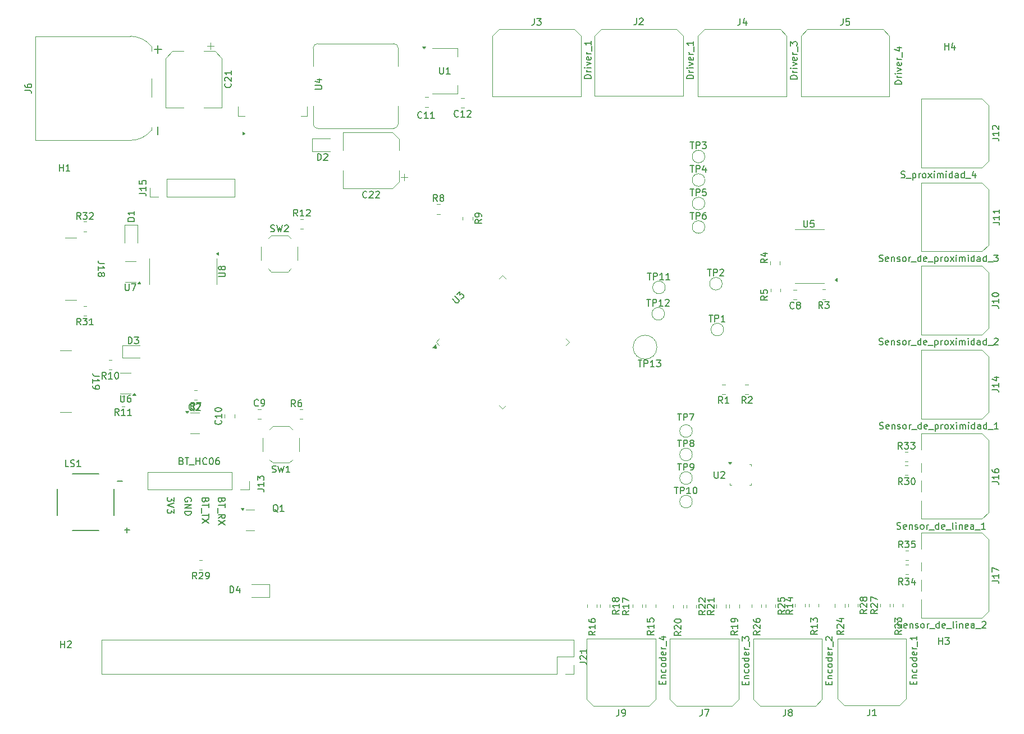
<source format=gto>
%TF.GenerationSoftware,KiCad,Pcbnew,8.0.6*%
%TF.CreationDate,2025-06-06T13:34:11-05:00*%
%TF.ProjectId,Placa_principal_v2,506c6163-615f-4707-9269-6e636970616c,rev?*%
%TF.SameCoordinates,Original*%
%TF.FileFunction,Legend,Top*%
%TF.FilePolarity,Positive*%
%FSLAX46Y46*%
G04 Gerber Fmt 4.6, Leading zero omitted, Abs format (unit mm)*
G04 Created by KiCad (PCBNEW 8.0.6) date 2025-06-06 13:34:11*
%MOMM*%
%LPD*%
G01*
G04 APERTURE LIST*
%ADD10C,0.150000*%
%ADD11C,0.200000*%
%ADD12C,0.120000*%
%ADD13C,0.127000*%
G04 APERTURE END LIST*
D10*
X119896667Y-68917200D02*
X120039524Y-68964819D01*
X120039524Y-68964819D02*
X120277619Y-68964819D01*
X120277619Y-68964819D02*
X120372857Y-68917200D01*
X120372857Y-68917200D02*
X120420476Y-68869580D01*
X120420476Y-68869580D02*
X120468095Y-68774342D01*
X120468095Y-68774342D02*
X120468095Y-68679104D01*
X120468095Y-68679104D02*
X120420476Y-68583866D01*
X120420476Y-68583866D02*
X120372857Y-68536247D01*
X120372857Y-68536247D02*
X120277619Y-68488628D01*
X120277619Y-68488628D02*
X120087143Y-68441009D01*
X120087143Y-68441009D02*
X119991905Y-68393390D01*
X119991905Y-68393390D02*
X119944286Y-68345771D01*
X119944286Y-68345771D02*
X119896667Y-68250533D01*
X119896667Y-68250533D02*
X119896667Y-68155295D01*
X119896667Y-68155295D02*
X119944286Y-68060057D01*
X119944286Y-68060057D02*
X119991905Y-68012438D01*
X119991905Y-68012438D02*
X120087143Y-67964819D01*
X120087143Y-67964819D02*
X120325238Y-67964819D01*
X120325238Y-67964819D02*
X120468095Y-68012438D01*
X120801429Y-67964819D02*
X121039524Y-68964819D01*
X121039524Y-68964819D02*
X121230000Y-68250533D01*
X121230000Y-68250533D02*
X121420476Y-68964819D01*
X121420476Y-68964819D02*
X121658572Y-67964819D01*
X121991905Y-68060057D02*
X122039524Y-68012438D01*
X122039524Y-68012438D02*
X122134762Y-67964819D01*
X122134762Y-67964819D02*
X122372857Y-67964819D01*
X122372857Y-67964819D02*
X122468095Y-68012438D01*
X122468095Y-68012438D02*
X122515714Y-68060057D01*
X122515714Y-68060057D02*
X122563333Y-68155295D01*
X122563333Y-68155295D02*
X122563333Y-68250533D01*
X122563333Y-68250533D02*
X122515714Y-68393390D01*
X122515714Y-68393390D02*
X121944286Y-68964819D01*
X121944286Y-68964819D02*
X122563333Y-68964819D01*
X120116667Y-105257200D02*
X120259524Y-105304819D01*
X120259524Y-105304819D02*
X120497619Y-105304819D01*
X120497619Y-105304819D02*
X120592857Y-105257200D01*
X120592857Y-105257200D02*
X120640476Y-105209580D01*
X120640476Y-105209580D02*
X120688095Y-105114342D01*
X120688095Y-105114342D02*
X120688095Y-105019104D01*
X120688095Y-105019104D02*
X120640476Y-104923866D01*
X120640476Y-104923866D02*
X120592857Y-104876247D01*
X120592857Y-104876247D02*
X120497619Y-104828628D01*
X120497619Y-104828628D02*
X120307143Y-104781009D01*
X120307143Y-104781009D02*
X120211905Y-104733390D01*
X120211905Y-104733390D02*
X120164286Y-104685771D01*
X120164286Y-104685771D02*
X120116667Y-104590533D01*
X120116667Y-104590533D02*
X120116667Y-104495295D01*
X120116667Y-104495295D02*
X120164286Y-104400057D01*
X120164286Y-104400057D02*
X120211905Y-104352438D01*
X120211905Y-104352438D02*
X120307143Y-104304819D01*
X120307143Y-104304819D02*
X120545238Y-104304819D01*
X120545238Y-104304819D02*
X120688095Y-104352438D01*
X121021429Y-104304819D02*
X121259524Y-105304819D01*
X121259524Y-105304819D02*
X121450000Y-104590533D01*
X121450000Y-104590533D02*
X121640476Y-105304819D01*
X121640476Y-105304819D02*
X121878572Y-104304819D01*
X122783333Y-105304819D02*
X122211905Y-105304819D01*
X122497619Y-105304819D02*
X122497619Y-104304819D01*
X122497619Y-104304819D02*
X122402381Y-104447676D01*
X122402381Y-104447676D02*
X122307143Y-104542914D01*
X122307143Y-104542914D02*
X122211905Y-104590533D01*
X89421149Y-104436715D02*
X88942904Y-104436715D01*
X88942904Y-104436715D02*
X88942904Y-103432400D01*
X89708097Y-104388891D02*
X89851570Y-104436715D01*
X89851570Y-104436715D02*
X90090693Y-104436715D01*
X90090693Y-104436715D02*
X90186342Y-104388891D01*
X90186342Y-104388891D02*
X90234166Y-104341066D01*
X90234166Y-104341066D02*
X90281991Y-104245417D01*
X90281991Y-104245417D02*
X90281991Y-104149768D01*
X90281991Y-104149768D02*
X90234166Y-104054119D01*
X90234166Y-104054119D02*
X90186342Y-104006294D01*
X90186342Y-104006294D02*
X90090693Y-103958470D01*
X90090693Y-103958470D02*
X89899395Y-103910645D01*
X89899395Y-103910645D02*
X89803746Y-103862821D01*
X89803746Y-103862821D02*
X89755921Y-103814996D01*
X89755921Y-103814996D02*
X89708097Y-103719347D01*
X89708097Y-103719347D02*
X89708097Y-103623698D01*
X89708097Y-103623698D02*
X89755921Y-103528049D01*
X89755921Y-103528049D02*
X89803746Y-103480225D01*
X89803746Y-103480225D02*
X89899395Y-103432400D01*
X89899395Y-103432400D02*
X90138517Y-103432400D01*
X90138517Y-103432400D02*
X90281991Y-103480225D01*
X91238481Y-104436715D02*
X90664587Y-104436715D01*
X90951534Y-104436715D02*
X90951534Y-103432400D01*
X90951534Y-103432400D02*
X90855885Y-103575874D01*
X90855885Y-103575874D02*
X90760236Y-103671523D01*
X90760236Y-103671523D02*
X90664587Y-103719347D01*
X97855601Y-114025758D02*
X98619660Y-114025758D01*
X98237630Y-114407787D02*
X98237630Y-113643729D01*
X96755501Y-106659617D02*
X97518438Y-106659617D01*
X209804819Y-126042857D02*
X209328628Y-126376190D01*
X209804819Y-126614285D02*
X208804819Y-126614285D01*
X208804819Y-126614285D02*
X208804819Y-126233333D01*
X208804819Y-126233333D02*
X208852438Y-126138095D01*
X208852438Y-126138095D02*
X208900057Y-126090476D01*
X208900057Y-126090476D02*
X208995295Y-126042857D01*
X208995295Y-126042857D02*
X209138152Y-126042857D01*
X209138152Y-126042857D02*
X209233390Y-126090476D01*
X209233390Y-126090476D02*
X209281009Y-126138095D01*
X209281009Y-126138095D02*
X209328628Y-126233333D01*
X209328628Y-126233333D02*
X209328628Y-126614285D01*
X208900057Y-125661904D02*
X208852438Y-125614285D01*
X208852438Y-125614285D02*
X208804819Y-125519047D01*
X208804819Y-125519047D02*
X208804819Y-125280952D01*
X208804819Y-125280952D02*
X208852438Y-125185714D01*
X208852438Y-125185714D02*
X208900057Y-125138095D01*
X208900057Y-125138095D02*
X208995295Y-125090476D01*
X208995295Y-125090476D02*
X209090533Y-125090476D01*
X209090533Y-125090476D02*
X209233390Y-125138095D01*
X209233390Y-125138095D02*
X209804819Y-125709523D01*
X209804819Y-125709523D02*
X209804819Y-125090476D01*
X209233390Y-124519047D02*
X209185771Y-124614285D01*
X209185771Y-124614285D02*
X209138152Y-124661904D01*
X209138152Y-124661904D02*
X209042914Y-124709523D01*
X209042914Y-124709523D02*
X208995295Y-124709523D01*
X208995295Y-124709523D02*
X208900057Y-124661904D01*
X208900057Y-124661904D02*
X208852438Y-124614285D01*
X208852438Y-124614285D02*
X208804819Y-124519047D01*
X208804819Y-124519047D02*
X208804819Y-124328571D01*
X208804819Y-124328571D02*
X208852438Y-124233333D01*
X208852438Y-124233333D02*
X208900057Y-124185714D01*
X208900057Y-124185714D02*
X208995295Y-124138095D01*
X208995295Y-124138095D02*
X209042914Y-124138095D01*
X209042914Y-124138095D02*
X209138152Y-124185714D01*
X209138152Y-124185714D02*
X209185771Y-124233333D01*
X209185771Y-124233333D02*
X209233390Y-124328571D01*
X209233390Y-124328571D02*
X209233390Y-124519047D01*
X209233390Y-124519047D02*
X209281009Y-124614285D01*
X209281009Y-124614285D02*
X209328628Y-124661904D01*
X209328628Y-124661904D02*
X209423866Y-124709523D01*
X209423866Y-124709523D02*
X209614342Y-124709523D01*
X209614342Y-124709523D02*
X209709580Y-124661904D01*
X209709580Y-124661904D02*
X209757200Y-124614285D01*
X209757200Y-124614285D02*
X209804819Y-124519047D01*
X209804819Y-124519047D02*
X209804819Y-124328571D01*
X209804819Y-124328571D02*
X209757200Y-124233333D01*
X209757200Y-124233333D02*
X209709580Y-124185714D01*
X209709580Y-124185714D02*
X209614342Y-124138095D01*
X209614342Y-124138095D02*
X209423866Y-124138095D01*
X209423866Y-124138095D02*
X209328628Y-124185714D01*
X209328628Y-124185714D02*
X209281009Y-124233333D01*
X209281009Y-124233333D02*
X209233390Y-124328571D01*
X168854819Y-129282857D02*
X168378628Y-129616190D01*
X168854819Y-129854285D02*
X167854819Y-129854285D01*
X167854819Y-129854285D02*
X167854819Y-129473333D01*
X167854819Y-129473333D02*
X167902438Y-129378095D01*
X167902438Y-129378095D02*
X167950057Y-129330476D01*
X167950057Y-129330476D02*
X168045295Y-129282857D01*
X168045295Y-129282857D02*
X168188152Y-129282857D01*
X168188152Y-129282857D02*
X168283390Y-129330476D01*
X168283390Y-129330476D02*
X168331009Y-129378095D01*
X168331009Y-129378095D02*
X168378628Y-129473333D01*
X168378628Y-129473333D02*
X168378628Y-129854285D01*
X168854819Y-128330476D02*
X168854819Y-128901904D01*
X168854819Y-128616190D02*
X167854819Y-128616190D01*
X167854819Y-128616190D02*
X167997676Y-128711428D01*
X167997676Y-128711428D02*
X168092914Y-128806666D01*
X168092914Y-128806666D02*
X168140533Y-128901904D01*
X167854819Y-127473333D02*
X167854819Y-127663809D01*
X167854819Y-127663809D02*
X167902438Y-127759047D01*
X167902438Y-127759047D02*
X167950057Y-127806666D01*
X167950057Y-127806666D02*
X168092914Y-127901904D01*
X168092914Y-127901904D02*
X168283390Y-127949523D01*
X168283390Y-127949523D02*
X168664342Y-127949523D01*
X168664342Y-127949523D02*
X168759580Y-127901904D01*
X168759580Y-127901904D02*
X168807200Y-127854285D01*
X168807200Y-127854285D02*
X168854819Y-127759047D01*
X168854819Y-127759047D02*
X168854819Y-127568571D01*
X168854819Y-127568571D02*
X168807200Y-127473333D01*
X168807200Y-127473333D02*
X168759580Y-127425714D01*
X168759580Y-127425714D02*
X168664342Y-127378095D01*
X168664342Y-127378095D02*
X168426247Y-127378095D01*
X168426247Y-127378095D02*
X168331009Y-127425714D01*
X168331009Y-127425714D02*
X168283390Y-127473333D01*
X168283390Y-127473333D02*
X168235771Y-127568571D01*
X168235771Y-127568571D02*
X168235771Y-127759047D01*
X168235771Y-127759047D02*
X168283390Y-127854285D01*
X168283390Y-127854285D02*
X168331009Y-127901904D01*
X168331009Y-127901904D02*
X168426247Y-127949523D01*
X94855180Y-73770476D02*
X94140895Y-73770476D01*
X94140895Y-73770476D02*
X93998038Y-73722857D01*
X93998038Y-73722857D02*
X93902800Y-73627619D01*
X93902800Y-73627619D02*
X93855180Y-73484762D01*
X93855180Y-73484762D02*
X93855180Y-73389524D01*
X93855180Y-74770476D02*
X93855180Y-74199048D01*
X93855180Y-74484762D02*
X94855180Y-74484762D01*
X94855180Y-74484762D02*
X94712323Y-74389524D01*
X94712323Y-74389524D02*
X94617085Y-74294286D01*
X94617085Y-74294286D02*
X94569466Y-74199048D01*
X94426609Y-75341905D02*
X94474228Y-75246667D01*
X94474228Y-75246667D02*
X94521847Y-75199048D01*
X94521847Y-75199048D02*
X94617085Y-75151429D01*
X94617085Y-75151429D02*
X94664704Y-75151429D01*
X94664704Y-75151429D02*
X94759942Y-75199048D01*
X94759942Y-75199048D02*
X94807561Y-75246667D01*
X94807561Y-75246667D02*
X94855180Y-75341905D01*
X94855180Y-75341905D02*
X94855180Y-75532381D01*
X94855180Y-75532381D02*
X94807561Y-75627619D01*
X94807561Y-75627619D02*
X94759942Y-75675238D01*
X94759942Y-75675238D02*
X94664704Y-75722857D01*
X94664704Y-75722857D02*
X94617085Y-75722857D01*
X94617085Y-75722857D02*
X94521847Y-75675238D01*
X94521847Y-75675238D02*
X94474228Y-75627619D01*
X94474228Y-75627619D02*
X94426609Y-75532381D01*
X94426609Y-75532381D02*
X94426609Y-75341905D01*
X94426609Y-75341905D02*
X94378990Y-75246667D01*
X94378990Y-75246667D02*
X94331371Y-75199048D01*
X94331371Y-75199048D02*
X94236133Y-75151429D01*
X94236133Y-75151429D02*
X94045657Y-75151429D01*
X94045657Y-75151429D02*
X93950419Y-75199048D01*
X93950419Y-75199048D02*
X93902800Y-75246667D01*
X93902800Y-75246667D02*
X93855180Y-75341905D01*
X93855180Y-75341905D02*
X93855180Y-75532381D01*
X93855180Y-75532381D02*
X93902800Y-75627619D01*
X93902800Y-75627619D02*
X93950419Y-75675238D01*
X93950419Y-75675238D02*
X94045657Y-75722857D01*
X94045657Y-75722857D02*
X94236133Y-75722857D01*
X94236133Y-75722857D02*
X94331371Y-75675238D01*
X94331371Y-75675238D02*
X94378990Y-75627619D01*
X94378990Y-75627619D02*
X94426609Y-75532381D01*
X215159642Y-107144819D02*
X214826309Y-106668628D01*
X214588214Y-107144819D02*
X214588214Y-106144819D01*
X214588214Y-106144819D02*
X214969166Y-106144819D01*
X214969166Y-106144819D02*
X215064404Y-106192438D01*
X215064404Y-106192438D02*
X215112023Y-106240057D01*
X215112023Y-106240057D02*
X215159642Y-106335295D01*
X215159642Y-106335295D02*
X215159642Y-106478152D01*
X215159642Y-106478152D02*
X215112023Y-106573390D01*
X215112023Y-106573390D02*
X215064404Y-106621009D01*
X215064404Y-106621009D02*
X214969166Y-106668628D01*
X214969166Y-106668628D02*
X214588214Y-106668628D01*
X215492976Y-106144819D02*
X216112023Y-106144819D01*
X216112023Y-106144819D02*
X215778690Y-106525771D01*
X215778690Y-106525771D02*
X215921547Y-106525771D01*
X215921547Y-106525771D02*
X216016785Y-106573390D01*
X216016785Y-106573390D02*
X216064404Y-106621009D01*
X216064404Y-106621009D02*
X216112023Y-106716247D01*
X216112023Y-106716247D02*
X216112023Y-106954342D01*
X216112023Y-106954342D02*
X216064404Y-107049580D01*
X216064404Y-107049580D02*
X216016785Y-107097200D01*
X216016785Y-107097200D02*
X215921547Y-107144819D01*
X215921547Y-107144819D02*
X215635833Y-107144819D01*
X215635833Y-107144819D02*
X215540595Y-107097200D01*
X215540595Y-107097200D02*
X215492976Y-107049580D01*
X216731071Y-106144819D02*
X216826309Y-106144819D01*
X216826309Y-106144819D02*
X216921547Y-106192438D01*
X216921547Y-106192438D02*
X216969166Y-106240057D01*
X216969166Y-106240057D02*
X217016785Y-106335295D01*
X217016785Y-106335295D02*
X217064404Y-106525771D01*
X217064404Y-106525771D02*
X217064404Y-106763866D01*
X217064404Y-106763866D02*
X217016785Y-106954342D01*
X217016785Y-106954342D02*
X216969166Y-107049580D01*
X216969166Y-107049580D02*
X216921547Y-107097200D01*
X216921547Y-107097200D02*
X216826309Y-107144819D01*
X216826309Y-107144819D02*
X216731071Y-107144819D01*
X216731071Y-107144819D02*
X216635833Y-107097200D01*
X216635833Y-107097200D02*
X216588214Y-107049580D01*
X216588214Y-107049580D02*
X216540595Y-106954342D01*
X216540595Y-106954342D02*
X216492976Y-106763866D01*
X216492976Y-106763866D02*
X216492976Y-106525771D01*
X216492976Y-106525771D02*
X216540595Y-106335295D01*
X216540595Y-106335295D02*
X216588214Y-106240057D01*
X216588214Y-106240057D02*
X216635833Y-106192438D01*
X216635833Y-106192438D02*
X216731071Y-106144819D01*
X181258095Y-96424819D02*
X181829523Y-96424819D01*
X181543809Y-97424819D02*
X181543809Y-96424819D01*
X182162857Y-97424819D02*
X182162857Y-96424819D01*
X182162857Y-96424819D02*
X182543809Y-96424819D01*
X182543809Y-96424819D02*
X182639047Y-96472438D01*
X182639047Y-96472438D02*
X182686666Y-96520057D01*
X182686666Y-96520057D02*
X182734285Y-96615295D01*
X182734285Y-96615295D02*
X182734285Y-96758152D01*
X182734285Y-96758152D02*
X182686666Y-96853390D01*
X182686666Y-96853390D02*
X182639047Y-96901009D01*
X182639047Y-96901009D02*
X182543809Y-96948628D01*
X182543809Y-96948628D02*
X182162857Y-96948628D01*
X183067619Y-96424819D02*
X183734285Y-96424819D01*
X183734285Y-96424819D02*
X183305714Y-97424819D01*
X215034819Y-129172857D02*
X214558628Y-129506190D01*
X215034819Y-129744285D02*
X214034819Y-129744285D01*
X214034819Y-129744285D02*
X214034819Y-129363333D01*
X214034819Y-129363333D02*
X214082438Y-129268095D01*
X214082438Y-129268095D02*
X214130057Y-129220476D01*
X214130057Y-129220476D02*
X214225295Y-129172857D01*
X214225295Y-129172857D02*
X214368152Y-129172857D01*
X214368152Y-129172857D02*
X214463390Y-129220476D01*
X214463390Y-129220476D02*
X214511009Y-129268095D01*
X214511009Y-129268095D02*
X214558628Y-129363333D01*
X214558628Y-129363333D02*
X214558628Y-129744285D01*
X214130057Y-128791904D02*
X214082438Y-128744285D01*
X214082438Y-128744285D02*
X214034819Y-128649047D01*
X214034819Y-128649047D02*
X214034819Y-128410952D01*
X214034819Y-128410952D02*
X214082438Y-128315714D01*
X214082438Y-128315714D02*
X214130057Y-128268095D01*
X214130057Y-128268095D02*
X214225295Y-128220476D01*
X214225295Y-128220476D02*
X214320533Y-128220476D01*
X214320533Y-128220476D02*
X214463390Y-128268095D01*
X214463390Y-128268095D02*
X215034819Y-128839523D01*
X215034819Y-128839523D02*
X215034819Y-128220476D01*
X214034819Y-127887142D02*
X214034819Y-127268095D01*
X214034819Y-127268095D02*
X214415771Y-127601428D01*
X214415771Y-127601428D02*
X214415771Y-127458571D01*
X214415771Y-127458571D02*
X214463390Y-127363333D01*
X214463390Y-127363333D02*
X214511009Y-127315714D01*
X214511009Y-127315714D02*
X214606247Y-127268095D01*
X214606247Y-127268095D02*
X214844342Y-127268095D01*
X214844342Y-127268095D02*
X214939580Y-127315714D01*
X214939580Y-127315714D02*
X214987200Y-127363333D01*
X214987200Y-127363333D02*
X215034819Y-127458571D01*
X215034819Y-127458571D02*
X215034819Y-127744285D01*
X215034819Y-127744285D02*
X214987200Y-127839523D01*
X214987200Y-127839523D02*
X214939580Y-127887142D01*
X228804819Y-67569523D02*
X229519104Y-67569523D01*
X229519104Y-67569523D02*
X229661961Y-67617142D01*
X229661961Y-67617142D02*
X229757200Y-67712380D01*
X229757200Y-67712380D02*
X229804819Y-67855237D01*
X229804819Y-67855237D02*
X229804819Y-67950475D01*
X229804819Y-66569523D02*
X229804819Y-67140951D01*
X229804819Y-66855237D02*
X228804819Y-66855237D01*
X228804819Y-66855237D02*
X228947676Y-66950475D01*
X228947676Y-66950475D02*
X229042914Y-67045713D01*
X229042914Y-67045713D02*
X229090533Y-67140951D01*
X229804819Y-65617142D02*
X229804819Y-66188570D01*
X229804819Y-65902856D02*
X228804819Y-65902856D01*
X228804819Y-65902856D02*
X228947676Y-65998094D01*
X228947676Y-65998094D02*
X229042914Y-66093332D01*
X229042914Y-66093332D02*
X229090533Y-66188570D01*
X211667618Y-73417200D02*
X211810475Y-73464819D01*
X211810475Y-73464819D02*
X212048570Y-73464819D01*
X212048570Y-73464819D02*
X212143808Y-73417200D01*
X212143808Y-73417200D02*
X212191427Y-73369580D01*
X212191427Y-73369580D02*
X212239046Y-73274342D01*
X212239046Y-73274342D02*
X212239046Y-73179104D01*
X212239046Y-73179104D02*
X212191427Y-73083866D01*
X212191427Y-73083866D02*
X212143808Y-73036247D01*
X212143808Y-73036247D02*
X212048570Y-72988628D01*
X212048570Y-72988628D02*
X211858094Y-72941009D01*
X211858094Y-72941009D02*
X211762856Y-72893390D01*
X211762856Y-72893390D02*
X211715237Y-72845771D01*
X211715237Y-72845771D02*
X211667618Y-72750533D01*
X211667618Y-72750533D02*
X211667618Y-72655295D01*
X211667618Y-72655295D02*
X211715237Y-72560057D01*
X211715237Y-72560057D02*
X211762856Y-72512438D01*
X211762856Y-72512438D02*
X211858094Y-72464819D01*
X211858094Y-72464819D02*
X212096189Y-72464819D01*
X212096189Y-72464819D02*
X212239046Y-72512438D01*
X213048570Y-73417200D02*
X212953332Y-73464819D01*
X212953332Y-73464819D02*
X212762856Y-73464819D01*
X212762856Y-73464819D02*
X212667618Y-73417200D01*
X212667618Y-73417200D02*
X212619999Y-73321961D01*
X212619999Y-73321961D02*
X212619999Y-72941009D01*
X212619999Y-72941009D02*
X212667618Y-72845771D01*
X212667618Y-72845771D02*
X212762856Y-72798152D01*
X212762856Y-72798152D02*
X212953332Y-72798152D01*
X212953332Y-72798152D02*
X213048570Y-72845771D01*
X213048570Y-72845771D02*
X213096189Y-72941009D01*
X213096189Y-72941009D02*
X213096189Y-73036247D01*
X213096189Y-73036247D02*
X212619999Y-73131485D01*
X213524761Y-72798152D02*
X213524761Y-73464819D01*
X213524761Y-72893390D02*
X213572380Y-72845771D01*
X213572380Y-72845771D02*
X213667618Y-72798152D01*
X213667618Y-72798152D02*
X213810475Y-72798152D01*
X213810475Y-72798152D02*
X213905713Y-72845771D01*
X213905713Y-72845771D02*
X213953332Y-72941009D01*
X213953332Y-72941009D02*
X213953332Y-73464819D01*
X214381904Y-73417200D02*
X214477142Y-73464819D01*
X214477142Y-73464819D02*
X214667618Y-73464819D01*
X214667618Y-73464819D02*
X214762856Y-73417200D01*
X214762856Y-73417200D02*
X214810475Y-73321961D01*
X214810475Y-73321961D02*
X214810475Y-73274342D01*
X214810475Y-73274342D02*
X214762856Y-73179104D01*
X214762856Y-73179104D02*
X214667618Y-73131485D01*
X214667618Y-73131485D02*
X214524761Y-73131485D01*
X214524761Y-73131485D02*
X214429523Y-73083866D01*
X214429523Y-73083866D02*
X214381904Y-72988628D01*
X214381904Y-72988628D02*
X214381904Y-72941009D01*
X214381904Y-72941009D02*
X214429523Y-72845771D01*
X214429523Y-72845771D02*
X214524761Y-72798152D01*
X214524761Y-72798152D02*
X214667618Y-72798152D01*
X214667618Y-72798152D02*
X214762856Y-72845771D01*
X215381904Y-73464819D02*
X215286666Y-73417200D01*
X215286666Y-73417200D02*
X215239047Y-73369580D01*
X215239047Y-73369580D02*
X215191428Y-73274342D01*
X215191428Y-73274342D02*
X215191428Y-72988628D01*
X215191428Y-72988628D02*
X215239047Y-72893390D01*
X215239047Y-72893390D02*
X215286666Y-72845771D01*
X215286666Y-72845771D02*
X215381904Y-72798152D01*
X215381904Y-72798152D02*
X215524761Y-72798152D01*
X215524761Y-72798152D02*
X215619999Y-72845771D01*
X215619999Y-72845771D02*
X215667618Y-72893390D01*
X215667618Y-72893390D02*
X215715237Y-72988628D01*
X215715237Y-72988628D02*
X215715237Y-73274342D01*
X215715237Y-73274342D02*
X215667618Y-73369580D01*
X215667618Y-73369580D02*
X215619999Y-73417200D01*
X215619999Y-73417200D02*
X215524761Y-73464819D01*
X215524761Y-73464819D02*
X215381904Y-73464819D01*
X216143809Y-73464819D02*
X216143809Y-72798152D01*
X216143809Y-72988628D02*
X216191428Y-72893390D01*
X216191428Y-72893390D02*
X216239047Y-72845771D01*
X216239047Y-72845771D02*
X216334285Y-72798152D01*
X216334285Y-72798152D02*
X216429523Y-72798152D01*
X216524762Y-73560057D02*
X217286666Y-73560057D01*
X217953333Y-73464819D02*
X217953333Y-72464819D01*
X217953333Y-73417200D02*
X217858095Y-73464819D01*
X217858095Y-73464819D02*
X217667619Y-73464819D01*
X217667619Y-73464819D02*
X217572381Y-73417200D01*
X217572381Y-73417200D02*
X217524762Y-73369580D01*
X217524762Y-73369580D02*
X217477143Y-73274342D01*
X217477143Y-73274342D02*
X217477143Y-72988628D01*
X217477143Y-72988628D02*
X217524762Y-72893390D01*
X217524762Y-72893390D02*
X217572381Y-72845771D01*
X217572381Y-72845771D02*
X217667619Y-72798152D01*
X217667619Y-72798152D02*
X217858095Y-72798152D01*
X217858095Y-72798152D02*
X217953333Y-72845771D01*
X218810476Y-73417200D02*
X218715238Y-73464819D01*
X218715238Y-73464819D02*
X218524762Y-73464819D01*
X218524762Y-73464819D02*
X218429524Y-73417200D01*
X218429524Y-73417200D02*
X218381905Y-73321961D01*
X218381905Y-73321961D02*
X218381905Y-72941009D01*
X218381905Y-72941009D02*
X218429524Y-72845771D01*
X218429524Y-72845771D02*
X218524762Y-72798152D01*
X218524762Y-72798152D02*
X218715238Y-72798152D01*
X218715238Y-72798152D02*
X218810476Y-72845771D01*
X218810476Y-72845771D02*
X218858095Y-72941009D01*
X218858095Y-72941009D02*
X218858095Y-73036247D01*
X218858095Y-73036247D02*
X218381905Y-73131485D01*
X219048572Y-73560057D02*
X219810476Y-73560057D01*
X220048572Y-72798152D02*
X220048572Y-73798152D01*
X220048572Y-72845771D02*
X220143810Y-72798152D01*
X220143810Y-72798152D02*
X220334286Y-72798152D01*
X220334286Y-72798152D02*
X220429524Y-72845771D01*
X220429524Y-72845771D02*
X220477143Y-72893390D01*
X220477143Y-72893390D02*
X220524762Y-72988628D01*
X220524762Y-72988628D02*
X220524762Y-73274342D01*
X220524762Y-73274342D02*
X220477143Y-73369580D01*
X220477143Y-73369580D02*
X220429524Y-73417200D01*
X220429524Y-73417200D02*
X220334286Y-73464819D01*
X220334286Y-73464819D02*
X220143810Y-73464819D01*
X220143810Y-73464819D02*
X220048572Y-73417200D01*
X220953334Y-73464819D02*
X220953334Y-72798152D01*
X220953334Y-72988628D02*
X221000953Y-72893390D01*
X221000953Y-72893390D02*
X221048572Y-72845771D01*
X221048572Y-72845771D02*
X221143810Y-72798152D01*
X221143810Y-72798152D02*
X221239048Y-72798152D01*
X221715239Y-73464819D02*
X221620001Y-73417200D01*
X221620001Y-73417200D02*
X221572382Y-73369580D01*
X221572382Y-73369580D02*
X221524763Y-73274342D01*
X221524763Y-73274342D02*
X221524763Y-72988628D01*
X221524763Y-72988628D02*
X221572382Y-72893390D01*
X221572382Y-72893390D02*
X221620001Y-72845771D01*
X221620001Y-72845771D02*
X221715239Y-72798152D01*
X221715239Y-72798152D02*
X221858096Y-72798152D01*
X221858096Y-72798152D02*
X221953334Y-72845771D01*
X221953334Y-72845771D02*
X222000953Y-72893390D01*
X222000953Y-72893390D02*
X222048572Y-72988628D01*
X222048572Y-72988628D02*
X222048572Y-73274342D01*
X222048572Y-73274342D02*
X222000953Y-73369580D01*
X222000953Y-73369580D02*
X221953334Y-73417200D01*
X221953334Y-73417200D02*
X221858096Y-73464819D01*
X221858096Y-73464819D02*
X221715239Y-73464819D01*
X222381906Y-73464819D02*
X222905715Y-72798152D01*
X222381906Y-72798152D02*
X222905715Y-73464819D01*
X223286668Y-73464819D02*
X223286668Y-72798152D01*
X223286668Y-72464819D02*
X223239049Y-72512438D01*
X223239049Y-72512438D02*
X223286668Y-72560057D01*
X223286668Y-72560057D02*
X223334287Y-72512438D01*
X223334287Y-72512438D02*
X223286668Y-72464819D01*
X223286668Y-72464819D02*
X223286668Y-72560057D01*
X223762858Y-73464819D02*
X223762858Y-72798152D01*
X223762858Y-72893390D02*
X223810477Y-72845771D01*
X223810477Y-72845771D02*
X223905715Y-72798152D01*
X223905715Y-72798152D02*
X224048572Y-72798152D01*
X224048572Y-72798152D02*
X224143810Y-72845771D01*
X224143810Y-72845771D02*
X224191429Y-72941009D01*
X224191429Y-72941009D02*
X224191429Y-73464819D01*
X224191429Y-72941009D02*
X224239048Y-72845771D01*
X224239048Y-72845771D02*
X224334286Y-72798152D01*
X224334286Y-72798152D02*
X224477143Y-72798152D01*
X224477143Y-72798152D02*
X224572382Y-72845771D01*
X224572382Y-72845771D02*
X224620001Y-72941009D01*
X224620001Y-72941009D02*
X224620001Y-73464819D01*
X225096191Y-73464819D02*
X225096191Y-72798152D01*
X225096191Y-72464819D02*
X225048572Y-72512438D01*
X225048572Y-72512438D02*
X225096191Y-72560057D01*
X225096191Y-72560057D02*
X225143810Y-72512438D01*
X225143810Y-72512438D02*
X225096191Y-72464819D01*
X225096191Y-72464819D02*
X225096191Y-72560057D01*
X226000952Y-73464819D02*
X226000952Y-72464819D01*
X226000952Y-73417200D02*
X225905714Y-73464819D01*
X225905714Y-73464819D02*
X225715238Y-73464819D01*
X225715238Y-73464819D02*
X225620000Y-73417200D01*
X225620000Y-73417200D02*
X225572381Y-73369580D01*
X225572381Y-73369580D02*
X225524762Y-73274342D01*
X225524762Y-73274342D02*
X225524762Y-72988628D01*
X225524762Y-72988628D02*
X225572381Y-72893390D01*
X225572381Y-72893390D02*
X225620000Y-72845771D01*
X225620000Y-72845771D02*
X225715238Y-72798152D01*
X225715238Y-72798152D02*
X225905714Y-72798152D01*
X225905714Y-72798152D02*
X226000952Y-72845771D01*
X226905714Y-73464819D02*
X226905714Y-72941009D01*
X226905714Y-72941009D02*
X226858095Y-72845771D01*
X226858095Y-72845771D02*
X226762857Y-72798152D01*
X226762857Y-72798152D02*
X226572381Y-72798152D01*
X226572381Y-72798152D02*
X226477143Y-72845771D01*
X226905714Y-73417200D02*
X226810476Y-73464819D01*
X226810476Y-73464819D02*
X226572381Y-73464819D01*
X226572381Y-73464819D02*
X226477143Y-73417200D01*
X226477143Y-73417200D02*
X226429524Y-73321961D01*
X226429524Y-73321961D02*
X226429524Y-73226723D01*
X226429524Y-73226723D02*
X226477143Y-73131485D01*
X226477143Y-73131485D02*
X226572381Y-73083866D01*
X226572381Y-73083866D02*
X226810476Y-73083866D01*
X226810476Y-73083866D02*
X226905714Y-73036247D01*
X227810476Y-73464819D02*
X227810476Y-72464819D01*
X227810476Y-73417200D02*
X227715238Y-73464819D01*
X227715238Y-73464819D02*
X227524762Y-73464819D01*
X227524762Y-73464819D02*
X227429524Y-73417200D01*
X227429524Y-73417200D02*
X227381905Y-73369580D01*
X227381905Y-73369580D02*
X227334286Y-73274342D01*
X227334286Y-73274342D02*
X227334286Y-72988628D01*
X227334286Y-72988628D02*
X227381905Y-72893390D01*
X227381905Y-72893390D02*
X227429524Y-72845771D01*
X227429524Y-72845771D02*
X227524762Y-72798152D01*
X227524762Y-72798152D02*
X227715238Y-72798152D01*
X227715238Y-72798152D02*
X227810476Y-72845771D01*
X228048572Y-73560057D02*
X228810476Y-73560057D01*
X228953334Y-72464819D02*
X229572381Y-72464819D01*
X229572381Y-72464819D02*
X229239048Y-72845771D01*
X229239048Y-72845771D02*
X229381905Y-72845771D01*
X229381905Y-72845771D02*
X229477143Y-72893390D01*
X229477143Y-72893390D02*
X229524762Y-72941009D01*
X229524762Y-72941009D02*
X229572381Y-73036247D01*
X229572381Y-73036247D02*
X229572381Y-73274342D01*
X229572381Y-73274342D02*
X229524762Y-73369580D01*
X229524762Y-73369580D02*
X229477143Y-73417200D01*
X229477143Y-73417200D02*
X229381905Y-73464819D01*
X229381905Y-73464819D02*
X229096191Y-73464819D01*
X229096191Y-73464819D02*
X229000953Y-73417200D01*
X229000953Y-73417200D02*
X228953334Y-73369580D01*
X173934819Y-126192857D02*
X173458628Y-126526190D01*
X173934819Y-126764285D02*
X172934819Y-126764285D01*
X172934819Y-126764285D02*
X172934819Y-126383333D01*
X172934819Y-126383333D02*
X172982438Y-126288095D01*
X172982438Y-126288095D02*
X173030057Y-126240476D01*
X173030057Y-126240476D02*
X173125295Y-126192857D01*
X173125295Y-126192857D02*
X173268152Y-126192857D01*
X173268152Y-126192857D02*
X173363390Y-126240476D01*
X173363390Y-126240476D02*
X173411009Y-126288095D01*
X173411009Y-126288095D02*
X173458628Y-126383333D01*
X173458628Y-126383333D02*
X173458628Y-126764285D01*
X173934819Y-125240476D02*
X173934819Y-125811904D01*
X173934819Y-125526190D02*
X172934819Y-125526190D01*
X172934819Y-125526190D02*
X173077676Y-125621428D01*
X173077676Y-125621428D02*
X173172914Y-125716666D01*
X173172914Y-125716666D02*
X173220533Y-125811904D01*
X172934819Y-124907142D02*
X172934819Y-124240476D01*
X172934819Y-124240476D02*
X173934819Y-124669047D01*
X194814819Y-73066666D02*
X194338628Y-73399999D01*
X194814819Y-73638094D02*
X193814819Y-73638094D01*
X193814819Y-73638094D02*
X193814819Y-73257142D01*
X193814819Y-73257142D02*
X193862438Y-73161904D01*
X193862438Y-73161904D02*
X193910057Y-73114285D01*
X193910057Y-73114285D02*
X194005295Y-73066666D01*
X194005295Y-73066666D02*
X194148152Y-73066666D01*
X194148152Y-73066666D02*
X194243390Y-73114285D01*
X194243390Y-73114285D02*
X194291009Y-73161904D01*
X194291009Y-73161904D02*
X194338628Y-73257142D01*
X194338628Y-73257142D02*
X194338628Y-73638094D01*
X194148152Y-72209523D02*
X194814819Y-72209523D01*
X193767200Y-72447618D02*
X194481485Y-72685713D01*
X194481485Y-72685713D02*
X194481485Y-72066666D01*
X190701666Y-36764819D02*
X190701666Y-37479104D01*
X190701666Y-37479104D02*
X190654047Y-37621961D01*
X190654047Y-37621961D02*
X190558809Y-37717200D01*
X190558809Y-37717200D02*
X190415952Y-37764819D01*
X190415952Y-37764819D02*
X190320714Y-37764819D01*
X191606428Y-37098152D02*
X191606428Y-37764819D01*
X191368333Y-36717200D02*
X191130238Y-37431485D01*
X191130238Y-37431485D02*
X191749285Y-37431485D01*
X199274819Y-45895714D02*
X198274819Y-45895714D01*
X198274819Y-45895714D02*
X198274819Y-45657619D01*
X198274819Y-45657619D02*
X198322438Y-45514762D01*
X198322438Y-45514762D02*
X198417676Y-45419524D01*
X198417676Y-45419524D02*
X198512914Y-45371905D01*
X198512914Y-45371905D02*
X198703390Y-45324286D01*
X198703390Y-45324286D02*
X198846247Y-45324286D01*
X198846247Y-45324286D02*
X199036723Y-45371905D01*
X199036723Y-45371905D02*
X199131961Y-45419524D01*
X199131961Y-45419524D02*
X199227200Y-45514762D01*
X199227200Y-45514762D02*
X199274819Y-45657619D01*
X199274819Y-45657619D02*
X199274819Y-45895714D01*
X199274819Y-44895714D02*
X198608152Y-44895714D01*
X198798628Y-44895714D02*
X198703390Y-44848095D01*
X198703390Y-44848095D02*
X198655771Y-44800476D01*
X198655771Y-44800476D02*
X198608152Y-44705238D01*
X198608152Y-44705238D02*
X198608152Y-44610000D01*
X199274819Y-44276666D02*
X198608152Y-44276666D01*
X198274819Y-44276666D02*
X198322438Y-44324285D01*
X198322438Y-44324285D02*
X198370057Y-44276666D01*
X198370057Y-44276666D02*
X198322438Y-44229047D01*
X198322438Y-44229047D02*
X198274819Y-44276666D01*
X198274819Y-44276666D02*
X198370057Y-44276666D01*
X198608152Y-43895714D02*
X199274819Y-43657619D01*
X199274819Y-43657619D02*
X198608152Y-43419524D01*
X199227200Y-42657619D02*
X199274819Y-42752857D01*
X199274819Y-42752857D02*
X199274819Y-42943333D01*
X199274819Y-42943333D02*
X199227200Y-43038571D01*
X199227200Y-43038571D02*
X199131961Y-43086190D01*
X199131961Y-43086190D02*
X198751009Y-43086190D01*
X198751009Y-43086190D02*
X198655771Y-43038571D01*
X198655771Y-43038571D02*
X198608152Y-42943333D01*
X198608152Y-42943333D02*
X198608152Y-42752857D01*
X198608152Y-42752857D02*
X198655771Y-42657619D01*
X198655771Y-42657619D02*
X198751009Y-42610000D01*
X198751009Y-42610000D02*
X198846247Y-42610000D01*
X198846247Y-42610000D02*
X198941485Y-43086190D01*
X199274819Y-42181428D02*
X198608152Y-42181428D01*
X198798628Y-42181428D02*
X198703390Y-42133809D01*
X198703390Y-42133809D02*
X198655771Y-42086190D01*
X198655771Y-42086190D02*
X198608152Y-41990952D01*
X198608152Y-41990952D02*
X198608152Y-41895714D01*
X199370057Y-41800476D02*
X199370057Y-41038571D01*
X198274819Y-40895713D02*
X198274819Y-40276666D01*
X198274819Y-40276666D02*
X198655771Y-40609999D01*
X198655771Y-40609999D02*
X198655771Y-40467142D01*
X198655771Y-40467142D02*
X198703390Y-40371904D01*
X198703390Y-40371904D02*
X198751009Y-40324285D01*
X198751009Y-40324285D02*
X198846247Y-40276666D01*
X198846247Y-40276666D02*
X199084342Y-40276666D01*
X199084342Y-40276666D02*
X199179580Y-40324285D01*
X199179580Y-40324285D02*
X199227200Y-40371904D01*
X199227200Y-40371904D02*
X199274819Y-40467142D01*
X199274819Y-40467142D02*
X199274819Y-40752856D01*
X199274819Y-40752856D02*
X199227200Y-40848094D01*
X199227200Y-40848094D02*
X199179580Y-40895713D01*
X98434763Y-85881050D02*
X98434763Y-84881050D01*
X98434763Y-84881050D02*
X98672858Y-84881050D01*
X98672858Y-84881050D02*
X98815715Y-84928669D01*
X98815715Y-84928669D02*
X98910953Y-85023907D01*
X98910953Y-85023907D02*
X98958572Y-85119145D01*
X98958572Y-85119145D02*
X99006191Y-85309621D01*
X99006191Y-85309621D02*
X99006191Y-85452478D01*
X99006191Y-85452478D02*
X98958572Y-85642954D01*
X98958572Y-85642954D02*
X98910953Y-85738192D01*
X98910953Y-85738192D02*
X98815715Y-85833431D01*
X98815715Y-85833431D02*
X98672858Y-85881050D01*
X98672858Y-85881050D02*
X98434763Y-85881050D01*
X99339525Y-84881050D02*
X99958572Y-84881050D01*
X99958572Y-84881050D02*
X99625239Y-85262002D01*
X99625239Y-85262002D02*
X99768096Y-85262002D01*
X99768096Y-85262002D02*
X99863334Y-85309621D01*
X99863334Y-85309621D02*
X99910953Y-85357240D01*
X99910953Y-85357240D02*
X99958572Y-85452478D01*
X99958572Y-85452478D02*
X99958572Y-85690573D01*
X99958572Y-85690573D02*
X99910953Y-85785811D01*
X99910953Y-85785811D02*
X99863334Y-85833431D01*
X99863334Y-85833431D02*
X99768096Y-85881050D01*
X99768096Y-85881050D02*
X99482382Y-85881050D01*
X99482382Y-85881050D02*
X99387144Y-85833431D01*
X99387144Y-85833431D02*
X99339525Y-85785811D01*
X184966666Y-141094819D02*
X184966666Y-141809104D01*
X184966666Y-141809104D02*
X184919047Y-141951961D01*
X184919047Y-141951961D02*
X184823809Y-142047200D01*
X184823809Y-142047200D02*
X184680952Y-142094819D01*
X184680952Y-142094819D02*
X184585714Y-142094819D01*
X185347619Y-141094819D02*
X186014285Y-141094819D01*
X186014285Y-141094819D02*
X185585714Y-142094819D01*
X191486009Y-137340238D02*
X191486009Y-137006905D01*
X192009819Y-136864048D02*
X192009819Y-137340238D01*
X192009819Y-137340238D02*
X191009819Y-137340238D01*
X191009819Y-137340238D02*
X191009819Y-136864048D01*
X191343152Y-136435476D02*
X192009819Y-136435476D01*
X191438390Y-136435476D02*
X191390771Y-136387857D01*
X191390771Y-136387857D02*
X191343152Y-136292619D01*
X191343152Y-136292619D02*
X191343152Y-136149762D01*
X191343152Y-136149762D02*
X191390771Y-136054524D01*
X191390771Y-136054524D02*
X191486009Y-136006905D01*
X191486009Y-136006905D02*
X192009819Y-136006905D01*
X191962200Y-135102143D02*
X192009819Y-135197381D01*
X192009819Y-135197381D02*
X192009819Y-135387857D01*
X192009819Y-135387857D02*
X191962200Y-135483095D01*
X191962200Y-135483095D02*
X191914580Y-135530714D01*
X191914580Y-135530714D02*
X191819342Y-135578333D01*
X191819342Y-135578333D02*
X191533628Y-135578333D01*
X191533628Y-135578333D02*
X191438390Y-135530714D01*
X191438390Y-135530714D02*
X191390771Y-135483095D01*
X191390771Y-135483095D02*
X191343152Y-135387857D01*
X191343152Y-135387857D02*
X191343152Y-135197381D01*
X191343152Y-135197381D02*
X191390771Y-135102143D01*
X192009819Y-134530714D02*
X191962200Y-134625952D01*
X191962200Y-134625952D02*
X191914580Y-134673571D01*
X191914580Y-134673571D02*
X191819342Y-134721190D01*
X191819342Y-134721190D02*
X191533628Y-134721190D01*
X191533628Y-134721190D02*
X191438390Y-134673571D01*
X191438390Y-134673571D02*
X191390771Y-134625952D01*
X191390771Y-134625952D02*
X191343152Y-134530714D01*
X191343152Y-134530714D02*
X191343152Y-134387857D01*
X191343152Y-134387857D02*
X191390771Y-134292619D01*
X191390771Y-134292619D02*
X191438390Y-134245000D01*
X191438390Y-134245000D02*
X191533628Y-134197381D01*
X191533628Y-134197381D02*
X191819342Y-134197381D01*
X191819342Y-134197381D02*
X191914580Y-134245000D01*
X191914580Y-134245000D02*
X191962200Y-134292619D01*
X191962200Y-134292619D02*
X192009819Y-134387857D01*
X192009819Y-134387857D02*
X192009819Y-134530714D01*
X192009819Y-133340238D02*
X191009819Y-133340238D01*
X191962200Y-133340238D02*
X192009819Y-133435476D01*
X192009819Y-133435476D02*
X192009819Y-133625952D01*
X192009819Y-133625952D02*
X191962200Y-133721190D01*
X191962200Y-133721190D02*
X191914580Y-133768809D01*
X191914580Y-133768809D02*
X191819342Y-133816428D01*
X191819342Y-133816428D02*
X191533628Y-133816428D01*
X191533628Y-133816428D02*
X191438390Y-133768809D01*
X191438390Y-133768809D02*
X191390771Y-133721190D01*
X191390771Y-133721190D02*
X191343152Y-133625952D01*
X191343152Y-133625952D02*
X191343152Y-133435476D01*
X191343152Y-133435476D02*
X191390771Y-133340238D01*
X191962200Y-132483095D02*
X192009819Y-132578333D01*
X192009819Y-132578333D02*
X192009819Y-132768809D01*
X192009819Y-132768809D02*
X191962200Y-132864047D01*
X191962200Y-132864047D02*
X191866961Y-132911666D01*
X191866961Y-132911666D02*
X191486009Y-132911666D01*
X191486009Y-132911666D02*
X191390771Y-132864047D01*
X191390771Y-132864047D02*
X191343152Y-132768809D01*
X191343152Y-132768809D02*
X191343152Y-132578333D01*
X191343152Y-132578333D02*
X191390771Y-132483095D01*
X191390771Y-132483095D02*
X191486009Y-132435476D01*
X191486009Y-132435476D02*
X191581247Y-132435476D01*
X191581247Y-132435476D02*
X191676485Y-132911666D01*
X192009819Y-132006904D02*
X191343152Y-132006904D01*
X191533628Y-132006904D02*
X191438390Y-131959285D01*
X191438390Y-131959285D02*
X191390771Y-131911666D01*
X191390771Y-131911666D02*
X191343152Y-131816428D01*
X191343152Y-131816428D02*
X191343152Y-131721190D01*
X192105057Y-131625952D02*
X192105057Y-130864047D01*
X191009819Y-130721189D02*
X191009819Y-130102142D01*
X191009819Y-130102142D02*
X191390771Y-130435475D01*
X191390771Y-130435475D02*
X191390771Y-130292618D01*
X191390771Y-130292618D02*
X191438390Y-130197380D01*
X191438390Y-130197380D02*
X191486009Y-130149761D01*
X191486009Y-130149761D02*
X191581247Y-130102142D01*
X191581247Y-130102142D02*
X191819342Y-130102142D01*
X191819342Y-130102142D02*
X191914580Y-130149761D01*
X191914580Y-130149761D02*
X191962200Y-130197380D01*
X191962200Y-130197380D02*
X192009819Y-130292618D01*
X192009819Y-130292618D02*
X192009819Y-130578332D01*
X192009819Y-130578332D02*
X191962200Y-130673570D01*
X191962200Y-130673570D02*
X191914580Y-130721189D01*
X151714819Y-67116666D02*
X151238628Y-67449999D01*
X151714819Y-67688094D02*
X150714819Y-67688094D01*
X150714819Y-67688094D02*
X150714819Y-67307142D01*
X150714819Y-67307142D02*
X150762438Y-67211904D01*
X150762438Y-67211904D02*
X150810057Y-67164285D01*
X150810057Y-67164285D02*
X150905295Y-67116666D01*
X150905295Y-67116666D02*
X151048152Y-67116666D01*
X151048152Y-67116666D02*
X151143390Y-67164285D01*
X151143390Y-67164285D02*
X151191009Y-67211904D01*
X151191009Y-67211904D02*
X151238628Y-67307142D01*
X151238628Y-67307142D02*
X151238628Y-67688094D01*
X151714819Y-66640475D02*
X151714819Y-66449999D01*
X151714819Y-66449999D02*
X151667200Y-66354761D01*
X151667200Y-66354761D02*
X151619580Y-66307142D01*
X151619580Y-66307142D02*
X151476723Y-66211904D01*
X151476723Y-66211904D02*
X151286247Y-66164285D01*
X151286247Y-66164285D02*
X150905295Y-66164285D01*
X150905295Y-66164285D02*
X150810057Y-66211904D01*
X150810057Y-66211904D02*
X150762438Y-66259523D01*
X150762438Y-66259523D02*
X150714819Y-66354761D01*
X150714819Y-66354761D02*
X150714819Y-66545237D01*
X150714819Y-66545237D02*
X150762438Y-66640475D01*
X150762438Y-66640475D02*
X150810057Y-66688094D01*
X150810057Y-66688094D02*
X150905295Y-66735713D01*
X150905295Y-66735713D02*
X151143390Y-66735713D01*
X151143390Y-66735713D02*
X151238628Y-66688094D01*
X151238628Y-66688094D02*
X151286247Y-66640475D01*
X151286247Y-66640475D02*
X151333866Y-66545237D01*
X151333866Y-66545237D02*
X151333866Y-66354761D01*
X151333866Y-66354761D02*
X151286247Y-66259523D01*
X151286247Y-66259523D02*
X151238628Y-66211904D01*
X151238628Y-66211904D02*
X151143390Y-66164285D01*
X186808095Y-105174819D02*
X186808095Y-105984342D01*
X186808095Y-105984342D02*
X186855714Y-106079580D01*
X186855714Y-106079580D02*
X186903333Y-106127200D01*
X186903333Y-106127200D02*
X186998571Y-106174819D01*
X186998571Y-106174819D02*
X187189047Y-106174819D01*
X187189047Y-106174819D02*
X187284285Y-106127200D01*
X187284285Y-106127200D02*
X187331904Y-106079580D01*
X187331904Y-106079580D02*
X187379523Y-105984342D01*
X187379523Y-105984342D02*
X187379523Y-105174819D01*
X187808095Y-105270057D02*
X187855714Y-105222438D01*
X187855714Y-105222438D02*
X187950952Y-105174819D01*
X187950952Y-105174819D02*
X188189047Y-105174819D01*
X188189047Y-105174819D02*
X188284285Y-105222438D01*
X188284285Y-105222438D02*
X188331904Y-105270057D01*
X188331904Y-105270057D02*
X188379523Y-105365295D01*
X188379523Y-105365295D02*
X188379523Y-105460533D01*
X188379523Y-105460533D02*
X188331904Y-105603390D01*
X188331904Y-105603390D02*
X187760476Y-106174819D01*
X187760476Y-106174819D02*
X188379523Y-106174819D01*
X228724819Y-54879523D02*
X229439104Y-54879523D01*
X229439104Y-54879523D02*
X229581961Y-54927142D01*
X229581961Y-54927142D02*
X229677200Y-55022380D01*
X229677200Y-55022380D02*
X229724819Y-55165237D01*
X229724819Y-55165237D02*
X229724819Y-55260475D01*
X229724819Y-53879523D02*
X229724819Y-54450951D01*
X229724819Y-54165237D02*
X228724819Y-54165237D01*
X228724819Y-54165237D02*
X228867676Y-54260475D01*
X228867676Y-54260475D02*
X228962914Y-54355713D01*
X228962914Y-54355713D02*
X229010533Y-54450951D01*
X228820057Y-53498570D02*
X228772438Y-53450951D01*
X228772438Y-53450951D02*
X228724819Y-53355713D01*
X228724819Y-53355713D02*
X228724819Y-53117618D01*
X228724819Y-53117618D02*
X228772438Y-53022380D01*
X228772438Y-53022380D02*
X228820057Y-52974761D01*
X228820057Y-52974761D02*
X228915295Y-52927142D01*
X228915295Y-52927142D02*
X229010533Y-52927142D01*
X229010533Y-52927142D02*
X229153390Y-52974761D01*
X229153390Y-52974761D02*
X229724819Y-53546189D01*
X229724819Y-53546189D02*
X229724819Y-52927142D01*
X214962143Y-60782200D02*
X215105000Y-60829819D01*
X215105000Y-60829819D02*
X215343095Y-60829819D01*
X215343095Y-60829819D02*
X215438333Y-60782200D01*
X215438333Y-60782200D02*
X215485952Y-60734580D01*
X215485952Y-60734580D02*
X215533571Y-60639342D01*
X215533571Y-60639342D02*
X215533571Y-60544104D01*
X215533571Y-60544104D02*
X215485952Y-60448866D01*
X215485952Y-60448866D02*
X215438333Y-60401247D01*
X215438333Y-60401247D02*
X215343095Y-60353628D01*
X215343095Y-60353628D02*
X215152619Y-60306009D01*
X215152619Y-60306009D02*
X215057381Y-60258390D01*
X215057381Y-60258390D02*
X215009762Y-60210771D01*
X215009762Y-60210771D02*
X214962143Y-60115533D01*
X214962143Y-60115533D02*
X214962143Y-60020295D01*
X214962143Y-60020295D02*
X215009762Y-59925057D01*
X215009762Y-59925057D02*
X215057381Y-59877438D01*
X215057381Y-59877438D02*
X215152619Y-59829819D01*
X215152619Y-59829819D02*
X215390714Y-59829819D01*
X215390714Y-59829819D02*
X215533571Y-59877438D01*
X215724048Y-60925057D02*
X216485952Y-60925057D01*
X216724048Y-60163152D02*
X216724048Y-61163152D01*
X216724048Y-60210771D02*
X216819286Y-60163152D01*
X216819286Y-60163152D02*
X217009762Y-60163152D01*
X217009762Y-60163152D02*
X217105000Y-60210771D01*
X217105000Y-60210771D02*
X217152619Y-60258390D01*
X217152619Y-60258390D02*
X217200238Y-60353628D01*
X217200238Y-60353628D02*
X217200238Y-60639342D01*
X217200238Y-60639342D02*
X217152619Y-60734580D01*
X217152619Y-60734580D02*
X217105000Y-60782200D01*
X217105000Y-60782200D02*
X217009762Y-60829819D01*
X217009762Y-60829819D02*
X216819286Y-60829819D01*
X216819286Y-60829819D02*
X216724048Y-60782200D01*
X217628810Y-60829819D02*
X217628810Y-60163152D01*
X217628810Y-60353628D02*
X217676429Y-60258390D01*
X217676429Y-60258390D02*
X217724048Y-60210771D01*
X217724048Y-60210771D02*
X217819286Y-60163152D01*
X217819286Y-60163152D02*
X217914524Y-60163152D01*
X218390715Y-60829819D02*
X218295477Y-60782200D01*
X218295477Y-60782200D02*
X218247858Y-60734580D01*
X218247858Y-60734580D02*
X218200239Y-60639342D01*
X218200239Y-60639342D02*
X218200239Y-60353628D01*
X218200239Y-60353628D02*
X218247858Y-60258390D01*
X218247858Y-60258390D02*
X218295477Y-60210771D01*
X218295477Y-60210771D02*
X218390715Y-60163152D01*
X218390715Y-60163152D02*
X218533572Y-60163152D01*
X218533572Y-60163152D02*
X218628810Y-60210771D01*
X218628810Y-60210771D02*
X218676429Y-60258390D01*
X218676429Y-60258390D02*
X218724048Y-60353628D01*
X218724048Y-60353628D02*
X218724048Y-60639342D01*
X218724048Y-60639342D02*
X218676429Y-60734580D01*
X218676429Y-60734580D02*
X218628810Y-60782200D01*
X218628810Y-60782200D02*
X218533572Y-60829819D01*
X218533572Y-60829819D02*
X218390715Y-60829819D01*
X219057382Y-60829819D02*
X219581191Y-60163152D01*
X219057382Y-60163152D02*
X219581191Y-60829819D01*
X219962144Y-60829819D02*
X219962144Y-60163152D01*
X219962144Y-59829819D02*
X219914525Y-59877438D01*
X219914525Y-59877438D02*
X219962144Y-59925057D01*
X219962144Y-59925057D02*
X220009763Y-59877438D01*
X220009763Y-59877438D02*
X219962144Y-59829819D01*
X219962144Y-59829819D02*
X219962144Y-59925057D01*
X220438334Y-60829819D02*
X220438334Y-60163152D01*
X220438334Y-60258390D02*
X220485953Y-60210771D01*
X220485953Y-60210771D02*
X220581191Y-60163152D01*
X220581191Y-60163152D02*
X220724048Y-60163152D01*
X220724048Y-60163152D02*
X220819286Y-60210771D01*
X220819286Y-60210771D02*
X220866905Y-60306009D01*
X220866905Y-60306009D02*
X220866905Y-60829819D01*
X220866905Y-60306009D02*
X220914524Y-60210771D01*
X220914524Y-60210771D02*
X221009762Y-60163152D01*
X221009762Y-60163152D02*
X221152619Y-60163152D01*
X221152619Y-60163152D02*
X221247858Y-60210771D01*
X221247858Y-60210771D02*
X221295477Y-60306009D01*
X221295477Y-60306009D02*
X221295477Y-60829819D01*
X221771667Y-60829819D02*
X221771667Y-60163152D01*
X221771667Y-59829819D02*
X221724048Y-59877438D01*
X221724048Y-59877438D02*
X221771667Y-59925057D01*
X221771667Y-59925057D02*
X221819286Y-59877438D01*
X221819286Y-59877438D02*
X221771667Y-59829819D01*
X221771667Y-59829819D02*
X221771667Y-59925057D01*
X222676428Y-60829819D02*
X222676428Y-59829819D01*
X222676428Y-60782200D02*
X222581190Y-60829819D01*
X222581190Y-60829819D02*
X222390714Y-60829819D01*
X222390714Y-60829819D02*
X222295476Y-60782200D01*
X222295476Y-60782200D02*
X222247857Y-60734580D01*
X222247857Y-60734580D02*
X222200238Y-60639342D01*
X222200238Y-60639342D02*
X222200238Y-60353628D01*
X222200238Y-60353628D02*
X222247857Y-60258390D01*
X222247857Y-60258390D02*
X222295476Y-60210771D01*
X222295476Y-60210771D02*
X222390714Y-60163152D01*
X222390714Y-60163152D02*
X222581190Y-60163152D01*
X222581190Y-60163152D02*
X222676428Y-60210771D01*
X223581190Y-60829819D02*
X223581190Y-60306009D01*
X223581190Y-60306009D02*
X223533571Y-60210771D01*
X223533571Y-60210771D02*
X223438333Y-60163152D01*
X223438333Y-60163152D02*
X223247857Y-60163152D01*
X223247857Y-60163152D02*
X223152619Y-60210771D01*
X223581190Y-60782200D02*
X223485952Y-60829819D01*
X223485952Y-60829819D02*
X223247857Y-60829819D01*
X223247857Y-60829819D02*
X223152619Y-60782200D01*
X223152619Y-60782200D02*
X223105000Y-60686961D01*
X223105000Y-60686961D02*
X223105000Y-60591723D01*
X223105000Y-60591723D02*
X223152619Y-60496485D01*
X223152619Y-60496485D02*
X223247857Y-60448866D01*
X223247857Y-60448866D02*
X223485952Y-60448866D01*
X223485952Y-60448866D02*
X223581190Y-60401247D01*
X224485952Y-60829819D02*
X224485952Y-59829819D01*
X224485952Y-60782200D02*
X224390714Y-60829819D01*
X224390714Y-60829819D02*
X224200238Y-60829819D01*
X224200238Y-60829819D02*
X224105000Y-60782200D01*
X224105000Y-60782200D02*
X224057381Y-60734580D01*
X224057381Y-60734580D02*
X224009762Y-60639342D01*
X224009762Y-60639342D02*
X224009762Y-60353628D01*
X224009762Y-60353628D02*
X224057381Y-60258390D01*
X224057381Y-60258390D02*
X224105000Y-60210771D01*
X224105000Y-60210771D02*
X224200238Y-60163152D01*
X224200238Y-60163152D02*
X224390714Y-60163152D01*
X224390714Y-60163152D02*
X224485952Y-60210771D01*
X224724048Y-60925057D02*
X225485952Y-60925057D01*
X226152619Y-60163152D02*
X226152619Y-60829819D01*
X225914524Y-59782200D02*
X225676429Y-60496485D01*
X225676429Y-60496485D02*
X226295476Y-60496485D01*
X197546666Y-141084819D02*
X197546666Y-141799104D01*
X197546666Y-141799104D02*
X197499047Y-141941961D01*
X197499047Y-141941961D02*
X197403809Y-142037200D01*
X197403809Y-142037200D02*
X197260952Y-142084819D01*
X197260952Y-142084819D02*
X197165714Y-142084819D01*
X198165714Y-141513390D02*
X198070476Y-141465771D01*
X198070476Y-141465771D02*
X198022857Y-141418152D01*
X198022857Y-141418152D02*
X197975238Y-141322914D01*
X197975238Y-141322914D02*
X197975238Y-141275295D01*
X197975238Y-141275295D02*
X198022857Y-141180057D01*
X198022857Y-141180057D02*
X198070476Y-141132438D01*
X198070476Y-141132438D02*
X198165714Y-141084819D01*
X198165714Y-141084819D02*
X198356190Y-141084819D01*
X198356190Y-141084819D02*
X198451428Y-141132438D01*
X198451428Y-141132438D02*
X198499047Y-141180057D01*
X198499047Y-141180057D02*
X198546666Y-141275295D01*
X198546666Y-141275295D02*
X198546666Y-141322914D01*
X198546666Y-141322914D02*
X198499047Y-141418152D01*
X198499047Y-141418152D02*
X198451428Y-141465771D01*
X198451428Y-141465771D02*
X198356190Y-141513390D01*
X198356190Y-141513390D02*
X198165714Y-141513390D01*
X198165714Y-141513390D02*
X198070476Y-141561009D01*
X198070476Y-141561009D02*
X198022857Y-141608628D01*
X198022857Y-141608628D02*
X197975238Y-141703866D01*
X197975238Y-141703866D02*
X197975238Y-141894342D01*
X197975238Y-141894342D02*
X198022857Y-141989580D01*
X198022857Y-141989580D02*
X198070476Y-142037200D01*
X198070476Y-142037200D02*
X198165714Y-142084819D01*
X198165714Y-142084819D02*
X198356190Y-142084819D01*
X198356190Y-142084819D02*
X198451428Y-142037200D01*
X198451428Y-142037200D02*
X198499047Y-141989580D01*
X198499047Y-141989580D02*
X198546666Y-141894342D01*
X198546666Y-141894342D02*
X198546666Y-141703866D01*
X198546666Y-141703866D02*
X198499047Y-141608628D01*
X198499047Y-141608628D02*
X198451428Y-141561009D01*
X198451428Y-141561009D02*
X198356190Y-141513390D01*
X204061009Y-137335238D02*
X204061009Y-137001905D01*
X204584819Y-136859048D02*
X204584819Y-137335238D01*
X204584819Y-137335238D02*
X203584819Y-137335238D01*
X203584819Y-137335238D02*
X203584819Y-136859048D01*
X203918152Y-136430476D02*
X204584819Y-136430476D01*
X204013390Y-136430476D02*
X203965771Y-136382857D01*
X203965771Y-136382857D02*
X203918152Y-136287619D01*
X203918152Y-136287619D02*
X203918152Y-136144762D01*
X203918152Y-136144762D02*
X203965771Y-136049524D01*
X203965771Y-136049524D02*
X204061009Y-136001905D01*
X204061009Y-136001905D02*
X204584819Y-136001905D01*
X204537200Y-135097143D02*
X204584819Y-135192381D01*
X204584819Y-135192381D02*
X204584819Y-135382857D01*
X204584819Y-135382857D02*
X204537200Y-135478095D01*
X204537200Y-135478095D02*
X204489580Y-135525714D01*
X204489580Y-135525714D02*
X204394342Y-135573333D01*
X204394342Y-135573333D02*
X204108628Y-135573333D01*
X204108628Y-135573333D02*
X204013390Y-135525714D01*
X204013390Y-135525714D02*
X203965771Y-135478095D01*
X203965771Y-135478095D02*
X203918152Y-135382857D01*
X203918152Y-135382857D02*
X203918152Y-135192381D01*
X203918152Y-135192381D02*
X203965771Y-135097143D01*
X204584819Y-134525714D02*
X204537200Y-134620952D01*
X204537200Y-134620952D02*
X204489580Y-134668571D01*
X204489580Y-134668571D02*
X204394342Y-134716190D01*
X204394342Y-134716190D02*
X204108628Y-134716190D01*
X204108628Y-134716190D02*
X204013390Y-134668571D01*
X204013390Y-134668571D02*
X203965771Y-134620952D01*
X203965771Y-134620952D02*
X203918152Y-134525714D01*
X203918152Y-134525714D02*
X203918152Y-134382857D01*
X203918152Y-134382857D02*
X203965771Y-134287619D01*
X203965771Y-134287619D02*
X204013390Y-134240000D01*
X204013390Y-134240000D02*
X204108628Y-134192381D01*
X204108628Y-134192381D02*
X204394342Y-134192381D01*
X204394342Y-134192381D02*
X204489580Y-134240000D01*
X204489580Y-134240000D02*
X204537200Y-134287619D01*
X204537200Y-134287619D02*
X204584819Y-134382857D01*
X204584819Y-134382857D02*
X204584819Y-134525714D01*
X204584819Y-133335238D02*
X203584819Y-133335238D01*
X204537200Y-133335238D02*
X204584819Y-133430476D01*
X204584819Y-133430476D02*
X204584819Y-133620952D01*
X204584819Y-133620952D02*
X204537200Y-133716190D01*
X204537200Y-133716190D02*
X204489580Y-133763809D01*
X204489580Y-133763809D02*
X204394342Y-133811428D01*
X204394342Y-133811428D02*
X204108628Y-133811428D01*
X204108628Y-133811428D02*
X204013390Y-133763809D01*
X204013390Y-133763809D02*
X203965771Y-133716190D01*
X203965771Y-133716190D02*
X203918152Y-133620952D01*
X203918152Y-133620952D02*
X203918152Y-133430476D01*
X203918152Y-133430476D02*
X203965771Y-133335238D01*
X204537200Y-132478095D02*
X204584819Y-132573333D01*
X204584819Y-132573333D02*
X204584819Y-132763809D01*
X204584819Y-132763809D02*
X204537200Y-132859047D01*
X204537200Y-132859047D02*
X204441961Y-132906666D01*
X204441961Y-132906666D02*
X204061009Y-132906666D01*
X204061009Y-132906666D02*
X203965771Y-132859047D01*
X203965771Y-132859047D02*
X203918152Y-132763809D01*
X203918152Y-132763809D02*
X203918152Y-132573333D01*
X203918152Y-132573333D02*
X203965771Y-132478095D01*
X203965771Y-132478095D02*
X204061009Y-132430476D01*
X204061009Y-132430476D02*
X204156247Y-132430476D01*
X204156247Y-132430476D02*
X204251485Y-132906666D01*
X204584819Y-132001904D02*
X203918152Y-132001904D01*
X204108628Y-132001904D02*
X204013390Y-131954285D01*
X204013390Y-131954285D02*
X203965771Y-131906666D01*
X203965771Y-131906666D02*
X203918152Y-131811428D01*
X203918152Y-131811428D02*
X203918152Y-131716190D01*
X204680057Y-131620952D02*
X204680057Y-130859047D01*
X203680057Y-130668570D02*
X203632438Y-130620951D01*
X203632438Y-130620951D02*
X203584819Y-130525713D01*
X203584819Y-130525713D02*
X203584819Y-130287618D01*
X203584819Y-130287618D02*
X203632438Y-130192380D01*
X203632438Y-130192380D02*
X203680057Y-130144761D01*
X203680057Y-130144761D02*
X203775295Y-130097142D01*
X203775295Y-130097142D02*
X203870533Y-130097142D01*
X203870533Y-130097142D02*
X204013390Y-130144761D01*
X204013390Y-130144761D02*
X204584819Y-130716189D01*
X204584819Y-130716189D02*
X204584819Y-130097142D01*
X147284866Y-79118149D02*
X147857286Y-79690569D01*
X147857286Y-79690569D02*
X147958301Y-79724241D01*
X147958301Y-79724241D02*
X148025645Y-79724241D01*
X148025645Y-79724241D02*
X148126660Y-79690569D01*
X148126660Y-79690569D02*
X148261347Y-79555882D01*
X148261347Y-79555882D02*
X148295019Y-79454867D01*
X148295019Y-79454867D02*
X148295019Y-79387523D01*
X148295019Y-79387523D02*
X148261347Y-79286508D01*
X148261347Y-79286508D02*
X147688927Y-78714088D01*
X147958301Y-78444714D02*
X148396034Y-78006982D01*
X148396034Y-78006982D02*
X148429706Y-78512058D01*
X148429706Y-78512058D02*
X148530721Y-78411043D01*
X148530721Y-78411043D02*
X148631736Y-78377371D01*
X148631736Y-78377371D02*
X148699080Y-78377371D01*
X148699080Y-78377371D02*
X148800095Y-78411043D01*
X148800095Y-78411043D02*
X148968454Y-78579401D01*
X148968454Y-78579401D02*
X149002126Y-78680417D01*
X149002126Y-78680417D02*
X149002126Y-78747760D01*
X149002126Y-78747760D02*
X148968454Y-78848775D01*
X148968454Y-78848775D02*
X148766423Y-79050806D01*
X148766423Y-79050806D02*
X148665408Y-79084478D01*
X148665408Y-79084478D02*
X148598065Y-79084478D01*
X113763147Y-123489488D02*
X113763147Y-122489488D01*
X113763147Y-122489488D02*
X114001242Y-122489488D01*
X114001242Y-122489488D02*
X114144099Y-122537107D01*
X114144099Y-122537107D02*
X114239337Y-122632345D01*
X114239337Y-122632345D02*
X114286956Y-122727583D01*
X114286956Y-122727583D02*
X114334575Y-122918059D01*
X114334575Y-122918059D02*
X114334575Y-123060916D01*
X114334575Y-123060916D02*
X114286956Y-123251392D01*
X114286956Y-123251392D02*
X114239337Y-123346630D01*
X114239337Y-123346630D02*
X114144099Y-123441869D01*
X114144099Y-123441869D02*
X114001242Y-123489488D01*
X114001242Y-123489488D02*
X113763147Y-123489488D01*
X115191718Y-122822821D02*
X115191718Y-123489488D01*
X114953623Y-122441869D02*
X114715528Y-123156154D01*
X114715528Y-123156154D02*
X115334575Y-123156154D01*
X145030833Y-64364819D02*
X144697500Y-63888628D01*
X144459405Y-64364819D02*
X144459405Y-63364819D01*
X144459405Y-63364819D02*
X144840357Y-63364819D01*
X144840357Y-63364819D02*
X144935595Y-63412438D01*
X144935595Y-63412438D02*
X144983214Y-63460057D01*
X144983214Y-63460057D02*
X145030833Y-63555295D01*
X145030833Y-63555295D02*
X145030833Y-63698152D01*
X145030833Y-63698152D02*
X144983214Y-63793390D01*
X144983214Y-63793390D02*
X144935595Y-63841009D01*
X144935595Y-63841009D02*
X144840357Y-63888628D01*
X144840357Y-63888628D02*
X144459405Y-63888628D01*
X145602262Y-63793390D02*
X145507024Y-63745771D01*
X145507024Y-63745771D02*
X145459405Y-63698152D01*
X145459405Y-63698152D02*
X145411786Y-63602914D01*
X145411786Y-63602914D02*
X145411786Y-63555295D01*
X145411786Y-63555295D02*
X145459405Y-63460057D01*
X145459405Y-63460057D02*
X145507024Y-63412438D01*
X145507024Y-63412438D02*
X145602262Y-63364819D01*
X145602262Y-63364819D02*
X145792738Y-63364819D01*
X145792738Y-63364819D02*
X145887976Y-63412438D01*
X145887976Y-63412438D02*
X145935595Y-63460057D01*
X145935595Y-63460057D02*
X145983214Y-63555295D01*
X145983214Y-63555295D02*
X145983214Y-63602914D01*
X145983214Y-63602914D02*
X145935595Y-63698152D01*
X145935595Y-63698152D02*
X145887976Y-63745771D01*
X145887976Y-63745771D02*
X145792738Y-63793390D01*
X145792738Y-63793390D02*
X145602262Y-63793390D01*
X145602262Y-63793390D02*
X145507024Y-63841009D01*
X145507024Y-63841009D02*
X145459405Y-63888628D01*
X145459405Y-63888628D02*
X145411786Y-63983866D01*
X145411786Y-63983866D02*
X145411786Y-64174342D01*
X145411786Y-64174342D02*
X145459405Y-64269580D01*
X145459405Y-64269580D02*
X145507024Y-64317200D01*
X145507024Y-64317200D02*
X145602262Y-64364819D01*
X145602262Y-64364819D02*
X145792738Y-64364819D01*
X145792738Y-64364819D02*
X145887976Y-64317200D01*
X145887976Y-64317200D02*
X145935595Y-64269580D01*
X145935595Y-64269580D02*
X145983214Y-64174342D01*
X145983214Y-64174342D02*
X145983214Y-63983866D01*
X145983214Y-63983866D02*
X145935595Y-63888628D01*
X145935595Y-63888628D02*
X145887976Y-63841009D01*
X145887976Y-63841009D02*
X145792738Y-63793390D01*
X181268095Y-100416819D02*
X181839523Y-100416819D01*
X181553809Y-101416819D02*
X181553809Y-100416819D01*
X182172857Y-101416819D02*
X182172857Y-100416819D01*
X182172857Y-100416819D02*
X182553809Y-100416819D01*
X182553809Y-100416819D02*
X182649047Y-100464438D01*
X182649047Y-100464438D02*
X182696666Y-100512057D01*
X182696666Y-100512057D02*
X182744285Y-100607295D01*
X182744285Y-100607295D02*
X182744285Y-100750152D01*
X182744285Y-100750152D02*
X182696666Y-100845390D01*
X182696666Y-100845390D02*
X182649047Y-100893009D01*
X182649047Y-100893009D02*
X182553809Y-100940628D01*
X182553809Y-100940628D02*
X182172857Y-100940628D01*
X183315714Y-100845390D02*
X183220476Y-100797771D01*
X183220476Y-100797771D02*
X183172857Y-100750152D01*
X183172857Y-100750152D02*
X183125238Y-100654914D01*
X183125238Y-100654914D02*
X183125238Y-100607295D01*
X183125238Y-100607295D02*
X183172857Y-100512057D01*
X183172857Y-100512057D02*
X183220476Y-100464438D01*
X183220476Y-100464438D02*
X183315714Y-100416819D01*
X183315714Y-100416819D02*
X183506190Y-100416819D01*
X183506190Y-100416819D02*
X183601428Y-100464438D01*
X183601428Y-100464438D02*
X183649047Y-100512057D01*
X183649047Y-100512057D02*
X183696666Y-100607295D01*
X183696666Y-100607295D02*
X183696666Y-100654914D01*
X183696666Y-100654914D02*
X183649047Y-100750152D01*
X183649047Y-100750152D02*
X183601428Y-100797771D01*
X183601428Y-100797771D02*
X183506190Y-100845390D01*
X183506190Y-100845390D02*
X183315714Y-100845390D01*
X183315714Y-100845390D02*
X183220476Y-100893009D01*
X183220476Y-100893009D02*
X183172857Y-100940628D01*
X183172857Y-100940628D02*
X183125238Y-101035866D01*
X183125238Y-101035866D02*
X183125238Y-101226342D01*
X183125238Y-101226342D02*
X183172857Y-101321580D01*
X183172857Y-101321580D02*
X183220476Y-101369200D01*
X183220476Y-101369200D02*
X183315714Y-101416819D01*
X183315714Y-101416819D02*
X183506190Y-101416819D01*
X183506190Y-101416819D02*
X183601428Y-101369200D01*
X183601428Y-101369200D02*
X183649047Y-101321580D01*
X183649047Y-101321580D02*
X183696666Y-101226342D01*
X183696666Y-101226342D02*
X183696666Y-101035866D01*
X183696666Y-101035866D02*
X183649047Y-100940628D01*
X183649047Y-100940628D02*
X183601428Y-100893009D01*
X183601428Y-100893009D02*
X183506190Y-100845390D01*
X123957142Y-66604819D02*
X123623809Y-66128628D01*
X123385714Y-66604819D02*
X123385714Y-65604819D01*
X123385714Y-65604819D02*
X123766666Y-65604819D01*
X123766666Y-65604819D02*
X123861904Y-65652438D01*
X123861904Y-65652438D02*
X123909523Y-65700057D01*
X123909523Y-65700057D02*
X123957142Y-65795295D01*
X123957142Y-65795295D02*
X123957142Y-65938152D01*
X123957142Y-65938152D02*
X123909523Y-66033390D01*
X123909523Y-66033390D02*
X123861904Y-66081009D01*
X123861904Y-66081009D02*
X123766666Y-66128628D01*
X123766666Y-66128628D02*
X123385714Y-66128628D01*
X124909523Y-66604819D02*
X124338095Y-66604819D01*
X124623809Y-66604819D02*
X124623809Y-65604819D01*
X124623809Y-65604819D02*
X124528571Y-65747676D01*
X124528571Y-65747676D02*
X124433333Y-65842914D01*
X124433333Y-65842914D02*
X124338095Y-65890533D01*
X125290476Y-65700057D02*
X125338095Y-65652438D01*
X125338095Y-65652438D02*
X125433333Y-65604819D01*
X125433333Y-65604819D02*
X125671428Y-65604819D01*
X125671428Y-65604819D02*
X125766666Y-65652438D01*
X125766666Y-65652438D02*
X125814285Y-65700057D01*
X125814285Y-65700057D02*
X125861904Y-65795295D01*
X125861904Y-65795295D02*
X125861904Y-65890533D01*
X125861904Y-65890533D02*
X125814285Y-66033390D01*
X125814285Y-66033390D02*
X125242857Y-66604819D01*
X125242857Y-66604819D02*
X125861904Y-66604819D01*
X203143333Y-80534819D02*
X202810000Y-80058628D01*
X202571905Y-80534819D02*
X202571905Y-79534819D01*
X202571905Y-79534819D02*
X202952857Y-79534819D01*
X202952857Y-79534819D02*
X203048095Y-79582438D01*
X203048095Y-79582438D02*
X203095714Y-79630057D01*
X203095714Y-79630057D02*
X203143333Y-79725295D01*
X203143333Y-79725295D02*
X203143333Y-79868152D01*
X203143333Y-79868152D02*
X203095714Y-79963390D01*
X203095714Y-79963390D02*
X203048095Y-80011009D01*
X203048095Y-80011009D02*
X202952857Y-80058628D01*
X202952857Y-80058628D02*
X202571905Y-80058628D01*
X203476667Y-79534819D02*
X204095714Y-79534819D01*
X204095714Y-79534819D02*
X203762381Y-79915771D01*
X203762381Y-79915771D02*
X203905238Y-79915771D01*
X203905238Y-79915771D02*
X204000476Y-79963390D01*
X204000476Y-79963390D02*
X204048095Y-80011009D01*
X204048095Y-80011009D02*
X204095714Y-80106247D01*
X204095714Y-80106247D02*
X204095714Y-80344342D01*
X204095714Y-80344342D02*
X204048095Y-80439580D01*
X204048095Y-80439580D02*
X204000476Y-80487200D01*
X204000476Y-80487200D02*
X203905238Y-80534819D01*
X203905238Y-80534819D02*
X203619524Y-80534819D01*
X203619524Y-80534819D02*
X203524286Y-80487200D01*
X203524286Y-80487200D02*
X203476667Y-80439580D01*
X210226666Y-141054819D02*
X210226666Y-141769104D01*
X210226666Y-141769104D02*
X210179047Y-141911961D01*
X210179047Y-141911961D02*
X210083809Y-142007200D01*
X210083809Y-142007200D02*
X209940952Y-142054819D01*
X209940952Y-142054819D02*
X209845714Y-142054819D01*
X211226666Y-142054819D02*
X210655238Y-142054819D01*
X210940952Y-142054819D02*
X210940952Y-141054819D01*
X210940952Y-141054819D02*
X210845714Y-141197676D01*
X210845714Y-141197676D02*
X210750476Y-141292914D01*
X210750476Y-141292914D02*
X210655238Y-141340533D01*
X216831009Y-137285238D02*
X216831009Y-136951905D01*
X217354819Y-136809048D02*
X217354819Y-137285238D01*
X217354819Y-137285238D02*
X216354819Y-137285238D01*
X216354819Y-137285238D02*
X216354819Y-136809048D01*
X216688152Y-136380476D02*
X217354819Y-136380476D01*
X216783390Y-136380476D02*
X216735771Y-136332857D01*
X216735771Y-136332857D02*
X216688152Y-136237619D01*
X216688152Y-136237619D02*
X216688152Y-136094762D01*
X216688152Y-136094762D02*
X216735771Y-135999524D01*
X216735771Y-135999524D02*
X216831009Y-135951905D01*
X216831009Y-135951905D02*
X217354819Y-135951905D01*
X217307200Y-135047143D02*
X217354819Y-135142381D01*
X217354819Y-135142381D02*
X217354819Y-135332857D01*
X217354819Y-135332857D02*
X217307200Y-135428095D01*
X217307200Y-135428095D02*
X217259580Y-135475714D01*
X217259580Y-135475714D02*
X217164342Y-135523333D01*
X217164342Y-135523333D02*
X216878628Y-135523333D01*
X216878628Y-135523333D02*
X216783390Y-135475714D01*
X216783390Y-135475714D02*
X216735771Y-135428095D01*
X216735771Y-135428095D02*
X216688152Y-135332857D01*
X216688152Y-135332857D02*
X216688152Y-135142381D01*
X216688152Y-135142381D02*
X216735771Y-135047143D01*
X217354819Y-134475714D02*
X217307200Y-134570952D01*
X217307200Y-134570952D02*
X217259580Y-134618571D01*
X217259580Y-134618571D02*
X217164342Y-134666190D01*
X217164342Y-134666190D02*
X216878628Y-134666190D01*
X216878628Y-134666190D02*
X216783390Y-134618571D01*
X216783390Y-134618571D02*
X216735771Y-134570952D01*
X216735771Y-134570952D02*
X216688152Y-134475714D01*
X216688152Y-134475714D02*
X216688152Y-134332857D01*
X216688152Y-134332857D02*
X216735771Y-134237619D01*
X216735771Y-134237619D02*
X216783390Y-134190000D01*
X216783390Y-134190000D02*
X216878628Y-134142381D01*
X216878628Y-134142381D02*
X217164342Y-134142381D01*
X217164342Y-134142381D02*
X217259580Y-134190000D01*
X217259580Y-134190000D02*
X217307200Y-134237619D01*
X217307200Y-134237619D02*
X217354819Y-134332857D01*
X217354819Y-134332857D02*
X217354819Y-134475714D01*
X217354819Y-133285238D02*
X216354819Y-133285238D01*
X217307200Y-133285238D02*
X217354819Y-133380476D01*
X217354819Y-133380476D02*
X217354819Y-133570952D01*
X217354819Y-133570952D02*
X217307200Y-133666190D01*
X217307200Y-133666190D02*
X217259580Y-133713809D01*
X217259580Y-133713809D02*
X217164342Y-133761428D01*
X217164342Y-133761428D02*
X216878628Y-133761428D01*
X216878628Y-133761428D02*
X216783390Y-133713809D01*
X216783390Y-133713809D02*
X216735771Y-133666190D01*
X216735771Y-133666190D02*
X216688152Y-133570952D01*
X216688152Y-133570952D02*
X216688152Y-133380476D01*
X216688152Y-133380476D02*
X216735771Y-133285238D01*
X217307200Y-132428095D02*
X217354819Y-132523333D01*
X217354819Y-132523333D02*
X217354819Y-132713809D01*
X217354819Y-132713809D02*
X217307200Y-132809047D01*
X217307200Y-132809047D02*
X217211961Y-132856666D01*
X217211961Y-132856666D02*
X216831009Y-132856666D01*
X216831009Y-132856666D02*
X216735771Y-132809047D01*
X216735771Y-132809047D02*
X216688152Y-132713809D01*
X216688152Y-132713809D02*
X216688152Y-132523333D01*
X216688152Y-132523333D02*
X216735771Y-132428095D01*
X216735771Y-132428095D02*
X216831009Y-132380476D01*
X216831009Y-132380476D02*
X216926247Y-132380476D01*
X216926247Y-132380476D02*
X217021485Y-132856666D01*
X217354819Y-131951904D02*
X216688152Y-131951904D01*
X216878628Y-131951904D02*
X216783390Y-131904285D01*
X216783390Y-131904285D02*
X216735771Y-131856666D01*
X216735771Y-131856666D02*
X216688152Y-131761428D01*
X216688152Y-131761428D02*
X216688152Y-131666190D01*
X217450057Y-131570952D02*
X217450057Y-130809047D01*
X217354819Y-130047142D02*
X217354819Y-130618570D01*
X217354819Y-130332856D02*
X216354819Y-130332856D01*
X216354819Y-130332856D02*
X216497676Y-130428094D01*
X216497676Y-130428094D02*
X216592914Y-130523332D01*
X216592914Y-130523332D02*
X216640533Y-130618570D01*
X97968095Y-76844819D02*
X97968095Y-77654342D01*
X97968095Y-77654342D02*
X98015714Y-77749580D01*
X98015714Y-77749580D02*
X98063333Y-77797200D01*
X98063333Y-77797200D02*
X98158571Y-77844819D01*
X98158571Y-77844819D02*
X98349047Y-77844819D01*
X98349047Y-77844819D02*
X98444285Y-77797200D01*
X98444285Y-77797200D02*
X98491904Y-77749580D01*
X98491904Y-77749580D02*
X98539523Y-77654342D01*
X98539523Y-77654342D02*
X98539523Y-76844819D01*
X98920476Y-76844819D02*
X99587142Y-76844819D01*
X99587142Y-76844819D02*
X99158571Y-77844819D01*
X180791905Y-107516819D02*
X181363333Y-107516819D01*
X181077619Y-108516819D02*
X181077619Y-107516819D01*
X181696667Y-108516819D02*
X181696667Y-107516819D01*
X181696667Y-107516819D02*
X182077619Y-107516819D01*
X182077619Y-107516819D02*
X182172857Y-107564438D01*
X182172857Y-107564438D02*
X182220476Y-107612057D01*
X182220476Y-107612057D02*
X182268095Y-107707295D01*
X182268095Y-107707295D02*
X182268095Y-107850152D01*
X182268095Y-107850152D02*
X182220476Y-107945390D01*
X182220476Y-107945390D02*
X182172857Y-107993009D01*
X182172857Y-107993009D02*
X182077619Y-108040628D01*
X182077619Y-108040628D02*
X181696667Y-108040628D01*
X183220476Y-108516819D02*
X182649048Y-108516819D01*
X182934762Y-108516819D02*
X182934762Y-107516819D01*
X182934762Y-107516819D02*
X182839524Y-107659676D01*
X182839524Y-107659676D02*
X182744286Y-107754914D01*
X182744286Y-107754914D02*
X182649048Y-107802533D01*
X183839524Y-107516819D02*
X183934762Y-107516819D01*
X183934762Y-107516819D02*
X184030000Y-107564438D01*
X184030000Y-107564438D02*
X184077619Y-107612057D01*
X184077619Y-107612057D02*
X184125238Y-107707295D01*
X184125238Y-107707295D02*
X184172857Y-107897771D01*
X184172857Y-107897771D02*
X184172857Y-108135866D01*
X184172857Y-108135866D02*
X184125238Y-108326342D01*
X184125238Y-108326342D02*
X184077619Y-108421580D01*
X184077619Y-108421580D02*
X184030000Y-108469200D01*
X184030000Y-108469200D02*
X183934762Y-108516819D01*
X183934762Y-108516819D02*
X183839524Y-108516819D01*
X183839524Y-108516819D02*
X183744286Y-108469200D01*
X183744286Y-108469200D02*
X183696667Y-108421580D01*
X183696667Y-108421580D02*
X183649048Y-108326342D01*
X183649048Y-108326342D02*
X183601429Y-108135866D01*
X183601429Y-108135866D02*
X183601429Y-107897771D01*
X183601429Y-107897771D02*
X183649048Y-107707295D01*
X183649048Y-107707295D02*
X183696667Y-107612057D01*
X183696667Y-107612057D02*
X183744286Y-107564438D01*
X183744286Y-107564438D02*
X183839524Y-107516819D01*
X96990000Y-96691050D02*
X96656667Y-96214859D01*
X96418572Y-96691050D02*
X96418572Y-95691050D01*
X96418572Y-95691050D02*
X96799524Y-95691050D01*
X96799524Y-95691050D02*
X96894762Y-95738669D01*
X96894762Y-95738669D02*
X96942381Y-95786288D01*
X96942381Y-95786288D02*
X96990000Y-95881526D01*
X96990000Y-95881526D02*
X96990000Y-96024383D01*
X96990000Y-96024383D02*
X96942381Y-96119621D01*
X96942381Y-96119621D02*
X96894762Y-96167240D01*
X96894762Y-96167240D02*
X96799524Y-96214859D01*
X96799524Y-96214859D02*
X96418572Y-96214859D01*
X97942381Y-96691050D02*
X97370953Y-96691050D01*
X97656667Y-96691050D02*
X97656667Y-95691050D01*
X97656667Y-95691050D02*
X97561429Y-95833907D01*
X97561429Y-95833907D02*
X97466191Y-95929145D01*
X97466191Y-95929145D02*
X97370953Y-95976764D01*
X98894762Y-96691050D02*
X98323334Y-96691050D01*
X98609048Y-96691050D02*
X98609048Y-95691050D01*
X98609048Y-95691050D02*
X98513810Y-95833907D01*
X98513810Y-95833907D02*
X98418572Y-95929145D01*
X98418572Y-95929145D02*
X98323334Y-95976764D01*
X123613333Y-95374819D02*
X123280000Y-94898628D01*
X123041905Y-95374819D02*
X123041905Y-94374819D01*
X123041905Y-94374819D02*
X123422857Y-94374819D01*
X123422857Y-94374819D02*
X123518095Y-94422438D01*
X123518095Y-94422438D02*
X123565714Y-94470057D01*
X123565714Y-94470057D02*
X123613333Y-94565295D01*
X123613333Y-94565295D02*
X123613333Y-94708152D01*
X123613333Y-94708152D02*
X123565714Y-94803390D01*
X123565714Y-94803390D02*
X123518095Y-94851009D01*
X123518095Y-94851009D02*
X123422857Y-94898628D01*
X123422857Y-94898628D02*
X123041905Y-94898628D01*
X124470476Y-94374819D02*
X124280000Y-94374819D01*
X124280000Y-94374819D02*
X124184762Y-94422438D01*
X124184762Y-94422438D02*
X124137143Y-94470057D01*
X124137143Y-94470057D02*
X124041905Y-94612914D01*
X124041905Y-94612914D02*
X123994286Y-94803390D01*
X123994286Y-94803390D02*
X123994286Y-95184342D01*
X123994286Y-95184342D02*
X124041905Y-95279580D01*
X124041905Y-95279580D02*
X124089524Y-95327200D01*
X124089524Y-95327200D02*
X124184762Y-95374819D01*
X124184762Y-95374819D02*
X124375238Y-95374819D01*
X124375238Y-95374819D02*
X124470476Y-95327200D01*
X124470476Y-95327200D02*
X124518095Y-95279580D01*
X124518095Y-95279580D02*
X124565714Y-95184342D01*
X124565714Y-95184342D02*
X124565714Y-94946247D01*
X124565714Y-94946247D02*
X124518095Y-94851009D01*
X124518095Y-94851009D02*
X124470476Y-94803390D01*
X124470476Y-94803390D02*
X124375238Y-94755771D01*
X124375238Y-94755771D02*
X124184762Y-94755771D01*
X124184762Y-94755771D02*
X124089524Y-94803390D01*
X124089524Y-94803390D02*
X124041905Y-94851009D01*
X124041905Y-94851009D02*
X123994286Y-94946247D01*
X185988095Y-81546819D02*
X186559523Y-81546819D01*
X186273809Y-82546819D02*
X186273809Y-81546819D01*
X186892857Y-82546819D02*
X186892857Y-81546819D01*
X186892857Y-81546819D02*
X187273809Y-81546819D01*
X187273809Y-81546819D02*
X187369047Y-81594438D01*
X187369047Y-81594438D02*
X187416666Y-81642057D01*
X187416666Y-81642057D02*
X187464285Y-81737295D01*
X187464285Y-81737295D02*
X187464285Y-81880152D01*
X187464285Y-81880152D02*
X187416666Y-81975390D01*
X187416666Y-81975390D02*
X187369047Y-82023009D01*
X187369047Y-82023009D02*
X187273809Y-82070628D01*
X187273809Y-82070628D02*
X186892857Y-82070628D01*
X188416666Y-82546819D02*
X187845238Y-82546819D01*
X188130952Y-82546819D02*
X188130952Y-81546819D01*
X188130952Y-81546819D02*
X188035714Y-81689676D01*
X188035714Y-81689676D02*
X187940476Y-81784914D01*
X187940476Y-81784914D02*
X187845238Y-81832533D01*
X117905819Y-107824523D02*
X118620104Y-107824523D01*
X118620104Y-107824523D02*
X118762961Y-107872142D01*
X118762961Y-107872142D02*
X118858200Y-107967380D01*
X118858200Y-107967380D02*
X118905819Y-108110237D01*
X118905819Y-108110237D02*
X118905819Y-108205475D01*
X118905819Y-106824523D02*
X118905819Y-107395951D01*
X118905819Y-107110237D02*
X117905819Y-107110237D01*
X117905819Y-107110237D02*
X118048676Y-107205475D01*
X118048676Y-107205475D02*
X118143914Y-107300713D01*
X118143914Y-107300713D02*
X118191533Y-107395951D01*
X117905819Y-106491189D02*
X117905819Y-105872142D01*
X117905819Y-105872142D02*
X118286771Y-106205475D01*
X118286771Y-106205475D02*
X118286771Y-106062618D01*
X118286771Y-106062618D02*
X118334390Y-105967380D01*
X118334390Y-105967380D02*
X118382009Y-105919761D01*
X118382009Y-105919761D02*
X118477247Y-105872142D01*
X118477247Y-105872142D02*
X118715342Y-105872142D01*
X118715342Y-105872142D02*
X118810580Y-105919761D01*
X118810580Y-105919761D02*
X118858200Y-105967380D01*
X118858200Y-105967380D02*
X118905819Y-106062618D01*
X118905819Y-106062618D02*
X118905819Y-106348332D01*
X118905819Y-106348332D02*
X118858200Y-106443570D01*
X118858200Y-106443570D02*
X118810580Y-106491189D01*
D11*
X107885161Y-109668482D02*
X107932780Y-109573244D01*
X107932780Y-109573244D02*
X107932780Y-109430387D01*
X107932780Y-109430387D02*
X107885161Y-109287530D01*
X107885161Y-109287530D02*
X107789923Y-109192292D01*
X107789923Y-109192292D02*
X107694685Y-109144673D01*
X107694685Y-109144673D02*
X107504209Y-109097054D01*
X107504209Y-109097054D02*
X107361352Y-109097054D01*
X107361352Y-109097054D02*
X107170876Y-109144673D01*
X107170876Y-109144673D02*
X107075638Y-109192292D01*
X107075638Y-109192292D02*
X106980400Y-109287530D01*
X106980400Y-109287530D02*
X106932780Y-109430387D01*
X106932780Y-109430387D02*
X106932780Y-109525625D01*
X106932780Y-109525625D02*
X106980400Y-109668482D01*
X106980400Y-109668482D02*
X107028019Y-109716101D01*
X107028019Y-109716101D02*
X107361352Y-109716101D01*
X107361352Y-109716101D02*
X107361352Y-109525625D01*
X106932780Y-110144673D02*
X107932780Y-110144673D01*
X107932780Y-110144673D02*
X106932780Y-110716101D01*
X106932780Y-110716101D02*
X107932780Y-110716101D01*
X106932780Y-111192292D02*
X107932780Y-111192292D01*
X107932780Y-111192292D02*
X107932780Y-111430387D01*
X107932780Y-111430387D02*
X107885161Y-111573244D01*
X107885161Y-111573244D02*
X107789923Y-111668482D01*
X107789923Y-111668482D02*
X107694685Y-111716101D01*
X107694685Y-111716101D02*
X107504209Y-111763720D01*
X107504209Y-111763720D02*
X107361352Y-111763720D01*
X107361352Y-111763720D02*
X107170876Y-111716101D01*
X107170876Y-111716101D02*
X107075638Y-111668482D01*
X107075638Y-111668482D02*
X106980400Y-111573244D01*
X106980400Y-111573244D02*
X106932780Y-111430387D01*
X106932780Y-111430387D02*
X106932780Y-111192292D01*
X105302780Y-109049435D02*
X105302780Y-109668482D01*
X105302780Y-109668482D02*
X104921828Y-109335149D01*
X104921828Y-109335149D02*
X104921828Y-109478006D01*
X104921828Y-109478006D02*
X104874209Y-109573244D01*
X104874209Y-109573244D02*
X104826590Y-109620863D01*
X104826590Y-109620863D02*
X104731352Y-109668482D01*
X104731352Y-109668482D02*
X104493257Y-109668482D01*
X104493257Y-109668482D02*
X104398019Y-109620863D01*
X104398019Y-109620863D02*
X104350400Y-109573244D01*
X104350400Y-109573244D02*
X104302780Y-109478006D01*
X104302780Y-109478006D02*
X104302780Y-109192292D01*
X104302780Y-109192292D02*
X104350400Y-109097054D01*
X104350400Y-109097054D02*
X104398019Y-109049435D01*
X105302780Y-109954197D02*
X104302780Y-110287530D01*
X104302780Y-110287530D02*
X105302780Y-110620863D01*
X105302780Y-110858959D02*
X105302780Y-111478006D01*
X105302780Y-111478006D02*
X104921828Y-111144673D01*
X104921828Y-111144673D02*
X104921828Y-111287530D01*
X104921828Y-111287530D02*
X104874209Y-111382768D01*
X104874209Y-111382768D02*
X104826590Y-111430387D01*
X104826590Y-111430387D02*
X104731352Y-111478006D01*
X104731352Y-111478006D02*
X104493257Y-111478006D01*
X104493257Y-111478006D02*
X104398019Y-111430387D01*
X104398019Y-111430387D02*
X104350400Y-111382768D01*
X104350400Y-111382768D02*
X104302780Y-111287530D01*
X104302780Y-111287530D02*
X104302780Y-111001816D01*
X104302780Y-111001816D02*
X104350400Y-110906578D01*
X104350400Y-110906578D02*
X104398019Y-110858959D01*
X106453006Y-103578409D02*
X106595863Y-103626028D01*
X106595863Y-103626028D02*
X106643482Y-103673647D01*
X106643482Y-103673647D02*
X106691101Y-103768885D01*
X106691101Y-103768885D02*
X106691101Y-103911742D01*
X106691101Y-103911742D02*
X106643482Y-104006980D01*
X106643482Y-104006980D02*
X106595863Y-104054600D01*
X106595863Y-104054600D02*
X106500625Y-104102219D01*
X106500625Y-104102219D02*
X106119673Y-104102219D01*
X106119673Y-104102219D02*
X106119673Y-103102219D01*
X106119673Y-103102219D02*
X106453006Y-103102219D01*
X106453006Y-103102219D02*
X106548244Y-103149838D01*
X106548244Y-103149838D02*
X106595863Y-103197457D01*
X106595863Y-103197457D02*
X106643482Y-103292695D01*
X106643482Y-103292695D02*
X106643482Y-103387933D01*
X106643482Y-103387933D02*
X106595863Y-103483171D01*
X106595863Y-103483171D02*
X106548244Y-103530790D01*
X106548244Y-103530790D02*
X106453006Y-103578409D01*
X106453006Y-103578409D02*
X106119673Y-103578409D01*
X106976816Y-103102219D02*
X107548244Y-103102219D01*
X107262530Y-104102219D02*
X107262530Y-103102219D01*
X107643483Y-104197457D02*
X108405387Y-104197457D01*
X108643483Y-104102219D02*
X108643483Y-103102219D01*
X108643483Y-103578409D02*
X109214911Y-103578409D01*
X109214911Y-104102219D02*
X109214911Y-103102219D01*
X110262530Y-104006980D02*
X110214911Y-104054600D01*
X110214911Y-104054600D02*
X110072054Y-104102219D01*
X110072054Y-104102219D02*
X109976816Y-104102219D01*
X109976816Y-104102219D02*
X109833959Y-104054600D01*
X109833959Y-104054600D02*
X109738721Y-103959361D01*
X109738721Y-103959361D02*
X109691102Y-103864123D01*
X109691102Y-103864123D02*
X109643483Y-103673647D01*
X109643483Y-103673647D02*
X109643483Y-103530790D01*
X109643483Y-103530790D02*
X109691102Y-103340314D01*
X109691102Y-103340314D02*
X109738721Y-103245076D01*
X109738721Y-103245076D02*
X109833959Y-103149838D01*
X109833959Y-103149838D02*
X109976816Y-103102219D01*
X109976816Y-103102219D02*
X110072054Y-103102219D01*
X110072054Y-103102219D02*
X110214911Y-103149838D01*
X110214911Y-103149838D02*
X110262530Y-103197457D01*
X110881578Y-103102219D02*
X110976816Y-103102219D01*
X110976816Y-103102219D02*
X111072054Y-103149838D01*
X111072054Y-103149838D02*
X111119673Y-103197457D01*
X111119673Y-103197457D02*
X111167292Y-103292695D01*
X111167292Y-103292695D02*
X111214911Y-103483171D01*
X111214911Y-103483171D02*
X111214911Y-103721266D01*
X111214911Y-103721266D02*
X111167292Y-103911742D01*
X111167292Y-103911742D02*
X111119673Y-104006980D01*
X111119673Y-104006980D02*
X111072054Y-104054600D01*
X111072054Y-104054600D02*
X110976816Y-104102219D01*
X110976816Y-104102219D02*
X110881578Y-104102219D01*
X110881578Y-104102219D02*
X110786340Y-104054600D01*
X110786340Y-104054600D02*
X110738721Y-104006980D01*
X110738721Y-104006980D02*
X110691102Y-103911742D01*
X110691102Y-103911742D02*
X110643483Y-103721266D01*
X110643483Y-103721266D02*
X110643483Y-103483171D01*
X110643483Y-103483171D02*
X110691102Y-103292695D01*
X110691102Y-103292695D02*
X110738721Y-103197457D01*
X110738721Y-103197457D02*
X110786340Y-103149838D01*
X110786340Y-103149838D02*
X110881578Y-103102219D01*
X112072054Y-103102219D02*
X111881578Y-103102219D01*
X111881578Y-103102219D02*
X111786340Y-103149838D01*
X111786340Y-103149838D02*
X111738721Y-103197457D01*
X111738721Y-103197457D02*
X111643483Y-103340314D01*
X111643483Y-103340314D02*
X111595864Y-103530790D01*
X111595864Y-103530790D02*
X111595864Y-103911742D01*
X111595864Y-103911742D02*
X111643483Y-104006980D01*
X111643483Y-104006980D02*
X111691102Y-104054600D01*
X111691102Y-104054600D02*
X111786340Y-104102219D01*
X111786340Y-104102219D02*
X111976816Y-104102219D01*
X111976816Y-104102219D02*
X112072054Y-104054600D01*
X112072054Y-104054600D02*
X112119673Y-104006980D01*
X112119673Y-104006980D02*
X112167292Y-103911742D01*
X112167292Y-103911742D02*
X112167292Y-103673647D01*
X112167292Y-103673647D02*
X112119673Y-103578409D01*
X112119673Y-103578409D02*
X112072054Y-103530790D01*
X112072054Y-103530790D02*
X111976816Y-103483171D01*
X111976816Y-103483171D02*
X111786340Y-103483171D01*
X111786340Y-103483171D02*
X111691102Y-103530790D01*
X111691102Y-103530790D02*
X111643483Y-103578409D01*
X111643483Y-103578409D02*
X111595864Y-103673647D01*
X112522590Y-109478006D02*
X112474971Y-109620863D01*
X112474971Y-109620863D02*
X112427352Y-109668482D01*
X112427352Y-109668482D02*
X112332114Y-109716101D01*
X112332114Y-109716101D02*
X112189257Y-109716101D01*
X112189257Y-109716101D02*
X112094019Y-109668482D01*
X112094019Y-109668482D02*
X112046400Y-109620863D01*
X112046400Y-109620863D02*
X111998780Y-109525625D01*
X111998780Y-109525625D02*
X111998780Y-109144673D01*
X111998780Y-109144673D02*
X112998780Y-109144673D01*
X112998780Y-109144673D02*
X112998780Y-109478006D01*
X112998780Y-109478006D02*
X112951161Y-109573244D01*
X112951161Y-109573244D02*
X112903542Y-109620863D01*
X112903542Y-109620863D02*
X112808304Y-109668482D01*
X112808304Y-109668482D02*
X112713066Y-109668482D01*
X112713066Y-109668482D02*
X112617828Y-109620863D01*
X112617828Y-109620863D02*
X112570209Y-109573244D01*
X112570209Y-109573244D02*
X112522590Y-109478006D01*
X112522590Y-109478006D02*
X112522590Y-109144673D01*
X112998780Y-110001816D02*
X112998780Y-110573244D01*
X111998780Y-110287530D02*
X112998780Y-110287530D01*
X111903542Y-110668483D02*
X111903542Y-111430387D01*
X111998780Y-112239911D02*
X112474971Y-111906578D01*
X111998780Y-111668483D02*
X112998780Y-111668483D01*
X112998780Y-111668483D02*
X112998780Y-112049435D01*
X112998780Y-112049435D02*
X112951161Y-112144673D01*
X112951161Y-112144673D02*
X112903542Y-112192292D01*
X112903542Y-112192292D02*
X112808304Y-112239911D01*
X112808304Y-112239911D02*
X112665447Y-112239911D01*
X112665447Y-112239911D02*
X112570209Y-112192292D01*
X112570209Y-112192292D02*
X112522590Y-112144673D01*
X112522590Y-112144673D02*
X112474971Y-112049435D01*
X112474971Y-112049435D02*
X112474971Y-111668483D01*
X112998780Y-112573245D02*
X111998780Y-113239911D01*
X112998780Y-113239911D02*
X111998780Y-112573245D01*
X110056590Y-109478006D02*
X110008971Y-109620863D01*
X110008971Y-109620863D02*
X109961352Y-109668482D01*
X109961352Y-109668482D02*
X109866114Y-109716101D01*
X109866114Y-109716101D02*
X109723257Y-109716101D01*
X109723257Y-109716101D02*
X109628019Y-109668482D01*
X109628019Y-109668482D02*
X109580400Y-109620863D01*
X109580400Y-109620863D02*
X109532780Y-109525625D01*
X109532780Y-109525625D02*
X109532780Y-109144673D01*
X109532780Y-109144673D02*
X110532780Y-109144673D01*
X110532780Y-109144673D02*
X110532780Y-109478006D01*
X110532780Y-109478006D02*
X110485161Y-109573244D01*
X110485161Y-109573244D02*
X110437542Y-109620863D01*
X110437542Y-109620863D02*
X110342304Y-109668482D01*
X110342304Y-109668482D02*
X110247066Y-109668482D01*
X110247066Y-109668482D02*
X110151828Y-109620863D01*
X110151828Y-109620863D02*
X110104209Y-109573244D01*
X110104209Y-109573244D02*
X110056590Y-109478006D01*
X110056590Y-109478006D02*
X110056590Y-109144673D01*
X110532780Y-110001816D02*
X110532780Y-110573244D01*
X109532780Y-110287530D02*
X110532780Y-110287530D01*
X109437542Y-110668483D02*
X109437542Y-111430387D01*
X110532780Y-111525626D02*
X110532780Y-112097054D01*
X109532780Y-111811340D02*
X110532780Y-111811340D01*
X110532780Y-112335150D02*
X109532780Y-113001816D01*
X110532780Y-113001816D02*
X109532780Y-112335150D01*
D10*
X183158095Y-66066819D02*
X183729523Y-66066819D01*
X183443809Y-67066819D02*
X183443809Y-66066819D01*
X184062857Y-67066819D02*
X184062857Y-66066819D01*
X184062857Y-66066819D02*
X184443809Y-66066819D01*
X184443809Y-66066819D02*
X184539047Y-66114438D01*
X184539047Y-66114438D02*
X184586666Y-66162057D01*
X184586666Y-66162057D02*
X184634285Y-66257295D01*
X184634285Y-66257295D02*
X184634285Y-66400152D01*
X184634285Y-66400152D02*
X184586666Y-66495390D01*
X184586666Y-66495390D02*
X184539047Y-66543009D01*
X184539047Y-66543009D02*
X184443809Y-66590628D01*
X184443809Y-66590628D02*
X184062857Y-66590628D01*
X185491428Y-66066819D02*
X185300952Y-66066819D01*
X185300952Y-66066819D02*
X185205714Y-66114438D01*
X185205714Y-66114438D02*
X185158095Y-66162057D01*
X185158095Y-66162057D02*
X185062857Y-66304914D01*
X185062857Y-66304914D02*
X185015238Y-66495390D01*
X185015238Y-66495390D02*
X185015238Y-66876342D01*
X185015238Y-66876342D02*
X185062857Y-66971580D01*
X185062857Y-66971580D02*
X185110476Y-67019200D01*
X185110476Y-67019200D02*
X185205714Y-67066819D01*
X185205714Y-67066819D02*
X185396190Y-67066819D01*
X185396190Y-67066819D02*
X185491428Y-67019200D01*
X185491428Y-67019200D02*
X185539047Y-66971580D01*
X185539047Y-66971580D02*
X185586666Y-66876342D01*
X185586666Y-66876342D02*
X185586666Y-66638247D01*
X185586666Y-66638247D02*
X185539047Y-66543009D01*
X185539047Y-66543009D02*
X185491428Y-66495390D01*
X185491428Y-66495390D02*
X185396190Y-66447771D01*
X185396190Y-66447771D02*
X185205714Y-66447771D01*
X185205714Y-66447771D02*
X185110476Y-66495390D01*
X185110476Y-66495390D02*
X185062857Y-66543009D01*
X185062857Y-66543009D02*
X185015238Y-66638247D01*
X113849580Y-46582857D02*
X113897200Y-46630476D01*
X113897200Y-46630476D02*
X113944819Y-46773333D01*
X113944819Y-46773333D02*
X113944819Y-46868571D01*
X113944819Y-46868571D02*
X113897200Y-47011428D01*
X113897200Y-47011428D02*
X113801961Y-47106666D01*
X113801961Y-47106666D02*
X113706723Y-47154285D01*
X113706723Y-47154285D02*
X113516247Y-47201904D01*
X113516247Y-47201904D02*
X113373390Y-47201904D01*
X113373390Y-47201904D02*
X113182914Y-47154285D01*
X113182914Y-47154285D02*
X113087676Y-47106666D01*
X113087676Y-47106666D02*
X112992438Y-47011428D01*
X112992438Y-47011428D02*
X112944819Y-46868571D01*
X112944819Y-46868571D02*
X112944819Y-46773333D01*
X112944819Y-46773333D02*
X112992438Y-46630476D01*
X112992438Y-46630476D02*
X113040057Y-46582857D01*
X113040057Y-46201904D02*
X112992438Y-46154285D01*
X112992438Y-46154285D02*
X112944819Y-46059047D01*
X112944819Y-46059047D02*
X112944819Y-45820952D01*
X112944819Y-45820952D02*
X112992438Y-45725714D01*
X112992438Y-45725714D02*
X113040057Y-45678095D01*
X113040057Y-45678095D02*
X113135295Y-45630476D01*
X113135295Y-45630476D02*
X113230533Y-45630476D01*
X113230533Y-45630476D02*
X113373390Y-45678095D01*
X113373390Y-45678095D02*
X113944819Y-46249523D01*
X113944819Y-46249523D02*
X113944819Y-45630476D01*
X113944819Y-44678095D02*
X113944819Y-45249523D01*
X113944819Y-44963809D02*
X112944819Y-44963809D01*
X112944819Y-44963809D02*
X113087676Y-45059047D01*
X113087676Y-45059047D02*
X113182914Y-45154285D01*
X113182914Y-45154285D02*
X113230533Y-45249523D01*
X95050000Y-91181050D02*
X94716667Y-90704859D01*
X94478572Y-91181050D02*
X94478572Y-90181050D01*
X94478572Y-90181050D02*
X94859524Y-90181050D01*
X94859524Y-90181050D02*
X94954762Y-90228669D01*
X94954762Y-90228669D02*
X95002381Y-90276288D01*
X95002381Y-90276288D02*
X95050000Y-90371526D01*
X95050000Y-90371526D02*
X95050000Y-90514383D01*
X95050000Y-90514383D02*
X95002381Y-90609621D01*
X95002381Y-90609621D02*
X94954762Y-90657240D01*
X94954762Y-90657240D02*
X94859524Y-90704859D01*
X94859524Y-90704859D02*
X94478572Y-90704859D01*
X96002381Y-91181050D02*
X95430953Y-91181050D01*
X95716667Y-91181050D02*
X95716667Y-90181050D01*
X95716667Y-90181050D02*
X95621429Y-90323907D01*
X95621429Y-90323907D02*
X95526191Y-90419145D01*
X95526191Y-90419145D02*
X95430953Y-90466764D01*
X96621429Y-90181050D02*
X96716667Y-90181050D01*
X96716667Y-90181050D02*
X96811905Y-90228669D01*
X96811905Y-90228669D02*
X96859524Y-90276288D01*
X96859524Y-90276288D02*
X96907143Y-90371526D01*
X96907143Y-90371526D02*
X96954762Y-90562002D01*
X96954762Y-90562002D02*
X96954762Y-90800097D01*
X96954762Y-90800097D02*
X96907143Y-90990573D01*
X96907143Y-90990573D02*
X96859524Y-91085811D01*
X96859524Y-91085811D02*
X96811905Y-91133431D01*
X96811905Y-91133431D02*
X96716667Y-91181050D01*
X96716667Y-91181050D02*
X96621429Y-91181050D01*
X96621429Y-91181050D02*
X96526191Y-91133431D01*
X96526191Y-91133431D02*
X96478572Y-91085811D01*
X96478572Y-91085811D02*
X96430953Y-90990573D01*
X96430953Y-90990573D02*
X96383334Y-90800097D01*
X96383334Y-90800097D02*
X96383334Y-90562002D01*
X96383334Y-90562002D02*
X96430953Y-90371526D01*
X96430953Y-90371526D02*
X96478572Y-90276288D01*
X96478572Y-90276288D02*
X96526191Y-90228669D01*
X96526191Y-90228669D02*
X96621429Y-90181050D01*
X126951905Y-58194819D02*
X126951905Y-57194819D01*
X126951905Y-57194819D02*
X127190000Y-57194819D01*
X127190000Y-57194819D02*
X127332857Y-57242438D01*
X127332857Y-57242438D02*
X127428095Y-57337676D01*
X127428095Y-57337676D02*
X127475714Y-57432914D01*
X127475714Y-57432914D02*
X127523333Y-57623390D01*
X127523333Y-57623390D02*
X127523333Y-57766247D01*
X127523333Y-57766247D02*
X127475714Y-57956723D01*
X127475714Y-57956723D02*
X127428095Y-58051961D01*
X127428095Y-58051961D02*
X127332857Y-58147200D01*
X127332857Y-58147200D02*
X127190000Y-58194819D01*
X127190000Y-58194819D02*
X126951905Y-58194819D01*
X127904286Y-57290057D02*
X127951905Y-57242438D01*
X127951905Y-57242438D02*
X128047143Y-57194819D01*
X128047143Y-57194819D02*
X128285238Y-57194819D01*
X128285238Y-57194819D02*
X128380476Y-57242438D01*
X128380476Y-57242438D02*
X128428095Y-57290057D01*
X128428095Y-57290057D02*
X128475714Y-57385295D01*
X128475714Y-57385295D02*
X128475714Y-57480533D01*
X128475714Y-57480533D02*
X128428095Y-57623390D01*
X128428095Y-57623390D02*
X127856667Y-58194819D01*
X127856667Y-58194819D02*
X128475714Y-58194819D01*
X82824819Y-47643333D02*
X83539104Y-47643333D01*
X83539104Y-47643333D02*
X83681961Y-47690952D01*
X83681961Y-47690952D02*
X83777200Y-47786190D01*
X83777200Y-47786190D02*
X83824819Y-47929047D01*
X83824819Y-47929047D02*
X83824819Y-48024285D01*
X82824819Y-46738571D02*
X82824819Y-46929047D01*
X82824819Y-46929047D02*
X82872438Y-47024285D01*
X82872438Y-47024285D02*
X82920057Y-47071904D01*
X82920057Y-47071904D02*
X83062914Y-47167142D01*
X83062914Y-47167142D02*
X83253390Y-47214761D01*
X83253390Y-47214761D02*
X83634342Y-47214761D01*
X83634342Y-47214761D02*
X83729580Y-47167142D01*
X83729580Y-47167142D02*
X83777200Y-47119523D01*
X83777200Y-47119523D02*
X83824819Y-47024285D01*
X83824819Y-47024285D02*
X83824819Y-46833809D01*
X83824819Y-46833809D02*
X83777200Y-46738571D01*
X83777200Y-46738571D02*
X83729580Y-46690952D01*
X83729580Y-46690952D02*
X83634342Y-46643333D01*
X83634342Y-46643333D02*
X83396247Y-46643333D01*
X83396247Y-46643333D02*
X83301009Y-46690952D01*
X83301009Y-46690952D02*
X83253390Y-46738571D01*
X83253390Y-46738571D02*
X83205771Y-46833809D01*
X83205771Y-46833809D02*
X83205771Y-47024285D01*
X83205771Y-47024285D02*
X83253390Y-47119523D01*
X83253390Y-47119523D02*
X83301009Y-47167142D01*
X83301009Y-47167142D02*
X83396247Y-47214761D01*
X102884700Y-41981428D02*
X102884700Y-40838571D01*
X103456128Y-41409999D02*
X102313271Y-41409999D01*
X102884700Y-54281428D02*
X102884700Y-53138571D01*
X181784819Y-129342857D02*
X181308628Y-129676190D01*
X181784819Y-129914285D02*
X180784819Y-129914285D01*
X180784819Y-129914285D02*
X180784819Y-129533333D01*
X180784819Y-129533333D02*
X180832438Y-129438095D01*
X180832438Y-129438095D02*
X180880057Y-129390476D01*
X180880057Y-129390476D02*
X180975295Y-129342857D01*
X180975295Y-129342857D02*
X181118152Y-129342857D01*
X181118152Y-129342857D02*
X181213390Y-129390476D01*
X181213390Y-129390476D02*
X181261009Y-129438095D01*
X181261009Y-129438095D02*
X181308628Y-129533333D01*
X181308628Y-129533333D02*
X181308628Y-129914285D01*
X180880057Y-128961904D02*
X180832438Y-128914285D01*
X180832438Y-128914285D02*
X180784819Y-128819047D01*
X180784819Y-128819047D02*
X180784819Y-128580952D01*
X180784819Y-128580952D02*
X180832438Y-128485714D01*
X180832438Y-128485714D02*
X180880057Y-128438095D01*
X180880057Y-128438095D02*
X180975295Y-128390476D01*
X180975295Y-128390476D02*
X181070533Y-128390476D01*
X181070533Y-128390476D02*
X181213390Y-128438095D01*
X181213390Y-128438095D02*
X181784819Y-129009523D01*
X181784819Y-129009523D02*
X181784819Y-128390476D01*
X180784819Y-127771428D02*
X180784819Y-127676190D01*
X180784819Y-127676190D02*
X180832438Y-127580952D01*
X180832438Y-127580952D02*
X180880057Y-127533333D01*
X180880057Y-127533333D02*
X180975295Y-127485714D01*
X180975295Y-127485714D02*
X181165771Y-127438095D01*
X181165771Y-127438095D02*
X181403866Y-127438095D01*
X181403866Y-127438095D02*
X181594342Y-127485714D01*
X181594342Y-127485714D02*
X181689580Y-127533333D01*
X181689580Y-127533333D02*
X181737200Y-127580952D01*
X181737200Y-127580952D02*
X181784819Y-127676190D01*
X181784819Y-127676190D02*
X181784819Y-127771428D01*
X181784819Y-127771428D02*
X181737200Y-127866666D01*
X181737200Y-127866666D02*
X181689580Y-127914285D01*
X181689580Y-127914285D02*
X181594342Y-127961904D01*
X181594342Y-127961904D02*
X181403866Y-128009523D01*
X181403866Y-128009523D02*
X181165771Y-128009523D01*
X181165771Y-128009523D02*
X180975295Y-127961904D01*
X180975295Y-127961904D02*
X180880057Y-127914285D01*
X180880057Y-127914285D02*
X180832438Y-127866666D01*
X180832438Y-127866666D02*
X180784819Y-127771428D01*
X175076666Y-36724819D02*
X175076666Y-37439104D01*
X175076666Y-37439104D02*
X175029047Y-37581961D01*
X175029047Y-37581961D02*
X174933809Y-37677200D01*
X174933809Y-37677200D02*
X174790952Y-37724819D01*
X174790952Y-37724819D02*
X174695714Y-37724819D01*
X175505238Y-36820057D02*
X175552857Y-36772438D01*
X175552857Y-36772438D02*
X175648095Y-36724819D01*
X175648095Y-36724819D02*
X175886190Y-36724819D01*
X175886190Y-36724819D02*
X175981428Y-36772438D01*
X175981428Y-36772438D02*
X176029047Y-36820057D01*
X176029047Y-36820057D02*
X176076666Y-36915295D01*
X176076666Y-36915295D02*
X176076666Y-37010533D01*
X176076666Y-37010533D02*
X176029047Y-37153390D01*
X176029047Y-37153390D02*
X175457619Y-37724819D01*
X175457619Y-37724819D02*
X176076666Y-37724819D01*
X183654819Y-45865714D02*
X182654819Y-45865714D01*
X182654819Y-45865714D02*
X182654819Y-45627619D01*
X182654819Y-45627619D02*
X182702438Y-45484762D01*
X182702438Y-45484762D02*
X182797676Y-45389524D01*
X182797676Y-45389524D02*
X182892914Y-45341905D01*
X182892914Y-45341905D02*
X183083390Y-45294286D01*
X183083390Y-45294286D02*
X183226247Y-45294286D01*
X183226247Y-45294286D02*
X183416723Y-45341905D01*
X183416723Y-45341905D02*
X183511961Y-45389524D01*
X183511961Y-45389524D02*
X183607200Y-45484762D01*
X183607200Y-45484762D02*
X183654819Y-45627619D01*
X183654819Y-45627619D02*
X183654819Y-45865714D01*
X183654819Y-44865714D02*
X182988152Y-44865714D01*
X183178628Y-44865714D02*
X183083390Y-44818095D01*
X183083390Y-44818095D02*
X183035771Y-44770476D01*
X183035771Y-44770476D02*
X182988152Y-44675238D01*
X182988152Y-44675238D02*
X182988152Y-44580000D01*
X183654819Y-44246666D02*
X182988152Y-44246666D01*
X182654819Y-44246666D02*
X182702438Y-44294285D01*
X182702438Y-44294285D02*
X182750057Y-44246666D01*
X182750057Y-44246666D02*
X182702438Y-44199047D01*
X182702438Y-44199047D02*
X182654819Y-44246666D01*
X182654819Y-44246666D02*
X182750057Y-44246666D01*
X182988152Y-43865714D02*
X183654819Y-43627619D01*
X183654819Y-43627619D02*
X182988152Y-43389524D01*
X183607200Y-42627619D02*
X183654819Y-42722857D01*
X183654819Y-42722857D02*
X183654819Y-42913333D01*
X183654819Y-42913333D02*
X183607200Y-43008571D01*
X183607200Y-43008571D02*
X183511961Y-43056190D01*
X183511961Y-43056190D02*
X183131009Y-43056190D01*
X183131009Y-43056190D02*
X183035771Y-43008571D01*
X183035771Y-43008571D02*
X182988152Y-42913333D01*
X182988152Y-42913333D02*
X182988152Y-42722857D01*
X182988152Y-42722857D02*
X183035771Y-42627619D01*
X183035771Y-42627619D02*
X183131009Y-42580000D01*
X183131009Y-42580000D02*
X183226247Y-42580000D01*
X183226247Y-42580000D02*
X183321485Y-43056190D01*
X183654819Y-42151428D02*
X182988152Y-42151428D01*
X183178628Y-42151428D02*
X183083390Y-42103809D01*
X183083390Y-42103809D02*
X183035771Y-42056190D01*
X183035771Y-42056190D02*
X182988152Y-41960952D01*
X182988152Y-41960952D02*
X182988152Y-41865714D01*
X183750057Y-41770476D02*
X183750057Y-41008571D01*
X183654819Y-40246666D02*
X183654819Y-40818094D01*
X183654819Y-40532380D02*
X182654819Y-40532380D01*
X182654819Y-40532380D02*
X182797676Y-40627618D01*
X182797676Y-40627618D02*
X182892914Y-40722856D01*
X182892914Y-40722856D02*
X182940533Y-40818094D01*
X112377080Y-97445357D02*
X112424700Y-97492976D01*
X112424700Y-97492976D02*
X112472319Y-97635833D01*
X112472319Y-97635833D02*
X112472319Y-97731071D01*
X112472319Y-97731071D02*
X112424700Y-97873928D01*
X112424700Y-97873928D02*
X112329461Y-97969166D01*
X112329461Y-97969166D02*
X112234223Y-98016785D01*
X112234223Y-98016785D02*
X112043747Y-98064404D01*
X112043747Y-98064404D02*
X111900890Y-98064404D01*
X111900890Y-98064404D02*
X111710414Y-98016785D01*
X111710414Y-98016785D02*
X111615176Y-97969166D01*
X111615176Y-97969166D02*
X111519938Y-97873928D01*
X111519938Y-97873928D02*
X111472319Y-97731071D01*
X111472319Y-97731071D02*
X111472319Y-97635833D01*
X111472319Y-97635833D02*
X111519938Y-97492976D01*
X111519938Y-97492976D02*
X111567557Y-97445357D01*
X112472319Y-96492976D02*
X112472319Y-97064404D01*
X112472319Y-96778690D02*
X111472319Y-96778690D01*
X111472319Y-96778690D02*
X111615176Y-96873928D01*
X111615176Y-96873928D02*
X111710414Y-96969166D01*
X111710414Y-96969166D02*
X111758033Y-97064404D01*
X111472319Y-95873928D02*
X111472319Y-95778690D01*
X111472319Y-95778690D02*
X111519938Y-95683452D01*
X111519938Y-95683452D02*
X111567557Y-95635833D01*
X111567557Y-95635833D02*
X111662795Y-95588214D01*
X111662795Y-95588214D02*
X111853271Y-95540595D01*
X111853271Y-95540595D02*
X112091366Y-95540595D01*
X112091366Y-95540595D02*
X112281842Y-95588214D01*
X112281842Y-95588214D02*
X112377080Y-95635833D01*
X112377080Y-95635833D02*
X112424700Y-95683452D01*
X112424700Y-95683452D02*
X112472319Y-95778690D01*
X112472319Y-95778690D02*
X112472319Y-95873928D01*
X112472319Y-95873928D02*
X112424700Y-95969166D01*
X112424700Y-95969166D02*
X112377080Y-96016785D01*
X112377080Y-96016785D02*
X112281842Y-96064404D01*
X112281842Y-96064404D02*
X112091366Y-96112023D01*
X112091366Y-96112023D02*
X111853271Y-96112023D01*
X111853271Y-96112023D02*
X111662795Y-96064404D01*
X111662795Y-96064404D02*
X111567557Y-96016785D01*
X111567557Y-96016785D02*
X111519938Y-95969166D01*
X111519938Y-95969166D02*
X111472319Y-95873928D01*
X166534819Y-133969523D02*
X167249104Y-133969523D01*
X167249104Y-133969523D02*
X167391961Y-134017142D01*
X167391961Y-134017142D02*
X167487200Y-134112380D01*
X167487200Y-134112380D02*
X167534819Y-134255237D01*
X167534819Y-134255237D02*
X167534819Y-134350475D01*
X166630057Y-133540951D02*
X166582438Y-133493332D01*
X166582438Y-133493332D02*
X166534819Y-133398094D01*
X166534819Y-133398094D02*
X166534819Y-133159999D01*
X166534819Y-133159999D02*
X166582438Y-133064761D01*
X166582438Y-133064761D02*
X166630057Y-133017142D01*
X166630057Y-133017142D02*
X166725295Y-132969523D01*
X166725295Y-132969523D02*
X166820533Y-132969523D01*
X166820533Y-132969523D02*
X166963390Y-133017142D01*
X166963390Y-133017142D02*
X167534819Y-133588570D01*
X167534819Y-133588570D02*
X167534819Y-132969523D01*
X167534819Y-132017142D02*
X167534819Y-132588570D01*
X167534819Y-132302856D02*
X166534819Y-132302856D01*
X166534819Y-132302856D02*
X166677676Y-132398094D01*
X166677676Y-132398094D02*
X166772914Y-132493332D01*
X166772914Y-132493332D02*
X166820533Y-132588570D01*
X211384819Y-126052857D02*
X210908628Y-126386190D01*
X211384819Y-126624285D02*
X210384819Y-126624285D01*
X210384819Y-126624285D02*
X210384819Y-126243333D01*
X210384819Y-126243333D02*
X210432438Y-126148095D01*
X210432438Y-126148095D02*
X210480057Y-126100476D01*
X210480057Y-126100476D02*
X210575295Y-126052857D01*
X210575295Y-126052857D02*
X210718152Y-126052857D01*
X210718152Y-126052857D02*
X210813390Y-126100476D01*
X210813390Y-126100476D02*
X210861009Y-126148095D01*
X210861009Y-126148095D02*
X210908628Y-126243333D01*
X210908628Y-126243333D02*
X210908628Y-126624285D01*
X210480057Y-125671904D02*
X210432438Y-125624285D01*
X210432438Y-125624285D02*
X210384819Y-125529047D01*
X210384819Y-125529047D02*
X210384819Y-125290952D01*
X210384819Y-125290952D02*
X210432438Y-125195714D01*
X210432438Y-125195714D02*
X210480057Y-125148095D01*
X210480057Y-125148095D02*
X210575295Y-125100476D01*
X210575295Y-125100476D02*
X210670533Y-125100476D01*
X210670533Y-125100476D02*
X210813390Y-125148095D01*
X210813390Y-125148095D02*
X211384819Y-125719523D01*
X211384819Y-125719523D02*
X211384819Y-125100476D01*
X210384819Y-124767142D02*
X210384819Y-124100476D01*
X210384819Y-124100476D02*
X211384819Y-124529047D01*
X200278095Y-67274819D02*
X200278095Y-68084342D01*
X200278095Y-68084342D02*
X200325714Y-68179580D01*
X200325714Y-68179580D02*
X200373333Y-68227200D01*
X200373333Y-68227200D02*
X200468571Y-68274819D01*
X200468571Y-68274819D02*
X200659047Y-68274819D01*
X200659047Y-68274819D02*
X200754285Y-68227200D01*
X200754285Y-68227200D02*
X200801904Y-68179580D01*
X200801904Y-68179580D02*
X200849523Y-68084342D01*
X200849523Y-68084342D02*
X200849523Y-67274819D01*
X201801904Y-67274819D02*
X201325714Y-67274819D01*
X201325714Y-67274819D02*
X201278095Y-67751009D01*
X201278095Y-67751009D02*
X201325714Y-67703390D01*
X201325714Y-67703390D02*
X201420952Y-67655771D01*
X201420952Y-67655771D02*
X201659047Y-67655771D01*
X201659047Y-67655771D02*
X201754285Y-67703390D01*
X201754285Y-67703390D02*
X201801904Y-67751009D01*
X201801904Y-67751009D02*
X201849523Y-67846247D01*
X201849523Y-67846247D02*
X201849523Y-68084342D01*
X201849523Y-68084342D02*
X201801904Y-68179580D01*
X201801904Y-68179580D02*
X201754285Y-68227200D01*
X201754285Y-68227200D02*
X201659047Y-68274819D01*
X201659047Y-68274819D02*
X201420952Y-68274819D01*
X201420952Y-68274819D02*
X201325714Y-68227200D01*
X201325714Y-68227200D02*
X201278095Y-68179580D01*
X176601905Y-79166819D02*
X177173333Y-79166819D01*
X176887619Y-80166819D02*
X176887619Y-79166819D01*
X177506667Y-80166819D02*
X177506667Y-79166819D01*
X177506667Y-79166819D02*
X177887619Y-79166819D01*
X177887619Y-79166819D02*
X177982857Y-79214438D01*
X177982857Y-79214438D02*
X178030476Y-79262057D01*
X178030476Y-79262057D02*
X178078095Y-79357295D01*
X178078095Y-79357295D02*
X178078095Y-79500152D01*
X178078095Y-79500152D02*
X178030476Y-79595390D01*
X178030476Y-79595390D02*
X177982857Y-79643009D01*
X177982857Y-79643009D02*
X177887619Y-79690628D01*
X177887619Y-79690628D02*
X177506667Y-79690628D01*
X179030476Y-80166819D02*
X178459048Y-80166819D01*
X178744762Y-80166819D02*
X178744762Y-79166819D01*
X178744762Y-79166819D02*
X178649524Y-79309676D01*
X178649524Y-79309676D02*
X178554286Y-79404914D01*
X178554286Y-79404914D02*
X178459048Y-79452533D01*
X179411429Y-79262057D02*
X179459048Y-79214438D01*
X179459048Y-79214438D02*
X179554286Y-79166819D01*
X179554286Y-79166819D02*
X179792381Y-79166819D01*
X179792381Y-79166819D02*
X179887619Y-79214438D01*
X179887619Y-79214438D02*
X179935238Y-79262057D01*
X179935238Y-79262057D02*
X179982857Y-79357295D01*
X179982857Y-79357295D02*
X179982857Y-79452533D01*
X179982857Y-79452533D02*
X179935238Y-79595390D01*
X179935238Y-79595390D02*
X179363810Y-80166819D01*
X179363810Y-80166819D02*
X179982857Y-80166819D01*
X175311905Y-88354819D02*
X175883333Y-88354819D01*
X175597619Y-89354819D02*
X175597619Y-88354819D01*
X176216667Y-89354819D02*
X176216667Y-88354819D01*
X176216667Y-88354819D02*
X176597619Y-88354819D01*
X176597619Y-88354819D02*
X176692857Y-88402438D01*
X176692857Y-88402438D02*
X176740476Y-88450057D01*
X176740476Y-88450057D02*
X176788095Y-88545295D01*
X176788095Y-88545295D02*
X176788095Y-88688152D01*
X176788095Y-88688152D02*
X176740476Y-88783390D01*
X176740476Y-88783390D02*
X176692857Y-88831009D01*
X176692857Y-88831009D02*
X176597619Y-88878628D01*
X176597619Y-88878628D02*
X176216667Y-88878628D01*
X177740476Y-89354819D02*
X177169048Y-89354819D01*
X177454762Y-89354819D02*
X177454762Y-88354819D01*
X177454762Y-88354819D02*
X177359524Y-88497676D01*
X177359524Y-88497676D02*
X177264286Y-88592914D01*
X177264286Y-88592914D02*
X177169048Y-88640533D01*
X178073810Y-88354819D02*
X178692857Y-88354819D01*
X178692857Y-88354819D02*
X178359524Y-88735771D01*
X178359524Y-88735771D02*
X178502381Y-88735771D01*
X178502381Y-88735771D02*
X178597619Y-88783390D01*
X178597619Y-88783390D02*
X178645238Y-88831009D01*
X178645238Y-88831009D02*
X178692857Y-88926247D01*
X178692857Y-88926247D02*
X178692857Y-89164342D01*
X178692857Y-89164342D02*
X178645238Y-89259580D01*
X178645238Y-89259580D02*
X178597619Y-89307200D01*
X178597619Y-89307200D02*
X178502381Y-89354819D01*
X178502381Y-89354819D02*
X178216667Y-89354819D01*
X178216667Y-89354819D02*
X178121429Y-89307200D01*
X178121429Y-89307200D02*
X178073810Y-89259580D01*
X220633095Y-131279819D02*
X220633095Y-130279819D01*
X220633095Y-130756009D02*
X221204523Y-130756009D01*
X221204523Y-131279819D02*
X221204523Y-130279819D01*
X221585476Y-130279819D02*
X222204523Y-130279819D01*
X222204523Y-130279819D02*
X221871190Y-130660771D01*
X221871190Y-130660771D02*
X222014047Y-130660771D01*
X222014047Y-130660771D02*
X222109285Y-130708390D01*
X222109285Y-130708390D02*
X222156904Y-130756009D01*
X222156904Y-130756009D02*
X222204523Y-130851247D01*
X222204523Y-130851247D02*
X222204523Y-131089342D01*
X222204523Y-131089342D02*
X222156904Y-131184580D01*
X222156904Y-131184580D02*
X222109285Y-131232200D01*
X222109285Y-131232200D02*
X222014047Y-131279819D01*
X222014047Y-131279819D02*
X221728333Y-131279819D01*
X221728333Y-131279819D02*
X221633095Y-131232200D01*
X221633095Y-131232200D02*
X221585476Y-131184580D01*
X202354819Y-129182857D02*
X201878628Y-129516190D01*
X202354819Y-129754285D02*
X201354819Y-129754285D01*
X201354819Y-129754285D02*
X201354819Y-129373333D01*
X201354819Y-129373333D02*
X201402438Y-129278095D01*
X201402438Y-129278095D02*
X201450057Y-129230476D01*
X201450057Y-129230476D02*
X201545295Y-129182857D01*
X201545295Y-129182857D02*
X201688152Y-129182857D01*
X201688152Y-129182857D02*
X201783390Y-129230476D01*
X201783390Y-129230476D02*
X201831009Y-129278095D01*
X201831009Y-129278095D02*
X201878628Y-129373333D01*
X201878628Y-129373333D02*
X201878628Y-129754285D01*
X202354819Y-128230476D02*
X202354819Y-128801904D01*
X202354819Y-128516190D02*
X201354819Y-128516190D01*
X201354819Y-128516190D02*
X201497676Y-128611428D01*
X201497676Y-128611428D02*
X201592914Y-128706666D01*
X201592914Y-128706666D02*
X201640533Y-128801904D01*
X201354819Y-127897142D02*
X201354819Y-127278095D01*
X201354819Y-127278095D02*
X201735771Y-127611428D01*
X201735771Y-127611428D02*
X201735771Y-127468571D01*
X201735771Y-127468571D02*
X201783390Y-127373333D01*
X201783390Y-127373333D02*
X201831009Y-127325714D01*
X201831009Y-127325714D02*
X201926247Y-127278095D01*
X201926247Y-127278095D02*
X202164342Y-127278095D01*
X202164342Y-127278095D02*
X202259580Y-127325714D01*
X202259580Y-127325714D02*
X202307200Y-127373333D01*
X202307200Y-127373333D02*
X202354819Y-127468571D01*
X202354819Y-127468571D02*
X202354819Y-127754285D01*
X202354819Y-127754285D02*
X202307200Y-127849523D01*
X202307200Y-127849523D02*
X202259580Y-127897142D01*
X142677142Y-51749580D02*
X142629523Y-51797200D01*
X142629523Y-51797200D02*
X142486666Y-51844819D01*
X142486666Y-51844819D02*
X142391428Y-51844819D01*
X142391428Y-51844819D02*
X142248571Y-51797200D01*
X142248571Y-51797200D02*
X142153333Y-51701961D01*
X142153333Y-51701961D02*
X142105714Y-51606723D01*
X142105714Y-51606723D02*
X142058095Y-51416247D01*
X142058095Y-51416247D02*
X142058095Y-51273390D01*
X142058095Y-51273390D02*
X142105714Y-51082914D01*
X142105714Y-51082914D02*
X142153333Y-50987676D01*
X142153333Y-50987676D02*
X142248571Y-50892438D01*
X142248571Y-50892438D02*
X142391428Y-50844819D01*
X142391428Y-50844819D02*
X142486666Y-50844819D01*
X142486666Y-50844819D02*
X142629523Y-50892438D01*
X142629523Y-50892438D02*
X142677142Y-50940057D01*
X143629523Y-51844819D02*
X143058095Y-51844819D01*
X143343809Y-51844819D02*
X143343809Y-50844819D01*
X143343809Y-50844819D02*
X143248571Y-50987676D01*
X143248571Y-50987676D02*
X143153333Y-51082914D01*
X143153333Y-51082914D02*
X143058095Y-51130533D01*
X144581904Y-51844819D02*
X144010476Y-51844819D01*
X144296190Y-51844819D02*
X144296190Y-50844819D01*
X144296190Y-50844819D02*
X144200952Y-50987676D01*
X144200952Y-50987676D02*
X144105714Y-51082914D01*
X144105714Y-51082914D02*
X144010476Y-51130533D01*
X206206666Y-36774819D02*
X206206666Y-37489104D01*
X206206666Y-37489104D02*
X206159047Y-37631961D01*
X206159047Y-37631961D02*
X206063809Y-37727200D01*
X206063809Y-37727200D02*
X205920952Y-37774819D01*
X205920952Y-37774819D02*
X205825714Y-37774819D01*
X207159047Y-36774819D02*
X206682857Y-36774819D01*
X206682857Y-36774819D02*
X206635238Y-37251009D01*
X206635238Y-37251009D02*
X206682857Y-37203390D01*
X206682857Y-37203390D02*
X206778095Y-37155771D01*
X206778095Y-37155771D02*
X207016190Y-37155771D01*
X207016190Y-37155771D02*
X207111428Y-37203390D01*
X207111428Y-37203390D02*
X207159047Y-37251009D01*
X207159047Y-37251009D02*
X207206666Y-37346247D01*
X207206666Y-37346247D02*
X207206666Y-37584342D01*
X207206666Y-37584342D02*
X207159047Y-37679580D01*
X207159047Y-37679580D02*
X207111428Y-37727200D01*
X207111428Y-37727200D02*
X207016190Y-37774819D01*
X207016190Y-37774819D02*
X206778095Y-37774819D01*
X206778095Y-37774819D02*
X206682857Y-37727200D01*
X206682857Y-37727200D02*
X206635238Y-37679580D01*
X215024819Y-46695714D02*
X214024819Y-46695714D01*
X214024819Y-46695714D02*
X214024819Y-46457619D01*
X214024819Y-46457619D02*
X214072438Y-46314762D01*
X214072438Y-46314762D02*
X214167676Y-46219524D01*
X214167676Y-46219524D02*
X214262914Y-46171905D01*
X214262914Y-46171905D02*
X214453390Y-46124286D01*
X214453390Y-46124286D02*
X214596247Y-46124286D01*
X214596247Y-46124286D02*
X214786723Y-46171905D01*
X214786723Y-46171905D02*
X214881961Y-46219524D01*
X214881961Y-46219524D02*
X214977200Y-46314762D01*
X214977200Y-46314762D02*
X215024819Y-46457619D01*
X215024819Y-46457619D02*
X215024819Y-46695714D01*
X215024819Y-45695714D02*
X214358152Y-45695714D01*
X214548628Y-45695714D02*
X214453390Y-45648095D01*
X214453390Y-45648095D02*
X214405771Y-45600476D01*
X214405771Y-45600476D02*
X214358152Y-45505238D01*
X214358152Y-45505238D02*
X214358152Y-45410000D01*
X215024819Y-45076666D02*
X214358152Y-45076666D01*
X214024819Y-45076666D02*
X214072438Y-45124285D01*
X214072438Y-45124285D02*
X214120057Y-45076666D01*
X214120057Y-45076666D02*
X214072438Y-45029047D01*
X214072438Y-45029047D02*
X214024819Y-45076666D01*
X214024819Y-45076666D02*
X214120057Y-45076666D01*
X214358152Y-44695714D02*
X215024819Y-44457619D01*
X215024819Y-44457619D02*
X214358152Y-44219524D01*
X214977200Y-43457619D02*
X215024819Y-43552857D01*
X215024819Y-43552857D02*
X215024819Y-43743333D01*
X215024819Y-43743333D02*
X214977200Y-43838571D01*
X214977200Y-43838571D02*
X214881961Y-43886190D01*
X214881961Y-43886190D02*
X214501009Y-43886190D01*
X214501009Y-43886190D02*
X214405771Y-43838571D01*
X214405771Y-43838571D02*
X214358152Y-43743333D01*
X214358152Y-43743333D02*
X214358152Y-43552857D01*
X214358152Y-43552857D02*
X214405771Y-43457619D01*
X214405771Y-43457619D02*
X214501009Y-43410000D01*
X214501009Y-43410000D02*
X214596247Y-43410000D01*
X214596247Y-43410000D02*
X214691485Y-43886190D01*
X215024819Y-42981428D02*
X214358152Y-42981428D01*
X214548628Y-42981428D02*
X214453390Y-42933809D01*
X214453390Y-42933809D02*
X214405771Y-42886190D01*
X214405771Y-42886190D02*
X214358152Y-42790952D01*
X214358152Y-42790952D02*
X214358152Y-42695714D01*
X215120057Y-42600476D02*
X215120057Y-41838571D01*
X214358152Y-41171904D02*
X215024819Y-41171904D01*
X213977200Y-41409999D02*
X214691485Y-41648094D01*
X214691485Y-41648094D02*
X214691485Y-41029047D01*
X228704819Y-121659523D02*
X229419104Y-121659523D01*
X229419104Y-121659523D02*
X229561961Y-121707142D01*
X229561961Y-121707142D02*
X229657200Y-121802380D01*
X229657200Y-121802380D02*
X229704819Y-121945237D01*
X229704819Y-121945237D02*
X229704819Y-122040475D01*
X229704819Y-120659523D02*
X229704819Y-121230951D01*
X229704819Y-120945237D02*
X228704819Y-120945237D01*
X228704819Y-120945237D02*
X228847676Y-121040475D01*
X228847676Y-121040475D02*
X228942914Y-121135713D01*
X228942914Y-121135713D02*
X228990533Y-121230951D01*
X228704819Y-120326189D02*
X228704819Y-119659523D01*
X228704819Y-119659523D02*
X229704819Y-120088094D01*
X214423332Y-128757200D02*
X214566189Y-128804819D01*
X214566189Y-128804819D02*
X214804284Y-128804819D01*
X214804284Y-128804819D02*
X214899522Y-128757200D01*
X214899522Y-128757200D02*
X214947141Y-128709580D01*
X214947141Y-128709580D02*
X214994760Y-128614342D01*
X214994760Y-128614342D02*
X214994760Y-128519104D01*
X214994760Y-128519104D02*
X214947141Y-128423866D01*
X214947141Y-128423866D02*
X214899522Y-128376247D01*
X214899522Y-128376247D02*
X214804284Y-128328628D01*
X214804284Y-128328628D02*
X214613808Y-128281009D01*
X214613808Y-128281009D02*
X214518570Y-128233390D01*
X214518570Y-128233390D02*
X214470951Y-128185771D01*
X214470951Y-128185771D02*
X214423332Y-128090533D01*
X214423332Y-128090533D02*
X214423332Y-127995295D01*
X214423332Y-127995295D02*
X214470951Y-127900057D01*
X214470951Y-127900057D02*
X214518570Y-127852438D01*
X214518570Y-127852438D02*
X214613808Y-127804819D01*
X214613808Y-127804819D02*
X214851903Y-127804819D01*
X214851903Y-127804819D02*
X214994760Y-127852438D01*
X215804284Y-128757200D02*
X215709046Y-128804819D01*
X215709046Y-128804819D02*
X215518570Y-128804819D01*
X215518570Y-128804819D02*
X215423332Y-128757200D01*
X215423332Y-128757200D02*
X215375713Y-128661961D01*
X215375713Y-128661961D02*
X215375713Y-128281009D01*
X215375713Y-128281009D02*
X215423332Y-128185771D01*
X215423332Y-128185771D02*
X215518570Y-128138152D01*
X215518570Y-128138152D02*
X215709046Y-128138152D01*
X215709046Y-128138152D02*
X215804284Y-128185771D01*
X215804284Y-128185771D02*
X215851903Y-128281009D01*
X215851903Y-128281009D02*
X215851903Y-128376247D01*
X215851903Y-128376247D02*
X215375713Y-128471485D01*
X216280475Y-128138152D02*
X216280475Y-128804819D01*
X216280475Y-128233390D02*
X216328094Y-128185771D01*
X216328094Y-128185771D02*
X216423332Y-128138152D01*
X216423332Y-128138152D02*
X216566189Y-128138152D01*
X216566189Y-128138152D02*
X216661427Y-128185771D01*
X216661427Y-128185771D02*
X216709046Y-128281009D01*
X216709046Y-128281009D02*
X216709046Y-128804819D01*
X217137618Y-128757200D02*
X217232856Y-128804819D01*
X217232856Y-128804819D02*
X217423332Y-128804819D01*
X217423332Y-128804819D02*
X217518570Y-128757200D01*
X217518570Y-128757200D02*
X217566189Y-128661961D01*
X217566189Y-128661961D02*
X217566189Y-128614342D01*
X217566189Y-128614342D02*
X217518570Y-128519104D01*
X217518570Y-128519104D02*
X217423332Y-128471485D01*
X217423332Y-128471485D02*
X217280475Y-128471485D01*
X217280475Y-128471485D02*
X217185237Y-128423866D01*
X217185237Y-128423866D02*
X217137618Y-128328628D01*
X217137618Y-128328628D02*
X217137618Y-128281009D01*
X217137618Y-128281009D02*
X217185237Y-128185771D01*
X217185237Y-128185771D02*
X217280475Y-128138152D01*
X217280475Y-128138152D02*
X217423332Y-128138152D01*
X217423332Y-128138152D02*
X217518570Y-128185771D01*
X218137618Y-128804819D02*
X218042380Y-128757200D01*
X218042380Y-128757200D02*
X217994761Y-128709580D01*
X217994761Y-128709580D02*
X217947142Y-128614342D01*
X217947142Y-128614342D02*
X217947142Y-128328628D01*
X217947142Y-128328628D02*
X217994761Y-128233390D01*
X217994761Y-128233390D02*
X218042380Y-128185771D01*
X218042380Y-128185771D02*
X218137618Y-128138152D01*
X218137618Y-128138152D02*
X218280475Y-128138152D01*
X218280475Y-128138152D02*
X218375713Y-128185771D01*
X218375713Y-128185771D02*
X218423332Y-128233390D01*
X218423332Y-128233390D02*
X218470951Y-128328628D01*
X218470951Y-128328628D02*
X218470951Y-128614342D01*
X218470951Y-128614342D02*
X218423332Y-128709580D01*
X218423332Y-128709580D02*
X218375713Y-128757200D01*
X218375713Y-128757200D02*
X218280475Y-128804819D01*
X218280475Y-128804819D02*
X218137618Y-128804819D01*
X218899523Y-128804819D02*
X218899523Y-128138152D01*
X218899523Y-128328628D02*
X218947142Y-128233390D01*
X218947142Y-128233390D02*
X218994761Y-128185771D01*
X218994761Y-128185771D02*
X219089999Y-128138152D01*
X219089999Y-128138152D02*
X219185237Y-128138152D01*
X219280476Y-128900057D02*
X220042380Y-128900057D01*
X220709047Y-128804819D02*
X220709047Y-127804819D01*
X220709047Y-128757200D02*
X220613809Y-128804819D01*
X220613809Y-128804819D02*
X220423333Y-128804819D01*
X220423333Y-128804819D02*
X220328095Y-128757200D01*
X220328095Y-128757200D02*
X220280476Y-128709580D01*
X220280476Y-128709580D02*
X220232857Y-128614342D01*
X220232857Y-128614342D02*
X220232857Y-128328628D01*
X220232857Y-128328628D02*
X220280476Y-128233390D01*
X220280476Y-128233390D02*
X220328095Y-128185771D01*
X220328095Y-128185771D02*
X220423333Y-128138152D01*
X220423333Y-128138152D02*
X220613809Y-128138152D01*
X220613809Y-128138152D02*
X220709047Y-128185771D01*
X221566190Y-128757200D02*
X221470952Y-128804819D01*
X221470952Y-128804819D02*
X221280476Y-128804819D01*
X221280476Y-128804819D02*
X221185238Y-128757200D01*
X221185238Y-128757200D02*
X221137619Y-128661961D01*
X221137619Y-128661961D02*
X221137619Y-128281009D01*
X221137619Y-128281009D02*
X221185238Y-128185771D01*
X221185238Y-128185771D02*
X221280476Y-128138152D01*
X221280476Y-128138152D02*
X221470952Y-128138152D01*
X221470952Y-128138152D02*
X221566190Y-128185771D01*
X221566190Y-128185771D02*
X221613809Y-128281009D01*
X221613809Y-128281009D02*
X221613809Y-128376247D01*
X221613809Y-128376247D02*
X221137619Y-128471485D01*
X221804286Y-128900057D02*
X222566190Y-128900057D01*
X222947143Y-128804819D02*
X222851905Y-128757200D01*
X222851905Y-128757200D02*
X222804286Y-128661961D01*
X222804286Y-128661961D02*
X222804286Y-127804819D01*
X223328096Y-128804819D02*
X223328096Y-128138152D01*
X223328096Y-127804819D02*
X223280477Y-127852438D01*
X223280477Y-127852438D02*
X223328096Y-127900057D01*
X223328096Y-127900057D02*
X223375715Y-127852438D01*
X223375715Y-127852438D02*
X223328096Y-127804819D01*
X223328096Y-127804819D02*
X223328096Y-127900057D01*
X223804286Y-128138152D02*
X223804286Y-128804819D01*
X223804286Y-128233390D02*
X223851905Y-128185771D01*
X223851905Y-128185771D02*
X223947143Y-128138152D01*
X223947143Y-128138152D02*
X224090000Y-128138152D01*
X224090000Y-128138152D02*
X224185238Y-128185771D01*
X224185238Y-128185771D02*
X224232857Y-128281009D01*
X224232857Y-128281009D02*
X224232857Y-128804819D01*
X225090000Y-128757200D02*
X224994762Y-128804819D01*
X224994762Y-128804819D02*
X224804286Y-128804819D01*
X224804286Y-128804819D02*
X224709048Y-128757200D01*
X224709048Y-128757200D02*
X224661429Y-128661961D01*
X224661429Y-128661961D02*
X224661429Y-128281009D01*
X224661429Y-128281009D02*
X224709048Y-128185771D01*
X224709048Y-128185771D02*
X224804286Y-128138152D01*
X224804286Y-128138152D02*
X224994762Y-128138152D01*
X224994762Y-128138152D02*
X225090000Y-128185771D01*
X225090000Y-128185771D02*
X225137619Y-128281009D01*
X225137619Y-128281009D02*
X225137619Y-128376247D01*
X225137619Y-128376247D02*
X224661429Y-128471485D01*
X225994762Y-128804819D02*
X225994762Y-128281009D01*
X225994762Y-128281009D02*
X225947143Y-128185771D01*
X225947143Y-128185771D02*
X225851905Y-128138152D01*
X225851905Y-128138152D02*
X225661429Y-128138152D01*
X225661429Y-128138152D02*
X225566191Y-128185771D01*
X225994762Y-128757200D02*
X225899524Y-128804819D01*
X225899524Y-128804819D02*
X225661429Y-128804819D01*
X225661429Y-128804819D02*
X225566191Y-128757200D01*
X225566191Y-128757200D02*
X225518572Y-128661961D01*
X225518572Y-128661961D02*
X225518572Y-128566723D01*
X225518572Y-128566723D02*
X225566191Y-128471485D01*
X225566191Y-128471485D02*
X225661429Y-128423866D01*
X225661429Y-128423866D02*
X225899524Y-128423866D01*
X225899524Y-128423866D02*
X225994762Y-128376247D01*
X226232858Y-128900057D02*
X226994762Y-128900057D01*
X227185239Y-127900057D02*
X227232858Y-127852438D01*
X227232858Y-127852438D02*
X227328096Y-127804819D01*
X227328096Y-127804819D02*
X227566191Y-127804819D01*
X227566191Y-127804819D02*
X227661429Y-127852438D01*
X227661429Y-127852438D02*
X227709048Y-127900057D01*
X227709048Y-127900057D02*
X227756667Y-127995295D01*
X227756667Y-127995295D02*
X227756667Y-128090533D01*
X227756667Y-128090533D02*
X227709048Y-128233390D01*
X227709048Y-128233390D02*
X227137620Y-128804819D01*
X227137620Y-128804819D02*
X227756667Y-128804819D01*
X193714819Y-129252857D02*
X193238628Y-129586190D01*
X193714819Y-129824285D02*
X192714819Y-129824285D01*
X192714819Y-129824285D02*
X192714819Y-129443333D01*
X192714819Y-129443333D02*
X192762438Y-129348095D01*
X192762438Y-129348095D02*
X192810057Y-129300476D01*
X192810057Y-129300476D02*
X192905295Y-129252857D01*
X192905295Y-129252857D02*
X193048152Y-129252857D01*
X193048152Y-129252857D02*
X193143390Y-129300476D01*
X193143390Y-129300476D02*
X193191009Y-129348095D01*
X193191009Y-129348095D02*
X193238628Y-129443333D01*
X193238628Y-129443333D02*
X193238628Y-129824285D01*
X192810057Y-128871904D02*
X192762438Y-128824285D01*
X192762438Y-128824285D02*
X192714819Y-128729047D01*
X192714819Y-128729047D02*
X192714819Y-128490952D01*
X192714819Y-128490952D02*
X192762438Y-128395714D01*
X192762438Y-128395714D02*
X192810057Y-128348095D01*
X192810057Y-128348095D02*
X192905295Y-128300476D01*
X192905295Y-128300476D02*
X193000533Y-128300476D01*
X193000533Y-128300476D02*
X193143390Y-128348095D01*
X193143390Y-128348095D02*
X193714819Y-128919523D01*
X193714819Y-128919523D02*
X193714819Y-128300476D01*
X192714819Y-127443333D02*
X192714819Y-127633809D01*
X192714819Y-127633809D02*
X192762438Y-127729047D01*
X192762438Y-127729047D02*
X192810057Y-127776666D01*
X192810057Y-127776666D02*
X192952914Y-127871904D01*
X192952914Y-127871904D02*
X193143390Y-127919523D01*
X193143390Y-127919523D02*
X193524342Y-127919523D01*
X193524342Y-127919523D02*
X193619580Y-127871904D01*
X193619580Y-127871904D02*
X193667200Y-127824285D01*
X193667200Y-127824285D02*
X193714819Y-127729047D01*
X193714819Y-127729047D02*
X193714819Y-127538571D01*
X193714819Y-127538571D02*
X193667200Y-127443333D01*
X193667200Y-127443333D02*
X193619580Y-127395714D01*
X193619580Y-127395714D02*
X193524342Y-127348095D01*
X193524342Y-127348095D02*
X193286247Y-127348095D01*
X193286247Y-127348095D02*
X193191009Y-127395714D01*
X193191009Y-127395714D02*
X193143390Y-127443333D01*
X193143390Y-127443333D02*
X193095771Y-127538571D01*
X193095771Y-127538571D02*
X193095771Y-127729047D01*
X193095771Y-127729047D02*
X193143390Y-127824285D01*
X193143390Y-127824285D02*
X193191009Y-127871904D01*
X193191009Y-127871904D02*
X193286247Y-127919523D01*
X215209642Y-122284819D02*
X214876309Y-121808628D01*
X214638214Y-122284819D02*
X214638214Y-121284819D01*
X214638214Y-121284819D02*
X215019166Y-121284819D01*
X215019166Y-121284819D02*
X215114404Y-121332438D01*
X215114404Y-121332438D02*
X215162023Y-121380057D01*
X215162023Y-121380057D02*
X215209642Y-121475295D01*
X215209642Y-121475295D02*
X215209642Y-121618152D01*
X215209642Y-121618152D02*
X215162023Y-121713390D01*
X215162023Y-121713390D02*
X215114404Y-121761009D01*
X215114404Y-121761009D02*
X215019166Y-121808628D01*
X215019166Y-121808628D02*
X214638214Y-121808628D01*
X215542976Y-121284819D02*
X216162023Y-121284819D01*
X216162023Y-121284819D02*
X215828690Y-121665771D01*
X215828690Y-121665771D02*
X215971547Y-121665771D01*
X215971547Y-121665771D02*
X216066785Y-121713390D01*
X216066785Y-121713390D02*
X216114404Y-121761009D01*
X216114404Y-121761009D02*
X216162023Y-121856247D01*
X216162023Y-121856247D02*
X216162023Y-122094342D01*
X216162023Y-122094342D02*
X216114404Y-122189580D01*
X216114404Y-122189580D02*
X216066785Y-122237200D01*
X216066785Y-122237200D02*
X215971547Y-122284819D01*
X215971547Y-122284819D02*
X215685833Y-122284819D01*
X215685833Y-122284819D02*
X215590595Y-122237200D01*
X215590595Y-122237200D02*
X215542976Y-122189580D01*
X217019166Y-121618152D02*
X217019166Y-122284819D01*
X216781071Y-121237200D02*
X216542976Y-121951485D01*
X216542976Y-121951485D02*
X217162023Y-121951485D01*
X100089819Y-63159523D02*
X100804104Y-63159523D01*
X100804104Y-63159523D02*
X100946961Y-63207142D01*
X100946961Y-63207142D02*
X101042200Y-63302380D01*
X101042200Y-63302380D02*
X101089819Y-63445237D01*
X101089819Y-63445237D02*
X101089819Y-63540475D01*
X101089819Y-62159523D02*
X101089819Y-62730951D01*
X101089819Y-62445237D02*
X100089819Y-62445237D01*
X100089819Y-62445237D02*
X100232676Y-62540475D01*
X100232676Y-62540475D02*
X100327914Y-62635713D01*
X100327914Y-62635713D02*
X100375533Y-62730951D01*
X100089819Y-61254761D02*
X100089819Y-61730951D01*
X100089819Y-61730951D02*
X100566009Y-61778570D01*
X100566009Y-61778570D02*
X100518390Y-61730951D01*
X100518390Y-61730951D02*
X100470771Y-61635713D01*
X100470771Y-61635713D02*
X100470771Y-61397618D01*
X100470771Y-61397618D02*
X100518390Y-61302380D01*
X100518390Y-61302380D02*
X100566009Y-61254761D01*
X100566009Y-61254761D02*
X100661247Y-61207142D01*
X100661247Y-61207142D02*
X100899342Y-61207142D01*
X100899342Y-61207142D02*
X100994580Y-61254761D01*
X100994580Y-61254761D02*
X101042200Y-61302380D01*
X101042200Y-61302380D02*
X101089819Y-61397618D01*
X101089819Y-61397618D02*
X101089819Y-61635713D01*
X101089819Y-61635713D02*
X101042200Y-61730951D01*
X101042200Y-61730951D02*
X100994580Y-61778570D01*
X108722142Y-121387319D02*
X108388809Y-120911128D01*
X108150714Y-121387319D02*
X108150714Y-120387319D01*
X108150714Y-120387319D02*
X108531666Y-120387319D01*
X108531666Y-120387319D02*
X108626904Y-120434938D01*
X108626904Y-120434938D02*
X108674523Y-120482557D01*
X108674523Y-120482557D02*
X108722142Y-120577795D01*
X108722142Y-120577795D02*
X108722142Y-120720652D01*
X108722142Y-120720652D02*
X108674523Y-120815890D01*
X108674523Y-120815890D02*
X108626904Y-120863509D01*
X108626904Y-120863509D02*
X108531666Y-120911128D01*
X108531666Y-120911128D02*
X108150714Y-120911128D01*
X109103095Y-120482557D02*
X109150714Y-120434938D01*
X109150714Y-120434938D02*
X109245952Y-120387319D01*
X109245952Y-120387319D02*
X109484047Y-120387319D01*
X109484047Y-120387319D02*
X109579285Y-120434938D01*
X109579285Y-120434938D02*
X109626904Y-120482557D01*
X109626904Y-120482557D02*
X109674523Y-120577795D01*
X109674523Y-120577795D02*
X109674523Y-120673033D01*
X109674523Y-120673033D02*
X109626904Y-120815890D01*
X109626904Y-120815890D02*
X109055476Y-121387319D01*
X109055476Y-121387319D02*
X109674523Y-121387319D01*
X110150714Y-121387319D02*
X110341190Y-121387319D01*
X110341190Y-121387319D02*
X110436428Y-121339700D01*
X110436428Y-121339700D02*
X110484047Y-121292080D01*
X110484047Y-121292080D02*
X110579285Y-121149223D01*
X110579285Y-121149223D02*
X110626904Y-120958747D01*
X110626904Y-120958747D02*
X110626904Y-120577795D01*
X110626904Y-120577795D02*
X110579285Y-120482557D01*
X110579285Y-120482557D02*
X110531666Y-120434938D01*
X110531666Y-120434938D02*
X110436428Y-120387319D01*
X110436428Y-120387319D02*
X110245952Y-120387319D01*
X110245952Y-120387319D02*
X110150714Y-120434938D01*
X110150714Y-120434938D02*
X110103095Y-120482557D01*
X110103095Y-120482557D02*
X110055476Y-120577795D01*
X110055476Y-120577795D02*
X110055476Y-120815890D01*
X110055476Y-120815890D02*
X110103095Y-120911128D01*
X110103095Y-120911128D02*
X110150714Y-120958747D01*
X110150714Y-120958747D02*
X110245952Y-121006366D01*
X110245952Y-121006366D02*
X110436428Y-121006366D01*
X110436428Y-121006366D02*
X110531666Y-120958747D01*
X110531666Y-120958747D02*
X110579285Y-120911128D01*
X110579285Y-120911128D02*
X110626904Y-120815890D01*
X191553333Y-94874819D02*
X191220000Y-94398628D01*
X190981905Y-94874819D02*
X190981905Y-93874819D01*
X190981905Y-93874819D02*
X191362857Y-93874819D01*
X191362857Y-93874819D02*
X191458095Y-93922438D01*
X191458095Y-93922438D02*
X191505714Y-93970057D01*
X191505714Y-93970057D02*
X191553333Y-94065295D01*
X191553333Y-94065295D02*
X191553333Y-94208152D01*
X191553333Y-94208152D02*
X191505714Y-94303390D01*
X191505714Y-94303390D02*
X191458095Y-94351009D01*
X191458095Y-94351009D02*
X191362857Y-94398628D01*
X191362857Y-94398628D02*
X190981905Y-94398628D01*
X191934286Y-93970057D02*
X191981905Y-93922438D01*
X191981905Y-93922438D02*
X192077143Y-93874819D01*
X192077143Y-93874819D02*
X192315238Y-93874819D01*
X192315238Y-93874819D02*
X192410476Y-93922438D01*
X192410476Y-93922438D02*
X192458095Y-93970057D01*
X192458095Y-93970057D02*
X192505714Y-94065295D01*
X192505714Y-94065295D02*
X192505714Y-94160533D01*
X192505714Y-94160533D02*
X192458095Y-94303390D01*
X192458095Y-94303390D02*
X191886667Y-94874819D01*
X191886667Y-94874819D02*
X192505714Y-94874819D01*
X206294819Y-129202857D02*
X205818628Y-129536190D01*
X206294819Y-129774285D02*
X205294819Y-129774285D01*
X205294819Y-129774285D02*
X205294819Y-129393333D01*
X205294819Y-129393333D02*
X205342438Y-129298095D01*
X205342438Y-129298095D02*
X205390057Y-129250476D01*
X205390057Y-129250476D02*
X205485295Y-129202857D01*
X205485295Y-129202857D02*
X205628152Y-129202857D01*
X205628152Y-129202857D02*
X205723390Y-129250476D01*
X205723390Y-129250476D02*
X205771009Y-129298095D01*
X205771009Y-129298095D02*
X205818628Y-129393333D01*
X205818628Y-129393333D02*
X205818628Y-129774285D01*
X205390057Y-128821904D02*
X205342438Y-128774285D01*
X205342438Y-128774285D02*
X205294819Y-128679047D01*
X205294819Y-128679047D02*
X205294819Y-128440952D01*
X205294819Y-128440952D02*
X205342438Y-128345714D01*
X205342438Y-128345714D02*
X205390057Y-128298095D01*
X205390057Y-128298095D02*
X205485295Y-128250476D01*
X205485295Y-128250476D02*
X205580533Y-128250476D01*
X205580533Y-128250476D02*
X205723390Y-128298095D01*
X205723390Y-128298095D02*
X206294819Y-128869523D01*
X206294819Y-128869523D02*
X206294819Y-128250476D01*
X205628152Y-127393333D02*
X206294819Y-127393333D01*
X205247200Y-127631428D02*
X205961485Y-127869523D01*
X205961485Y-127869523D02*
X205961485Y-127250476D01*
X176711905Y-75186819D02*
X177283333Y-75186819D01*
X176997619Y-76186819D02*
X176997619Y-75186819D01*
X177616667Y-76186819D02*
X177616667Y-75186819D01*
X177616667Y-75186819D02*
X177997619Y-75186819D01*
X177997619Y-75186819D02*
X178092857Y-75234438D01*
X178092857Y-75234438D02*
X178140476Y-75282057D01*
X178140476Y-75282057D02*
X178188095Y-75377295D01*
X178188095Y-75377295D02*
X178188095Y-75520152D01*
X178188095Y-75520152D02*
X178140476Y-75615390D01*
X178140476Y-75615390D02*
X178092857Y-75663009D01*
X178092857Y-75663009D02*
X177997619Y-75710628D01*
X177997619Y-75710628D02*
X177616667Y-75710628D01*
X179140476Y-76186819D02*
X178569048Y-76186819D01*
X178854762Y-76186819D02*
X178854762Y-75186819D01*
X178854762Y-75186819D02*
X178759524Y-75329676D01*
X178759524Y-75329676D02*
X178664286Y-75424914D01*
X178664286Y-75424914D02*
X178569048Y-75472533D01*
X180092857Y-76186819D02*
X179521429Y-76186819D01*
X179807143Y-76186819D02*
X179807143Y-75186819D01*
X179807143Y-75186819D02*
X179711905Y-75329676D01*
X179711905Y-75329676D02*
X179616667Y-75424914D01*
X179616667Y-75424914D02*
X179521429Y-75472533D01*
X183158095Y-58966819D02*
X183729523Y-58966819D01*
X183443809Y-59966819D02*
X183443809Y-58966819D01*
X184062857Y-59966819D02*
X184062857Y-58966819D01*
X184062857Y-58966819D02*
X184443809Y-58966819D01*
X184443809Y-58966819D02*
X184539047Y-59014438D01*
X184539047Y-59014438D02*
X184586666Y-59062057D01*
X184586666Y-59062057D02*
X184634285Y-59157295D01*
X184634285Y-59157295D02*
X184634285Y-59300152D01*
X184634285Y-59300152D02*
X184586666Y-59395390D01*
X184586666Y-59395390D02*
X184539047Y-59443009D01*
X184539047Y-59443009D02*
X184443809Y-59490628D01*
X184443809Y-59490628D02*
X184062857Y-59490628D01*
X185491428Y-59300152D02*
X185491428Y-59966819D01*
X185253333Y-58919200D02*
X185015238Y-59633485D01*
X185015238Y-59633485D02*
X185634285Y-59633485D01*
X188053333Y-94874819D02*
X187720000Y-94398628D01*
X187481905Y-94874819D02*
X187481905Y-93874819D01*
X187481905Y-93874819D02*
X187862857Y-93874819D01*
X187862857Y-93874819D02*
X187958095Y-93922438D01*
X187958095Y-93922438D02*
X188005714Y-93970057D01*
X188005714Y-93970057D02*
X188053333Y-94065295D01*
X188053333Y-94065295D02*
X188053333Y-94208152D01*
X188053333Y-94208152D02*
X188005714Y-94303390D01*
X188005714Y-94303390D02*
X187958095Y-94351009D01*
X187958095Y-94351009D02*
X187862857Y-94398628D01*
X187862857Y-94398628D02*
X187481905Y-94398628D01*
X189005714Y-94874819D02*
X188434286Y-94874819D01*
X188720000Y-94874819D02*
X188720000Y-93874819D01*
X188720000Y-93874819D02*
X188624762Y-94017676D01*
X188624762Y-94017676D02*
X188529524Y-94112914D01*
X188529524Y-94112914D02*
X188434286Y-94160533D01*
X94078038Y-90766707D02*
X93363753Y-90766707D01*
X93363753Y-90766707D02*
X93220896Y-90719088D01*
X93220896Y-90719088D02*
X93125658Y-90623850D01*
X93125658Y-90623850D02*
X93078038Y-90480993D01*
X93078038Y-90480993D02*
X93078038Y-90385755D01*
X93078038Y-91766707D02*
X93078038Y-91195279D01*
X93078038Y-91480993D02*
X94078038Y-91480993D01*
X94078038Y-91480993D02*
X93935181Y-91385755D01*
X93935181Y-91385755D02*
X93839943Y-91290517D01*
X93839943Y-91290517D02*
X93792324Y-91195279D01*
X93078038Y-92242898D02*
X93078038Y-92433374D01*
X93078038Y-92433374D02*
X93125658Y-92528612D01*
X93125658Y-92528612D02*
X93173277Y-92576231D01*
X93173277Y-92576231D02*
X93316134Y-92671469D01*
X93316134Y-92671469D02*
X93506610Y-92719088D01*
X93506610Y-92719088D02*
X93887562Y-92719088D01*
X93887562Y-92719088D02*
X93982800Y-92671469D01*
X93982800Y-92671469D02*
X94030419Y-92623850D01*
X94030419Y-92623850D02*
X94078038Y-92528612D01*
X94078038Y-92528612D02*
X94078038Y-92338136D01*
X94078038Y-92338136D02*
X94030419Y-92242898D01*
X94030419Y-92242898D02*
X93982800Y-92195279D01*
X93982800Y-92195279D02*
X93887562Y-92147660D01*
X93887562Y-92147660D02*
X93649467Y-92147660D01*
X93649467Y-92147660D02*
X93554229Y-92195279D01*
X93554229Y-92195279D02*
X93506610Y-92242898D01*
X93506610Y-92242898D02*
X93458991Y-92338136D01*
X93458991Y-92338136D02*
X93458991Y-92528612D01*
X93458991Y-92528612D02*
X93506610Y-92623850D01*
X93506610Y-92623850D02*
X93554229Y-92671469D01*
X93554229Y-92671469D02*
X93649467Y-92719088D01*
X228704819Y-92819523D02*
X229419104Y-92819523D01*
X229419104Y-92819523D02*
X229561961Y-92867142D01*
X229561961Y-92867142D02*
X229657200Y-92962380D01*
X229657200Y-92962380D02*
X229704819Y-93105237D01*
X229704819Y-93105237D02*
X229704819Y-93200475D01*
X229704819Y-91819523D02*
X229704819Y-92390951D01*
X229704819Y-92105237D02*
X228704819Y-92105237D01*
X228704819Y-92105237D02*
X228847676Y-92200475D01*
X228847676Y-92200475D02*
X228942914Y-92295713D01*
X228942914Y-92295713D02*
X228990533Y-92390951D01*
X229038152Y-90962380D02*
X229704819Y-90962380D01*
X228657200Y-91200475D02*
X229371485Y-91438570D01*
X229371485Y-91438570D02*
X229371485Y-90819523D01*
X211717618Y-98697200D02*
X211860475Y-98744819D01*
X211860475Y-98744819D02*
X212098570Y-98744819D01*
X212098570Y-98744819D02*
X212193808Y-98697200D01*
X212193808Y-98697200D02*
X212241427Y-98649580D01*
X212241427Y-98649580D02*
X212289046Y-98554342D01*
X212289046Y-98554342D02*
X212289046Y-98459104D01*
X212289046Y-98459104D02*
X212241427Y-98363866D01*
X212241427Y-98363866D02*
X212193808Y-98316247D01*
X212193808Y-98316247D02*
X212098570Y-98268628D01*
X212098570Y-98268628D02*
X211908094Y-98221009D01*
X211908094Y-98221009D02*
X211812856Y-98173390D01*
X211812856Y-98173390D02*
X211765237Y-98125771D01*
X211765237Y-98125771D02*
X211717618Y-98030533D01*
X211717618Y-98030533D02*
X211717618Y-97935295D01*
X211717618Y-97935295D02*
X211765237Y-97840057D01*
X211765237Y-97840057D02*
X211812856Y-97792438D01*
X211812856Y-97792438D02*
X211908094Y-97744819D01*
X211908094Y-97744819D02*
X212146189Y-97744819D01*
X212146189Y-97744819D02*
X212289046Y-97792438D01*
X213098570Y-98697200D02*
X213003332Y-98744819D01*
X213003332Y-98744819D02*
X212812856Y-98744819D01*
X212812856Y-98744819D02*
X212717618Y-98697200D01*
X212717618Y-98697200D02*
X212669999Y-98601961D01*
X212669999Y-98601961D02*
X212669999Y-98221009D01*
X212669999Y-98221009D02*
X212717618Y-98125771D01*
X212717618Y-98125771D02*
X212812856Y-98078152D01*
X212812856Y-98078152D02*
X213003332Y-98078152D01*
X213003332Y-98078152D02*
X213098570Y-98125771D01*
X213098570Y-98125771D02*
X213146189Y-98221009D01*
X213146189Y-98221009D02*
X213146189Y-98316247D01*
X213146189Y-98316247D02*
X212669999Y-98411485D01*
X213574761Y-98078152D02*
X213574761Y-98744819D01*
X213574761Y-98173390D02*
X213622380Y-98125771D01*
X213622380Y-98125771D02*
X213717618Y-98078152D01*
X213717618Y-98078152D02*
X213860475Y-98078152D01*
X213860475Y-98078152D02*
X213955713Y-98125771D01*
X213955713Y-98125771D02*
X214003332Y-98221009D01*
X214003332Y-98221009D02*
X214003332Y-98744819D01*
X214431904Y-98697200D02*
X214527142Y-98744819D01*
X214527142Y-98744819D02*
X214717618Y-98744819D01*
X214717618Y-98744819D02*
X214812856Y-98697200D01*
X214812856Y-98697200D02*
X214860475Y-98601961D01*
X214860475Y-98601961D02*
X214860475Y-98554342D01*
X214860475Y-98554342D02*
X214812856Y-98459104D01*
X214812856Y-98459104D02*
X214717618Y-98411485D01*
X214717618Y-98411485D02*
X214574761Y-98411485D01*
X214574761Y-98411485D02*
X214479523Y-98363866D01*
X214479523Y-98363866D02*
X214431904Y-98268628D01*
X214431904Y-98268628D02*
X214431904Y-98221009D01*
X214431904Y-98221009D02*
X214479523Y-98125771D01*
X214479523Y-98125771D02*
X214574761Y-98078152D01*
X214574761Y-98078152D02*
X214717618Y-98078152D01*
X214717618Y-98078152D02*
X214812856Y-98125771D01*
X215431904Y-98744819D02*
X215336666Y-98697200D01*
X215336666Y-98697200D02*
X215289047Y-98649580D01*
X215289047Y-98649580D02*
X215241428Y-98554342D01*
X215241428Y-98554342D02*
X215241428Y-98268628D01*
X215241428Y-98268628D02*
X215289047Y-98173390D01*
X215289047Y-98173390D02*
X215336666Y-98125771D01*
X215336666Y-98125771D02*
X215431904Y-98078152D01*
X215431904Y-98078152D02*
X215574761Y-98078152D01*
X215574761Y-98078152D02*
X215669999Y-98125771D01*
X215669999Y-98125771D02*
X215717618Y-98173390D01*
X215717618Y-98173390D02*
X215765237Y-98268628D01*
X215765237Y-98268628D02*
X215765237Y-98554342D01*
X215765237Y-98554342D02*
X215717618Y-98649580D01*
X215717618Y-98649580D02*
X215669999Y-98697200D01*
X215669999Y-98697200D02*
X215574761Y-98744819D01*
X215574761Y-98744819D02*
X215431904Y-98744819D01*
X216193809Y-98744819D02*
X216193809Y-98078152D01*
X216193809Y-98268628D02*
X216241428Y-98173390D01*
X216241428Y-98173390D02*
X216289047Y-98125771D01*
X216289047Y-98125771D02*
X216384285Y-98078152D01*
X216384285Y-98078152D02*
X216479523Y-98078152D01*
X216574762Y-98840057D02*
X217336666Y-98840057D01*
X218003333Y-98744819D02*
X218003333Y-97744819D01*
X218003333Y-98697200D02*
X217908095Y-98744819D01*
X217908095Y-98744819D02*
X217717619Y-98744819D01*
X217717619Y-98744819D02*
X217622381Y-98697200D01*
X217622381Y-98697200D02*
X217574762Y-98649580D01*
X217574762Y-98649580D02*
X217527143Y-98554342D01*
X217527143Y-98554342D02*
X217527143Y-98268628D01*
X217527143Y-98268628D02*
X217574762Y-98173390D01*
X217574762Y-98173390D02*
X217622381Y-98125771D01*
X217622381Y-98125771D02*
X217717619Y-98078152D01*
X217717619Y-98078152D02*
X217908095Y-98078152D01*
X217908095Y-98078152D02*
X218003333Y-98125771D01*
X218860476Y-98697200D02*
X218765238Y-98744819D01*
X218765238Y-98744819D02*
X218574762Y-98744819D01*
X218574762Y-98744819D02*
X218479524Y-98697200D01*
X218479524Y-98697200D02*
X218431905Y-98601961D01*
X218431905Y-98601961D02*
X218431905Y-98221009D01*
X218431905Y-98221009D02*
X218479524Y-98125771D01*
X218479524Y-98125771D02*
X218574762Y-98078152D01*
X218574762Y-98078152D02*
X218765238Y-98078152D01*
X218765238Y-98078152D02*
X218860476Y-98125771D01*
X218860476Y-98125771D02*
X218908095Y-98221009D01*
X218908095Y-98221009D02*
X218908095Y-98316247D01*
X218908095Y-98316247D02*
X218431905Y-98411485D01*
X219098572Y-98840057D02*
X219860476Y-98840057D01*
X220098572Y-98078152D02*
X220098572Y-99078152D01*
X220098572Y-98125771D02*
X220193810Y-98078152D01*
X220193810Y-98078152D02*
X220384286Y-98078152D01*
X220384286Y-98078152D02*
X220479524Y-98125771D01*
X220479524Y-98125771D02*
X220527143Y-98173390D01*
X220527143Y-98173390D02*
X220574762Y-98268628D01*
X220574762Y-98268628D02*
X220574762Y-98554342D01*
X220574762Y-98554342D02*
X220527143Y-98649580D01*
X220527143Y-98649580D02*
X220479524Y-98697200D01*
X220479524Y-98697200D02*
X220384286Y-98744819D01*
X220384286Y-98744819D02*
X220193810Y-98744819D01*
X220193810Y-98744819D02*
X220098572Y-98697200D01*
X221003334Y-98744819D02*
X221003334Y-98078152D01*
X221003334Y-98268628D02*
X221050953Y-98173390D01*
X221050953Y-98173390D02*
X221098572Y-98125771D01*
X221098572Y-98125771D02*
X221193810Y-98078152D01*
X221193810Y-98078152D02*
X221289048Y-98078152D01*
X221765239Y-98744819D02*
X221670001Y-98697200D01*
X221670001Y-98697200D02*
X221622382Y-98649580D01*
X221622382Y-98649580D02*
X221574763Y-98554342D01*
X221574763Y-98554342D02*
X221574763Y-98268628D01*
X221574763Y-98268628D02*
X221622382Y-98173390D01*
X221622382Y-98173390D02*
X221670001Y-98125771D01*
X221670001Y-98125771D02*
X221765239Y-98078152D01*
X221765239Y-98078152D02*
X221908096Y-98078152D01*
X221908096Y-98078152D02*
X222003334Y-98125771D01*
X222003334Y-98125771D02*
X222050953Y-98173390D01*
X222050953Y-98173390D02*
X222098572Y-98268628D01*
X222098572Y-98268628D02*
X222098572Y-98554342D01*
X222098572Y-98554342D02*
X222050953Y-98649580D01*
X222050953Y-98649580D02*
X222003334Y-98697200D01*
X222003334Y-98697200D02*
X221908096Y-98744819D01*
X221908096Y-98744819D02*
X221765239Y-98744819D01*
X222431906Y-98744819D02*
X222955715Y-98078152D01*
X222431906Y-98078152D02*
X222955715Y-98744819D01*
X223336668Y-98744819D02*
X223336668Y-98078152D01*
X223336668Y-97744819D02*
X223289049Y-97792438D01*
X223289049Y-97792438D02*
X223336668Y-97840057D01*
X223336668Y-97840057D02*
X223384287Y-97792438D01*
X223384287Y-97792438D02*
X223336668Y-97744819D01*
X223336668Y-97744819D02*
X223336668Y-97840057D01*
X223812858Y-98744819D02*
X223812858Y-98078152D01*
X223812858Y-98173390D02*
X223860477Y-98125771D01*
X223860477Y-98125771D02*
X223955715Y-98078152D01*
X223955715Y-98078152D02*
X224098572Y-98078152D01*
X224098572Y-98078152D02*
X224193810Y-98125771D01*
X224193810Y-98125771D02*
X224241429Y-98221009D01*
X224241429Y-98221009D02*
X224241429Y-98744819D01*
X224241429Y-98221009D02*
X224289048Y-98125771D01*
X224289048Y-98125771D02*
X224384286Y-98078152D01*
X224384286Y-98078152D02*
X224527143Y-98078152D01*
X224527143Y-98078152D02*
X224622382Y-98125771D01*
X224622382Y-98125771D02*
X224670001Y-98221009D01*
X224670001Y-98221009D02*
X224670001Y-98744819D01*
X225146191Y-98744819D02*
X225146191Y-98078152D01*
X225146191Y-97744819D02*
X225098572Y-97792438D01*
X225098572Y-97792438D02*
X225146191Y-97840057D01*
X225146191Y-97840057D02*
X225193810Y-97792438D01*
X225193810Y-97792438D02*
X225146191Y-97744819D01*
X225146191Y-97744819D02*
X225146191Y-97840057D01*
X226050952Y-98744819D02*
X226050952Y-97744819D01*
X226050952Y-98697200D02*
X225955714Y-98744819D01*
X225955714Y-98744819D02*
X225765238Y-98744819D01*
X225765238Y-98744819D02*
X225670000Y-98697200D01*
X225670000Y-98697200D02*
X225622381Y-98649580D01*
X225622381Y-98649580D02*
X225574762Y-98554342D01*
X225574762Y-98554342D02*
X225574762Y-98268628D01*
X225574762Y-98268628D02*
X225622381Y-98173390D01*
X225622381Y-98173390D02*
X225670000Y-98125771D01*
X225670000Y-98125771D02*
X225765238Y-98078152D01*
X225765238Y-98078152D02*
X225955714Y-98078152D01*
X225955714Y-98078152D02*
X226050952Y-98125771D01*
X226955714Y-98744819D02*
X226955714Y-98221009D01*
X226955714Y-98221009D02*
X226908095Y-98125771D01*
X226908095Y-98125771D02*
X226812857Y-98078152D01*
X226812857Y-98078152D02*
X226622381Y-98078152D01*
X226622381Y-98078152D02*
X226527143Y-98125771D01*
X226955714Y-98697200D02*
X226860476Y-98744819D01*
X226860476Y-98744819D02*
X226622381Y-98744819D01*
X226622381Y-98744819D02*
X226527143Y-98697200D01*
X226527143Y-98697200D02*
X226479524Y-98601961D01*
X226479524Y-98601961D02*
X226479524Y-98506723D01*
X226479524Y-98506723D02*
X226527143Y-98411485D01*
X226527143Y-98411485D02*
X226622381Y-98363866D01*
X226622381Y-98363866D02*
X226860476Y-98363866D01*
X226860476Y-98363866D02*
X226955714Y-98316247D01*
X227860476Y-98744819D02*
X227860476Y-97744819D01*
X227860476Y-98697200D02*
X227765238Y-98744819D01*
X227765238Y-98744819D02*
X227574762Y-98744819D01*
X227574762Y-98744819D02*
X227479524Y-98697200D01*
X227479524Y-98697200D02*
X227431905Y-98649580D01*
X227431905Y-98649580D02*
X227384286Y-98554342D01*
X227384286Y-98554342D02*
X227384286Y-98268628D01*
X227384286Y-98268628D02*
X227431905Y-98173390D01*
X227431905Y-98173390D02*
X227479524Y-98125771D01*
X227479524Y-98125771D02*
X227574762Y-98078152D01*
X227574762Y-98078152D02*
X227765238Y-98078152D01*
X227765238Y-98078152D02*
X227860476Y-98125771D01*
X228098572Y-98840057D02*
X228860476Y-98840057D01*
X229622381Y-98744819D02*
X229050953Y-98744819D01*
X229336667Y-98744819D02*
X229336667Y-97744819D01*
X229336667Y-97744819D02*
X229241429Y-97887676D01*
X229241429Y-97887676D02*
X229146191Y-97982914D01*
X229146191Y-97982914D02*
X229050953Y-98030533D01*
X118023333Y-95209580D02*
X117975714Y-95257200D01*
X117975714Y-95257200D02*
X117832857Y-95304819D01*
X117832857Y-95304819D02*
X117737619Y-95304819D01*
X117737619Y-95304819D02*
X117594762Y-95257200D01*
X117594762Y-95257200D02*
X117499524Y-95161961D01*
X117499524Y-95161961D02*
X117451905Y-95066723D01*
X117451905Y-95066723D02*
X117404286Y-94876247D01*
X117404286Y-94876247D02*
X117404286Y-94733390D01*
X117404286Y-94733390D02*
X117451905Y-94542914D01*
X117451905Y-94542914D02*
X117499524Y-94447676D01*
X117499524Y-94447676D02*
X117594762Y-94352438D01*
X117594762Y-94352438D02*
X117737619Y-94304819D01*
X117737619Y-94304819D02*
X117832857Y-94304819D01*
X117832857Y-94304819D02*
X117975714Y-94352438D01*
X117975714Y-94352438D02*
X118023333Y-94400057D01*
X118499524Y-95304819D02*
X118690000Y-95304819D01*
X118690000Y-95304819D02*
X118785238Y-95257200D01*
X118785238Y-95257200D02*
X118832857Y-95209580D01*
X118832857Y-95209580D02*
X118928095Y-95066723D01*
X118928095Y-95066723D02*
X118975714Y-94876247D01*
X118975714Y-94876247D02*
X118975714Y-94495295D01*
X118975714Y-94495295D02*
X118928095Y-94400057D01*
X118928095Y-94400057D02*
X118880476Y-94352438D01*
X118880476Y-94352438D02*
X118785238Y-94304819D01*
X118785238Y-94304819D02*
X118594762Y-94304819D01*
X118594762Y-94304819D02*
X118499524Y-94352438D01*
X118499524Y-94352438D02*
X118451905Y-94400057D01*
X118451905Y-94400057D02*
X118404286Y-94495295D01*
X118404286Y-94495295D02*
X118404286Y-94733390D01*
X118404286Y-94733390D02*
X118451905Y-94828628D01*
X118451905Y-94828628D02*
X118499524Y-94876247D01*
X118499524Y-94876247D02*
X118594762Y-94923866D01*
X118594762Y-94923866D02*
X118785238Y-94923866D01*
X118785238Y-94923866D02*
X118880476Y-94876247D01*
X118880476Y-94876247D02*
X118928095Y-94828628D01*
X118928095Y-94828628D02*
X118975714Y-94733390D01*
X221548095Y-41484819D02*
X221548095Y-40484819D01*
X221548095Y-40961009D02*
X222119523Y-40961009D01*
X222119523Y-41484819D02*
X222119523Y-40484819D01*
X223024285Y-40818152D02*
X223024285Y-41484819D01*
X222786190Y-40437200D02*
X222548095Y-41151485D01*
X222548095Y-41151485D02*
X223167142Y-41151485D01*
X112039819Y-75741904D02*
X112849342Y-75741904D01*
X112849342Y-75741904D02*
X112944580Y-75694285D01*
X112944580Y-75694285D02*
X112992200Y-75646666D01*
X112992200Y-75646666D02*
X113039819Y-75551428D01*
X113039819Y-75551428D02*
X113039819Y-75360952D01*
X113039819Y-75360952D02*
X112992200Y-75265714D01*
X112992200Y-75265714D02*
X112944580Y-75218095D01*
X112944580Y-75218095D02*
X112849342Y-75170476D01*
X112849342Y-75170476D02*
X112039819Y-75170476D01*
X112468390Y-74551428D02*
X112420771Y-74646666D01*
X112420771Y-74646666D02*
X112373152Y-74694285D01*
X112373152Y-74694285D02*
X112277914Y-74741904D01*
X112277914Y-74741904D02*
X112230295Y-74741904D01*
X112230295Y-74741904D02*
X112135057Y-74694285D01*
X112135057Y-74694285D02*
X112087438Y-74646666D01*
X112087438Y-74646666D02*
X112039819Y-74551428D01*
X112039819Y-74551428D02*
X112039819Y-74360952D01*
X112039819Y-74360952D02*
X112087438Y-74265714D01*
X112087438Y-74265714D02*
X112135057Y-74218095D01*
X112135057Y-74218095D02*
X112230295Y-74170476D01*
X112230295Y-74170476D02*
X112277914Y-74170476D01*
X112277914Y-74170476D02*
X112373152Y-74218095D01*
X112373152Y-74218095D02*
X112420771Y-74265714D01*
X112420771Y-74265714D02*
X112468390Y-74360952D01*
X112468390Y-74360952D02*
X112468390Y-74551428D01*
X112468390Y-74551428D02*
X112516009Y-74646666D01*
X112516009Y-74646666D02*
X112563628Y-74694285D01*
X112563628Y-74694285D02*
X112658866Y-74741904D01*
X112658866Y-74741904D02*
X112849342Y-74741904D01*
X112849342Y-74741904D02*
X112944580Y-74694285D01*
X112944580Y-74694285D02*
X112992200Y-74646666D01*
X112992200Y-74646666D02*
X113039819Y-74551428D01*
X113039819Y-74551428D02*
X113039819Y-74360952D01*
X113039819Y-74360952D02*
X112992200Y-74265714D01*
X112992200Y-74265714D02*
X112944580Y-74218095D01*
X112944580Y-74218095D02*
X112849342Y-74170476D01*
X112849342Y-74170476D02*
X112658866Y-74170476D01*
X112658866Y-74170476D02*
X112563628Y-74218095D01*
X112563628Y-74218095D02*
X112516009Y-74265714D01*
X112516009Y-74265714D02*
X112468390Y-74360952D01*
X198614819Y-126082857D02*
X198138628Y-126416190D01*
X198614819Y-126654285D02*
X197614819Y-126654285D01*
X197614819Y-126654285D02*
X197614819Y-126273333D01*
X197614819Y-126273333D02*
X197662438Y-126178095D01*
X197662438Y-126178095D02*
X197710057Y-126130476D01*
X197710057Y-126130476D02*
X197805295Y-126082857D01*
X197805295Y-126082857D02*
X197948152Y-126082857D01*
X197948152Y-126082857D02*
X198043390Y-126130476D01*
X198043390Y-126130476D02*
X198091009Y-126178095D01*
X198091009Y-126178095D02*
X198138628Y-126273333D01*
X198138628Y-126273333D02*
X198138628Y-126654285D01*
X198614819Y-125130476D02*
X198614819Y-125701904D01*
X198614819Y-125416190D02*
X197614819Y-125416190D01*
X197614819Y-125416190D02*
X197757676Y-125511428D01*
X197757676Y-125511428D02*
X197852914Y-125606666D01*
X197852914Y-125606666D02*
X197900533Y-125701904D01*
X197948152Y-124273333D02*
X198614819Y-124273333D01*
X197567200Y-124511428D02*
X198281485Y-124749523D01*
X198281485Y-124749523D02*
X198281485Y-124130476D01*
X172406666Y-141084819D02*
X172406666Y-141799104D01*
X172406666Y-141799104D02*
X172359047Y-141941961D01*
X172359047Y-141941961D02*
X172263809Y-142037200D01*
X172263809Y-142037200D02*
X172120952Y-142084819D01*
X172120952Y-142084819D02*
X172025714Y-142084819D01*
X172930476Y-142084819D02*
X173120952Y-142084819D01*
X173120952Y-142084819D02*
X173216190Y-142037200D01*
X173216190Y-142037200D02*
X173263809Y-141989580D01*
X173263809Y-141989580D02*
X173359047Y-141846723D01*
X173359047Y-141846723D02*
X173406666Y-141656247D01*
X173406666Y-141656247D02*
X173406666Y-141275295D01*
X173406666Y-141275295D02*
X173359047Y-141180057D01*
X173359047Y-141180057D02*
X173311428Y-141132438D01*
X173311428Y-141132438D02*
X173216190Y-141084819D01*
X173216190Y-141084819D02*
X173025714Y-141084819D01*
X173025714Y-141084819D02*
X172930476Y-141132438D01*
X172930476Y-141132438D02*
X172882857Y-141180057D01*
X172882857Y-141180057D02*
X172835238Y-141275295D01*
X172835238Y-141275295D02*
X172835238Y-141513390D01*
X172835238Y-141513390D02*
X172882857Y-141608628D01*
X172882857Y-141608628D02*
X172930476Y-141656247D01*
X172930476Y-141656247D02*
X173025714Y-141703866D01*
X173025714Y-141703866D02*
X173216190Y-141703866D01*
X173216190Y-141703866D02*
X173311428Y-141656247D01*
X173311428Y-141656247D02*
X173359047Y-141608628D01*
X173359047Y-141608628D02*
X173406666Y-141513390D01*
X178981009Y-137270238D02*
X178981009Y-136936905D01*
X179504819Y-136794048D02*
X179504819Y-137270238D01*
X179504819Y-137270238D02*
X178504819Y-137270238D01*
X178504819Y-137270238D02*
X178504819Y-136794048D01*
X178838152Y-136365476D02*
X179504819Y-136365476D01*
X178933390Y-136365476D02*
X178885771Y-136317857D01*
X178885771Y-136317857D02*
X178838152Y-136222619D01*
X178838152Y-136222619D02*
X178838152Y-136079762D01*
X178838152Y-136079762D02*
X178885771Y-135984524D01*
X178885771Y-135984524D02*
X178981009Y-135936905D01*
X178981009Y-135936905D02*
X179504819Y-135936905D01*
X179457200Y-135032143D02*
X179504819Y-135127381D01*
X179504819Y-135127381D02*
X179504819Y-135317857D01*
X179504819Y-135317857D02*
X179457200Y-135413095D01*
X179457200Y-135413095D02*
X179409580Y-135460714D01*
X179409580Y-135460714D02*
X179314342Y-135508333D01*
X179314342Y-135508333D02*
X179028628Y-135508333D01*
X179028628Y-135508333D02*
X178933390Y-135460714D01*
X178933390Y-135460714D02*
X178885771Y-135413095D01*
X178885771Y-135413095D02*
X178838152Y-135317857D01*
X178838152Y-135317857D02*
X178838152Y-135127381D01*
X178838152Y-135127381D02*
X178885771Y-135032143D01*
X179504819Y-134460714D02*
X179457200Y-134555952D01*
X179457200Y-134555952D02*
X179409580Y-134603571D01*
X179409580Y-134603571D02*
X179314342Y-134651190D01*
X179314342Y-134651190D02*
X179028628Y-134651190D01*
X179028628Y-134651190D02*
X178933390Y-134603571D01*
X178933390Y-134603571D02*
X178885771Y-134555952D01*
X178885771Y-134555952D02*
X178838152Y-134460714D01*
X178838152Y-134460714D02*
X178838152Y-134317857D01*
X178838152Y-134317857D02*
X178885771Y-134222619D01*
X178885771Y-134222619D02*
X178933390Y-134175000D01*
X178933390Y-134175000D02*
X179028628Y-134127381D01*
X179028628Y-134127381D02*
X179314342Y-134127381D01*
X179314342Y-134127381D02*
X179409580Y-134175000D01*
X179409580Y-134175000D02*
X179457200Y-134222619D01*
X179457200Y-134222619D02*
X179504819Y-134317857D01*
X179504819Y-134317857D02*
X179504819Y-134460714D01*
X179504819Y-133270238D02*
X178504819Y-133270238D01*
X179457200Y-133270238D02*
X179504819Y-133365476D01*
X179504819Y-133365476D02*
X179504819Y-133555952D01*
X179504819Y-133555952D02*
X179457200Y-133651190D01*
X179457200Y-133651190D02*
X179409580Y-133698809D01*
X179409580Y-133698809D02*
X179314342Y-133746428D01*
X179314342Y-133746428D02*
X179028628Y-133746428D01*
X179028628Y-133746428D02*
X178933390Y-133698809D01*
X178933390Y-133698809D02*
X178885771Y-133651190D01*
X178885771Y-133651190D02*
X178838152Y-133555952D01*
X178838152Y-133555952D02*
X178838152Y-133365476D01*
X178838152Y-133365476D02*
X178885771Y-133270238D01*
X179457200Y-132413095D02*
X179504819Y-132508333D01*
X179504819Y-132508333D02*
X179504819Y-132698809D01*
X179504819Y-132698809D02*
X179457200Y-132794047D01*
X179457200Y-132794047D02*
X179361961Y-132841666D01*
X179361961Y-132841666D02*
X178981009Y-132841666D01*
X178981009Y-132841666D02*
X178885771Y-132794047D01*
X178885771Y-132794047D02*
X178838152Y-132698809D01*
X178838152Y-132698809D02*
X178838152Y-132508333D01*
X178838152Y-132508333D02*
X178885771Y-132413095D01*
X178885771Y-132413095D02*
X178981009Y-132365476D01*
X178981009Y-132365476D02*
X179076247Y-132365476D01*
X179076247Y-132365476D02*
X179171485Y-132841666D01*
X179504819Y-131936904D02*
X178838152Y-131936904D01*
X179028628Y-131936904D02*
X178933390Y-131889285D01*
X178933390Y-131889285D02*
X178885771Y-131841666D01*
X178885771Y-131841666D02*
X178838152Y-131746428D01*
X178838152Y-131746428D02*
X178838152Y-131651190D01*
X179600057Y-131555952D02*
X179600057Y-130794047D01*
X178838152Y-130127380D02*
X179504819Y-130127380D01*
X178457200Y-130365475D02*
X179171485Y-130603570D01*
X179171485Y-130603570D02*
X179171485Y-129984523D01*
X228684819Y-80139523D02*
X229399104Y-80139523D01*
X229399104Y-80139523D02*
X229541961Y-80187142D01*
X229541961Y-80187142D02*
X229637200Y-80282380D01*
X229637200Y-80282380D02*
X229684819Y-80425237D01*
X229684819Y-80425237D02*
X229684819Y-80520475D01*
X229684819Y-79139523D02*
X229684819Y-79710951D01*
X229684819Y-79425237D02*
X228684819Y-79425237D01*
X228684819Y-79425237D02*
X228827676Y-79520475D01*
X228827676Y-79520475D02*
X228922914Y-79615713D01*
X228922914Y-79615713D02*
X228970533Y-79710951D01*
X228684819Y-78520475D02*
X228684819Y-78425237D01*
X228684819Y-78425237D02*
X228732438Y-78329999D01*
X228732438Y-78329999D02*
X228780057Y-78282380D01*
X228780057Y-78282380D02*
X228875295Y-78234761D01*
X228875295Y-78234761D02*
X229065771Y-78187142D01*
X229065771Y-78187142D02*
X229303866Y-78187142D01*
X229303866Y-78187142D02*
X229494342Y-78234761D01*
X229494342Y-78234761D02*
X229589580Y-78282380D01*
X229589580Y-78282380D02*
X229637200Y-78329999D01*
X229637200Y-78329999D02*
X229684819Y-78425237D01*
X229684819Y-78425237D02*
X229684819Y-78520475D01*
X229684819Y-78520475D02*
X229637200Y-78615713D01*
X229637200Y-78615713D02*
X229589580Y-78663332D01*
X229589580Y-78663332D02*
X229494342Y-78710951D01*
X229494342Y-78710951D02*
X229303866Y-78758570D01*
X229303866Y-78758570D02*
X229065771Y-78758570D01*
X229065771Y-78758570D02*
X228875295Y-78710951D01*
X228875295Y-78710951D02*
X228780057Y-78663332D01*
X228780057Y-78663332D02*
X228732438Y-78615713D01*
X228732438Y-78615713D02*
X228684819Y-78520475D01*
X211667618Y-85997200D02*
X211810475Y-86044819D01*
X211810475Y-86044819D02*
X212048570Y-86044819D01*
X212048570Y-86044819D02*
X212143808Y-85997200D01*
X212143808Y-85997200D02*
X212191427Y-85949580D01*
X212191427Y-85949580D02*
X212239046Y-85854342D01*
X212239046Y-85854342D02*
X212239046Y-85759104D01*
X212239046Y-85759104D02*
X212191427Y-85663866D01*
X212191427Y-85663866D02*
X212143808Y-85616247D01*
X212143808Y-85616247D02*
X212048570Y-85568628D01*
X212048570Y-85568628D02*
X211858094Y-85521009D01*
X211858094Y-85521009D02*
X211762856Y-85473390D01*
X211762856Y-85473390D02*
X211715237Y-85425771D01*
X211715237Y-85425771D02*
X211667618Y-85330533D01*
X211667618Y-85330533D02*
X211667618Y-85235295D01*
X211667618Y-85235295D02*
X211715237Y-85140057D01*
X211715237Y-85140057D02*
X211762856Y-85092438D01*
X211762856Y-85092438D02*
X211858094Y-85044819D01*
X211858094Y-85044819D02*
X212096189Y-85044819D01*
X212096189Y-85044819D02*
X212239046Y-85092438D01*
X213048570Y-85997200D02*
X212953332Y-86044819D01*
X212953332Y-86044819D02*
X212762856Y-86044819D01*
X212762856Y-86044819D02*
X212667618Y-85997200D01*
X212667618Y-85997200D02*
X212619999Y-85901961D01*
X212619999Y-85901961D02*
X212619999Y-85521009D01*
X212619999Y-85521009D02*
X212667618Y-85425771D01*
X212667618Y-85425771D02*
X212762856Y-85378152D01*
X212762856Y-85378152D02*
X212953332Y-85378152D01*
X212953332Y-85378152D02*
X213048570Y-85425771D01*
X213048570Y-85425771D02*
X213096189Y-85521009D01*
X213096189Y-85521009D02*
X213096189Y-85616247D01*
X213096189Y-85616247D02*
X212619999Y-85711485D01*
X213524761Y-85378152D02*
X213524761Y-86044819D01*
X213524761Y-85473390D02*
X213572380Y-85425771D01*
X213572380Y-85425771D02*
X213667618Y-85378152D01*
X213667618Y-85378152D02*
X213810475Y-85378152D01*
X213810475Y-85378152D02*
X213905713Y-85425771D01*
X213905713Y-85425771D02*
X213953332Y-85521009D01*
X213953332Y-85521009D02*
X213953332Y-86044819D01*
X214381904Y-85997200D02*
X214477142Y-86044819D01*
X214477142Y-86044819D02*
X214667618Y-86044819D01*
X214667618Y-86044819D02*
X214762856Y-85997200D01*
X214762856Y-85997200D02*
X214810475Y-85901961D01*
X214810475Y-85901961D02*
X214810475Y-85854342D01*
X214810475Y-85854342D02*
X214762856Y-85759104D01*
X214762856Y-85759104D02*
X214667618Y-85711485D01*
X214667618Y-85711485D02*
X214524761Y-85711485D01*
X214524761Y-85711485D02*
X214429523Y-85663866D01*
X214429523Y-85663866D02*
X214381904Y-85568628D01*
X214381904Y-85568628D02*
X214381904Y-85521009D01*
X214381904Y-85521009D02*
X214429523Y-85425771D01*
X214429523Y-85425771D02*
X214524761Y-85378152D01*
X214524761Y-85378152D02*
X214667618Y-85378152D01*
X214667618Y-85378152D02*
X214762856Y-85425771D01*
X215381904Y-86044819D02*
X215286666Y-85997200D01*
X215286666Y-85997200D02*
X215239047Y-85949580D01*
X215239047Y-85949580D02*
X215191428Y-85854342D01*
X215191428Y-85854342D02*
X215191428Y-85568628D01*
X215191428Y-85568628D02*
X215239047Y-85473390D01*
X215239047Y-85473390D02*
X215286666Y-85425771D01*
X215286666Y-85425771D02*
X215381904Y-85378152D01*
X215381904Y-85378152D02*
X215524761Y-85378152D01*
X215524761Y-85378152D02*
X215619999Y-85425771D01*
X215619999Y-85425771D02*
X215667618Y-85473390D01*
X215667618Y-85473390D02*
X215715237Y-85568628D01*
X215715237Y-85568628D02*
X215715237Y-85854342D01*
X215715237Y-85854342D02*
X215667618Y-85949580D01*
X215667618Y-85949580D02*
X215619999Y-85997200D01*
X215619999Y-85997200D02*
X215524761Y-86044819D01*
X215524761Y-86044819D02*
X215381904Y-86044819D01*
X216143809Y-86044819D02*
X216143809Y-85378152D01*
X216143809Y-85568628D02*
X216191428Y-85473390D01*
X216191428Y-85473390D02*
X216239047Y-85425771D01*
X216239047Y-85425771D02*
X216334285Y-85378152D01*
X216334285Y-85378152D02*
X216429523Y-85378152D01*
X216524762Y-86140057D02*
X217286666Y-86140057D01*
X217953333Y-86044819D02*
X217953333Y-85044819D01*
X217953333Y-85997200D02*
X217858095Y-86044819D01*
X217858095Y-86044819D02*
X217667619Y-86044819D01*
X217667619Y-86044819D02*
X217572381Y-85997200D01*
X217572381Y-85997200D02*
X217524762Y-85949580D01*
X217524762Y-85949580D02*
X217477143Y-85854342D01*
X217477143Y-85854342D02*
X217477143Y-85568628D01*
X217477143Y-85568628D02*
X217524762Y-85473390D01*
X217524762Y-85473390D02*
X217572381Y-85425771D01*
X217572381Y-85425771D02*
X217667619Y-85378152D01*
X217667619Y-85378152D02*
X217858095Y-85378152D01*
X217858095Y-85378152D02*
X217953333Y-85425771D01*
X218810476Y-85997200D02*
X218715238Y-86044819D01*
X218715238Y-86044819D02*
X218524762Y-86044819D01*
X218524762Y-86044819D02*
X218429524Y-85997200D01*
X218429524Y-85997200D02*
X218381905Y-85901961D01*
X218381905Y-85901961D02*
X218381905Y-85521009D01*
X218381905Y-85521009D02*
X218429524Y-85425771D01*
X218429524Y-85425771D02*
X218524762Y-85378152D01*
X218524762Y-85378152D02*
X218715238Y-85378152D01*
X218715238Y-85378152D02*
X218810476Y-85425771D01*
X218810476Y-85425771D02*
X218858095Y-85521009D01*
X218858095Y-85521009D02*
X218858095Y-85616247D01*
X218858095Y-85616247D02*
X218381905Y-85711485D01*
X219048572Y-86140057D02*
X219810476Y-86140057D01*
X220048572Y-85378152D02*
X220048572Y-86378152D01*
X220048572Y-85425771D02*
X220143810Y-85378152D01*
X220143810Y-85378152D02*
X220334286Y-85378152D01*
X220334286Y-85378152D02*
X220429524Y-85425771D01*
X220429524Y-85425771D02*
X220477143Y-85473390D01*
X220477143Y-85473390D02*
X220524762Y-85568628D01*
X220524762Y-85568628D02*
X220524762Y-85854342D01*
X220524762Y-85854342D02*
X220477143Y-85949580D01*
X220477143Y-85949580D02*
X220429524Y-85997200D01*
X220429524Y-85997200D02*
X220334286Y-86044819D01*
X220334286Y-86044819D02*
X220143810Y-86044819D01*
X220143810Y-86044819D02*
X220048572Y-85997200D01*
X220953334Y-86044819D02*
X220953334Y-85378152D01*
X220953334Y-85568628D02*
X221000953Y-85473390D01*
X221000953Y-85473390D02*
X221048572Y-85425771D01*
X221048572Y-85425771D02*
X221143810Y-85378152D01*
X221143810Y-85378152D02*
X221239048Y-85378152D01*
X221715239Y-86044819D02*
X221620001Y-85997200D01*
X221620001Y-85997200D02*
X221572382Y-85949580D01*
X221572382Y-85949580D02*
X221524763Y-85854342D01*
X221524763Y-85854342D02*
X221524763Y-85568628D01*
X221524763Y-85568628D02*
X221572382Y-85473390D01*
X221572382Y-85473390D02*
X221620001Y-85425771D01*
X221620001Y-85425771D02*
X221715239Y-85378152D01*
X221715239Y-85378152D02*
X221858096Y-85378152D01*
X221858096Y-85378152D02*
X221953334Y-85425771D01*
X221953334Y-85425771D02*
X222000953Y-85473390D01*
X222000953Y-85473390D02*
X222048572Y-85568628D01*
X222048572Y-85568628D02*
X222048572Y-85854342D01*
X222048572Y-85854342D02*
X222000953Y-85949580D01*
X222000953Y-85949580D02*
X221953334Y-85997200D01*
X221953334Y-85997200D02*
X221858096Y-86044819D01*
X221858096Y-86044819D02*
X221715239Y-86044819D01*
X222381906Y-86044819D02*
X222905715Y-85378152D01*
X222381906Y-85378152D02*
X222905715Y-86044819D01*
X223286668Y-86044819D02*
X223286668Y-85378152D01*
X223286668Y-85044819D02*
X223239049Y-85092438D01*
X223239049Y-85092438D02*
X223286668Y-85140057D01*
X223286668Y-85140057D02*
X223334287Y-85092438D01*
X223334287Y-85092438D02*
X223286668Y-85044819D01*
X223286668Y-85044819D02*
X223286668Y-85140057D01*
X223762858Y-86044819D02*
X223762858Y-85378152D01*
X223762858Y-85473390D02*
X223810477Y-85425771D01*
X223810477Y-85425771D02*
X223905715Y-85378152D01*
X223905715Y-85378152D02*
X224048572Y-85378152D01*
X224048572Y-85378152D02*
X224143810Y-85425771D01*
X224143810Y-85425771D02*
X224191429Y-85521009D01*
X224191429Y-85521009D02*
X224191429Y-86044819D01*
X224191429Y-85521009D02*
X224239048Y-85425771D01*
X224239048Y-85425771D02*
X224334286Y-85378152D01*
X224334286Y-85378152D02*
X224477143Y-85378152D01*
X224477143Y-85378152D02*
X224572382Y-85425771D01*
X224572382Y-85425771D02*
X224620001Y-85521009D01*
X224620001Y-85521009D02*
X224620001Y-86044819D01*
X225096191Y-86044819D02*
X225096191Y-85378152D01*
X225096191Y-85044819D02*
X225048572Y-85092438D01*
X225048572Y-85092438D02*
X225096191Y-85140057D01*
X225096191Y-85140057D02*
X225143810Y-85092438D01*
X225143810Y-85092438D02*
X225096191Y-85044819D01*
X225096191Y-85044819D02*
X225096191Y-85140057D01*
X226000952Y-86044819D02*
X226000952Y-85044819D01*
X226000952Y-85997200D02*
X225905714Y-86044819D01*
X225905714Y-86044819D02*
X225715238Y-86044819D01*
X225715238Y-86044819D02*
X225620000Y-85997200D01*
X225620000Y-85997200D02*
X225572381Y-85949580D01*
X225572381Y-85949580D02*
X225524762Y-85854342D01*
X225524762Y-85854342D02*
X225524762Y-85568628D01*
X225524762Y-85568628D02*
X225572381Y-85473390D01*
X225572381Y-85473390D02*
X225620000Y-85425771D01*
X225620000Y-85425771D02*
X225715238Y-85378152D01*
X225715238Y-85378152D02*
X225905714Y-85378152D01*
X225905714Y-85378152D02*
X226000952Y-85425771D01*
X226905714Y-86044819D02*
X226905714Y-85521009D01*
X226905714Y-85521009D02*
X226858095Y-85425771D01*
X226858095Y-85425771D02*
X226762857Y-85378152D01*
X226762857Y-85378152D02*
X226572381Y-85378152D01*
X226572381Y-85378152D02*
X226477143Y-85425771D01*
X226905714Y-85997200D02*
X226810476Y-86044819D01*
X226810476Y-86044819D02*
X226572381Y-86044819D01*
X226572381Y-86044819D02*
X226477143Y-85997200D01*
X226477143Y-85997200D02*
X226429524Y-85901961D01*
X226429524Y-85901961D02*
X226429524Y-85806723D01*
X226429524Y-85806723D02*
X226477143Y-85711485D01*
X226477143Y-85711485D02*
X226572381Y-85663866D01*
X226572381Y-85663866D02*
X226810476Y-85663866D01*
X226810476Y-85663866D02*
X226905714Y-85616247D01*
X227810476Y-86044819D02*
X227810476Y-85044819D01*
X227810476Y-85997200D02*
X227715238Y-86044819D01*
X227715238Y-86044819D02*
X227524762Y-86044819D01*
X227524762Y-86044819D02*
X227429524Y-85997200D01*
X227429524Y-85997200D02*
X227381905Y-85949580D01*
X227381905Y-85949580D02*
X227334286Y-85854342D01*
X227334286Y-85854342D02*
X227334286Y-85568628D01*
X227334286Y-85568628D02*
X227381905Y-85473390D01*
X227381905Y-85473390D02*
X227429524Y-85425771D01*
X227429524Y-85425771D02*
X227524762Y-85378152D01*
X227524762Y-85378152D02*
X227715238Y-85378152D01*
X227715238Y-85378152D02*
X227810476Y-85425771D01*
X228048572Y-86140057D02*
X228810476Y-86140057D01*
X229000953Y-85140057D02*
X229048572Y-85092438D01*
X229048572Y-85092438D02*
X229143810Y-85044819D01*
X229143810Y-85044819D02*
X229381905Y-85044819D01*
X229381905Y-85044819D02*
X229477143Y-85092438D01*
X229477143Y-85092438D02*
X229524762Y-85140057D01*
X229524762Y-85140057D02*
X229572381Y-85235295D01*
X229572381Y-85235295D02*
X229572381Y-85330533D01*
X229572381Y-85330533D02*
X229524762Y-85473390D01*
X229524762Y-85473390D02*
X228953334Y-86044819D01*
X228953334Y-86044819D02*
X229572381Y-86044819D01*
X177674819Y-129222857D02*
X177198628Y-129556190D01*
X177674819Y-129794285D02*
X176674819Y-129794285D01*
X176674819Y-129794285D02*
X176674819Y-129413333D01*
X176674819Y-129413333D02*
X176722438Y-129318095D01*
X176722438Y-129318095D02*
X176770057Y-129270476D01*
X176770057Y-129270476D02*
X176865295Y-129222857D01*
X176865295Y-129222857D02*
X177008152Y-129222857D01*
X177008152Y-129222857D02*
X177103390Y-129270476D01*
X177103390Y-129270476D02*
X177151009Y-129318095D01*
X177151009Y-129318095D02*
X177198628Y-129413333D01*
X177198628Y-129413333D02*
X177198628Y-129794285D01*
X177674819Y-128270476D02*
X177674819Y-128841904D01*
X177674819Y-128556190D02*
X176674819Y-128556190D01*
X176674819Y-128556190D02*
X176817676Y-128651428D01*
X176817676Y-128651428D02*
X176912914Y-128746666D01*
X176912914Y-128746666D02*
X176960533Y-128841904D01*
X176674819Y-127365714D02*
X176674819Y-127841904D01*
X176674819Y-127841904D02*
X177151009Y-127889523D01*
X177151009Y-127889523D02*
X177103390Y-127841904D01*
X177103390Y-127841904D02*
X177055771Y-127746666D01*
X177055771Y-127746666D02*
X177055771Y-127508571D01*
X177055771Y-127508571D02*
X177103390Y-127413333D01*
X177103390Y-127413333D02*
X177151009Y-127365714D01*
X177151009Y-127365714D02*
X177246247Y-127318095D01*
X177246247Y-127318095D02*
X177484342Y-127318095D01*
X177484342Y-127318095D02*
X177579580Y-127365714D01*
X177579580Y-127365714D02*
X177627200Y-127413333D01*
X177627200Y-127413333D02*
X177674819Y-127508571D01*
X177674819Y-127508571D02*
X177674819Y-127746666D01*
X177674819Y-127746666D02*
X177627200Y-127841904D01*
X177627200Y-127841904D02*
X177579580Y-127889523D01*
X215134642Y-101764819D02*
X214801309Y-101288628D01*
X214563214Y-101764819D02*
X214563214Y-100764819D01*
X214563214Y-100764819D02*
X214944166Y-100764819D01*
X214944166Y-100764819D02*
X215039404Y-100812438D01*
X215039404Y-100812438D02*
X215087023Y-100860057D01*
X215087023Y-100860057D02*
X215134642Y-100955295D01*
X215134642Y-100955295D02*
X215134642Y-101098152D01*
X215134642Y-101098152D02*
X215087023Y-101193390D01*
X215087023Y-101193390D02*
X215039404Y-101241009D01*
X215039404Y-101241009D02*
X214944166Y-101288628D01*
X214944166Y-101288628D02*
X214563214Y-101288628D01*
X215467976Y-100764819D02*
X216087023Y-100764819D01*
X216087023Y-100764819D02*
X215753690Y-101145771D01*
X215753690Y-101145771D02*
X215896547Y-101145771D01*
X215896547Y-101145771D02*
X215991785Y-101193390D01*
X215991785Y-101193390D02*
X216039404Y-101241009D01*
X216039404Y-101241009D02*
X216087023Y-101336247D01*
X216087023Y-101336247D02*
X216087023Y-101574342D01*
X216087023Y-101574342D02*
X216039404Y-101669580D01*
X216039404Y-101669580D02*
X215991785Y-101717200D01*
X215991785Y-101717200D02*
X215896547Y-101764819D01*
X215896547Y-101764819D02*
X215610833Y-101764819D01*
X215610833Y-101764819D02*
X215515595Y-101717200D01*
X215515595Y-101717200D02*
X215467976Y-101669580D01*
X216420357Y-100764819D02*
X217039404Y-100764819D01*
X217039404Y-100764819D02*
X216706071Y-101145771D01*
X216706071Y-101145771D02*
X216848928Y-101145771D01*
X216848928Y-101145771D02*
X216944166Y-101193390D01*
X216944166Y-101193390D02*
X216991785Y-101241009D01*
X216991785Y-101241009D02*
X217039404Y-101336247D01*
X217039404Y-101336247D02*
X217039404Y-101574342D01*
X217039404Y-101574342D02*
X216991785Y-101669580D01*
X216991785Y-101669580D02*
X216944166Y-101717200D01*
X216944166Y-101717200D02*
X216848928Y-101764819D01*
X216848928Y-101764819D02*
X216563214Y-101764819D01*
X216563214Y-101764819D02*
X216467976Y-101717200D01*
X216467976Y-101717200D02*
X216420357Y-101669580D01*
X185444819Y-126172857D02*
X184968628Y-126506190D01*
X185444819Y-126744285D02*
X184444819Y-126744285D01*
X184444819Y-126744285D02*
X184444819Y-126363333D01*
X184444819Y-126363333D02*
X184492438Y-126268095D01*
X184492438Y-126268095D02*
X184540057Y-126220476D01*
X184540057Y-126220476D02*
X184635295Y-126172857D01*
X184635295Y-126172857D02*
X184778152Y-126172857D01*
X184778152Y-126172857D02*
X184873390Y-126220476D01*
X184873390Y-126220476D02*
X184921009Y-126268095D01*
X184921009Y-126268095D02*
X184968628Y-126363333D01*
X184968628Y-126363333D02*
X184968628Y-126744285D01*
X184540057Y-125791904D02*
X184492438Y-125744285D01*
X184492438Y-125744285D02*
X184444819Y-125649047D01*
X184444819Y-125649047D02*
X184444819Y-125410952D01*
X184444819Y-125410952D02*
X184492438Y-125315714D01*
X184492438Y-125315714D02*
X184540057Y-125268095D01*
X184540057Y-125268095D02*
X184635295Y-125220476D01*
X184635295Y-125220476D02*
X184730533Y-125220476D01*
X184730533Y-125220476D02*
X184873390Y-125268095D01*
X184873390Y-125268095D02*
X185444819Y-125839523D01*
X185444819Y-125839523D02*
X185444819Y-125220476D01*
X184540057Y-124839523D02*
X184492438Y-124791904D01*
X184492438Y-124791904D02*
X184444819Y-124696666D01*
X184444819Y-124696666D02*
X184444819Y-124458571D01*
X184444819Y-124458571D02*
X184492438Y-124363333D01*
X184492438Y-124363333D02*
X184540057Y-124315714D01*
X184540057Y-124315714D02*
X184635295Y-124268095D01*
X184635295Y-124268095D02*
X184730533Y-124268095D01*
X184730533Y-124268095D02*
X184873390Y-124315714D01*
X184873390Y-124315714D02*
X185444819Y-124887142D01*
X185444819Y-124887142D02*
X185444819Y-124268095D01*
X108354761Y-96012557D02*
X108259523Y-95964938D01*
X108259523Y-95964938D02*
X108164285Y-95869700D01*
X108164285Y-95869700D02*
X108021428Y-95726842D01*
X108021428Y-95726842D02*
X107926190Y-95679223D01*
X107926190Y-95679223D02*
X107830952Y-95679223D01*
X107878571Y-95917319D02*
X107783333Y-95869700D01*
X107783333Y-95869700D02*
X107688095Y-95774461D01*
X107688095Y-95774461D02*
X107640476Y-95583985D01*
X107640476Y-95583985D02*
X107640476Y-95250652D01*
X107640476Y-95250652D02*
X107688095Y-95060176D01*
X107688095Y-95060176D02*
X107783333Y-94964938D01*
X107783333Y-94964938D02*
X107878571Y-94917319D01*
X107878571Y-94917319D02*
X108069047Y-94917319D01*
X108069047Y-94917319D02*
X108164285Y-94964938D01*
X108164285Y-94964938D02*
X108259523Y-95060176D01*
X108259523Y-95060176D02*
X108307142Y-95250652D01*
X108307142Y-95250652D02*
X108307142Y-95583985D01*
X108307142Y-95583985D02*
X108259523Y-95774461D01*
X108259523Y-95774461D02*
X108164285Y-95869700D01*
X108164285Y-95869700D02*
X108069047Y-95917319D01*
X108069047Y-95917319D02*
X107878571Y-95917319D01*
X108688095Y-95012557D02*
X108735714Y-94964938D01*
X108735714Y-94964938D02*
X108830952Y-94917319D01*
X108830952Y-94917319D02*
X109069047Y-94917319D01*
X109069047Y-94917319D02*
X109164285Y-94964938D01*
X109164285Y-94964938D02*
X109211904Y-95012557D01*
X109211904Y-95012557D02*
X109259523Y-95107795D01*
X109259523Y-95107795D02*
X109259523Y-95203033D01*
X109259523Y-95203033D02*
X109211904Y-95345890D01*
X109211904Y-95345890D02*
X108640476Y-95917319D01*
X108640476Y-95917319D02*
X109259523Y-95917319D01*
X120989823Y-111298406D02*
X120894585Y-111250787D01*
X120894585Y-111250787D02*
X120799347Y-111155549D01*
X120799347Y-111155549D02*
X120656490Y-111012691D01*
X120656490Y-111012691D02*
X120561252Y-110965072D01*
X120561252Y-110965072D02*
X120466014Y-110965072D01*
X120513633Y-111203168D02*
X120418395Y-111155549D01*
X120418395Y-111155549D02*
X120323157Y-111060310D01*
X120323157Y-111060310D02*
X120275538Y-110869834D01*
X120275538Y-110869834D02*
X120275538Y-110536501D01*
X120275538Y-110536501D02*
X120323157Y-110346025D01*
X120323157Y-110346025D02*
X120418395Y-110250787D01*
X120418395Y-110250787D02*
X120513633Y-110203168D01*
X120513633Y-110203168D02*
X120704109Y-110203168D01*
X120704109Y-110203168D02*
X120799347Y-110250787D01*
X120799347Y-110250787D02*
X120894585Y-110346025D01*
X120894585Y-110346025D02*
X120942204Y-110536501D01*
X120942204Y-110536501D02*
X120942204Y-110869834D01*
X120942204Y-110869834D02*
X120894585Y-111060310D01*
X120894585Y-111060310D02*
X120799347Y-111155549D01*
X120799347Y-111155549D02*
X120704109Y-111203168D01*
X120704109Y-111203168D02*
X120513633Y-111203168D01*
X121894585Y-111203168D02*
X121323157Y-111203168D01*
X121608871Y-111203168D02*
X121608871Y-110203168D01*
X121608871Y-110203168D02*
X121513633Y-110346025D01*
X121513633Y-110346025D02*
X121418395Y-110441263D01*
X121418395Y-110441263D02*
X121323157Y-110488882D01*
X197394819Y-126112857D02*
X196918628Y-126446190D01*
X197394819Y-126684285D02*
X196394819Y-126684285D01*
X196394819Y-126684285D02*
X196394819Y-126303333D01*
X196394819Y-126303333D02*
X196442438Y-126208095D01*
X196442438Y-126208095D02*
X196490057Y-126160476D01*
X196490057Y-126160476D02*
X196585295Y-126112857D01*
X196585295Y-126112857D02*
X196728152Y-126112857D01*
X196728152Y-126112857D02*
X196823390Y-126160476D01*
X196823390Y-126160476D02*
X196871009Y-126208095D01*
X196871009Y-126208095D02*
X196918628Y-126303333D01*
X196918628Y-126303333D02*
X196918628Y-126684285D01*
X196490057Y-125731904D02*
X196442438Y-125684285D01*
X196442438Y-125684285D02*
X196394819Y-125589047D01*
X196394819Y-125589047D02*
X196394819Y-125350952D01*
X196394819Y-125350952D02*
X196442438Y-125255714D01*
X196442438Y-125255714D02*
X196490057Y-125208095D01*
X196490057Y-125208095D02*
X196585295Y-125160476D01*
X196585295Y-125160476D02*
X196680533Y-125160476D01*
X196680533Y-125160476D02*
X196823390Y-125208095D01*
X196823390Y-125208095D02*
X197394819Y-125779523D01*
X197394819Y-125779523D02*
X197394819Y-125160476D01*
X196394819Y-124255714D02*
X196394819Y-124731904D01*
X196394819Y-124731904D02*
X196871009Y-124779523D01*
X196871009Y-124779523D02*
X196823390Y-124731904D01*
X196823390Y-124731904D02*
X196775771Y-124636666D01*
X196775771Y-124636666D02*
X196775771Y-124398571D01*
X196775771Y-124398571D02*
X196823390Y-124303333D01*
X196823390Y-124303333D02*
X196871009Y-124255714D01*
X196871009Y-124255714D02*
X196966247Y-124208095D01*
X196966247Y-124208095D02*
X197204342Y-124208095D01*
X197204342Y-124208095D02*
X197299580Y-124255714D01*
X197299580Y-124255714D02*
X197347200Y-124303333D01*
X197347200Y-124303333D02*
X197394819Y-124398571D01*
X197394819Y-124398571D02*
X197394819Y-124636666D01*
X197394819Y-124636666D02*
X197347200Y-124731904D01*
X197347200Y-124731904D02*
X197299580Y-124779523D01*
X198823333Y-80499580D02*
X198775714Y-80547200D01*
X198775714Y-80547200D02*
X198632857Y-80594819D01*
X198632857Y-80594819D02*
X198537619Y-80594819D01*
X198537619Y-80594819D02*
X198394762Y-80547200D01*
X198394762Y-80547200D02*
X198299524Y-80451961D01*
X198299524Y-80451961D02*
X198251905Y-80356723D01*
X198251905Y-80356723D02*
X198204286Y-80166247D01*
X198204286Y-80166247D02*
X198204286Y-80023390D01*
X198204286Y-80023390D02*
X198251905Y-79832914D01*
X198251905Y-79832914D02*
X198299524Y-79737676D01*
X198299524Y-79737676D02*
X198394762Y-79642438D01*
X198394762Y-79642438D02*
X198537619Y-79594819D01*
X198537619Y-79594819D02*
X198632857Y-79594819D01*
X198632857Y-79594819D02*
X198775714Y-79642438D01*
X198775714Y-79642438D02*
X198823333Y-79690057D01*
X199394762Y-80023390D02*
X199299524Y-79975771D01*
X199299524Y-79975771D02*
X199251905Y-79928152D01*
X199251905Y-79928152D02*
X199204286Y-79832914D01*
X199204286Y-79832914D02*
X199204286Y-79785295D01*
X199204286Y-79785295D02*
X199251905Y-79690057D01*
X199251905Y-79690057D02*
X199299524Y-79642438D01*
X199299524Y-79642438D02*
X199394762Y-79594819D01*
X199394762Y-79594819D02*
X199585238Y-79594819D01*
X199585238Y-79594819D02*
X199680476Y-79642438D01*
X199680476Y-79642438D02*
X199728095Y-79690057D01*
X199728095Y-79690057D02*
X199775714Y-79785295D01*
X199775714Y-79785295D02*
X199775714Y-79832914D01*
X199775714Y-79832914D02*
X199728095Y-79928152D01*
X199728095Y-79928152D02*
X199680476Y-79975771D01*
X199680476Y-79975771D02*
X199585238Y-80023390D01*
X199585238Y-80023390D02*
X199394762Y-80023390D01*
X199394762Y-80023390D02*
X199299524Y-80071009D01*
X199299524Y-80071009D02*
X199251905Y-80118628D01*
X199251905Y-80118628D02*
X199204286Y-80213866D01*
X199204286Y-80213866D02*
X199204286Y-80404342D01*
X199204286Y-80404342D02*
X199251905Y-80499580D01*
X199251905Y-80499580D02*
X199299524Y-80547200D01*
X199299524Y-80547200D02*
X199394762Y-80594819D01*
X199394762Y-80594819D02*
X199585238Y-80594819D01*
X199585238Y-80594819D02*
X199680476Y-80547200D01*
X199680476Y-80547200D02*
X199728095Y-80499580D01*
X199728095Y-80499580D02*
X199775714Y-80404342D01*
X199775714Y-80404342D02*
X199775714Y-80213866D01*
X199775714Y-80213866D02*
X199728095Y-80118628D01*
X199728095Y-80118628D02*
X199680476Y-80071009D01*
X199680476Y-80071009D02*
X199585238Y-80023390D01*
X97250953Y-93691050D02*
X97250953Y-94500573D01*
X97250953Y-94500573D02*
X97298572Y-94595811D01*
X97298572Y-94595811D02*
X97346191Y-94643431D01*
X97346191Y-94643431D02*
X97441429Y-94691050D01*
X97441429Y-94691050D02*
X97631905Y-94691050D01*
X97631905Y-94691050D02*
X97727143Y-94643431D01*
X97727143Y-94643431D02*
X97774762Y-94595811D01*
X97774762Y-94595811D02*
X97822381Y-94500573D01*
X97822381Y-94500573D02*
X97822381Y-93691050D01*
X98727143Y-93691050D02*
X98536667Y-93691050D01*
X98536667Y-93691050D02*
X98441429Y-93738669D01*
X98441429Y-93738669D02*
X98393810Y-93786288D01*
X98393810Y-93786288D02*
X98298572Y-93929145D01*
X98298572Y-93929145D02*
X98250953Y-94119621D01*
X98250953Y-94119621D02*
X98250953Y-94500573D01*
X98250953Y-94500573D02*
X98298572Y-94595811D01*
X98298572Y-94595811D02*
X98346191Y-94643431D01*
X98346191Y-94643431D02*
X98441429Y-94691050D01*
X98441429Y-94691050D02*
X98631905Y-94691050D01*
X98631905Y-94691050D02*
X98727143Y-94643431D01*
X98727143Y-94643431D02*
X98774762Y-94595811D01*
X98774762Y-94595811D02*
X98822381Y-94500573D01*
X98822381Y-94500573D02*
X98822381Y-94262478D01*
X98822381Y-94262478D02*
X98774762Y-94167240D01*
X98774762Y-94167240D02*
X98727143Y-94119621D01*
X98727143Y-94119621D02*
X98631905Y-94072002D01*
X98631905Y-94072002D02*
X98441429Y-94072002D01*
X98441429Y-94072002D02*
X98346191Y-94119621D01*
X98346191Y-94119621D02*
X98298572Y-94167240D01*
X98298572Y-94167240D02*
X98250953Y-94262478D01*
X99334819Y-67388094D02*
X98334819Y-67388094D01*
X98334819Y-67388094D02*
X98334819Y-67149999D01*
X98334819Y-67149999D02*
X98382438Y-67007142D01*
X98382438Y-67007142D02*
X98477676Y-66911904D01*
X98477676Y-66911904D02*
X98572914Y-66864285D01*
X98572914Y-66864285D02*
X98763390Y-66816666D01*
X98763390Y-66816666D02*
X98906247Y-66816666D01*
X98906247Y-66816666D02*
X99096723Y-66864285D01*
X99096723Y-66864285D02*
X99191961Y-66911904D01*
X99191961Y-66911904D02*
X99287200Y-67007142D01*
X99287200Y-67007142D02*
X99334819Y-67149999D01*
X99334819Y-67149999D02*
X99334819Y-67388094D01*
X99334819Y-65864285D02*
X99334819Y-66435713D01*
X99334819Y-66149999D02*
X98334819Y-66149999D01*
X98334819Y-66149999D02*
X98477676Y-66245237D01*
X98477676Y-66245237D02*
X98572914Y-66340475D01*
X98572914Y-66340475D02*
X98620533Y-66435713D01*
X181268095Y-103966819D02*
X181839523Y-103966819D01*
X181553809Y-104966819D02*
X181553809Y-103966819D01*
X182172857Y-104966819D02*
X182172857Y-103966819D01*
X182172857Y-103966819D02*
X182553809Y-103966819D01*
X182553809Y-103966819D02*
X182649047Y-104014438D01*
X182649047Y-104014438D02*
X182696666Y-104062057D01*
X182696666Y-104062057D02*
X182744285Y-104157295D01*
X182744285Y-104157295D02*
X182744285Y-104300152D01*
X182744285Y-104300152D02*
X182696666Y-104395390D01*
X182696666Y-104395390D02*
X182649047Y-104443009D01*
X182649047Y-104443009D02*
X182553809Y-104490628D01*
X182553809Y-104490628D02*
X182172857Y-104490628D01*
X183220476Y-104966819D02*
X183410952Y-104966819D01*
X183410952Y-104966819D02*
X183506190Y-104919200D01*
X183506190Y-104919200D02*
X183553809Y-104871580D01*
X183553809Y-104871580D02*
X183649047Y-104728723D01*
X183649047Y-104728723D02*
X183696666Y-104538247D01*
X183696666Y-104538247D02*
X183696666Y-104157295D01*
X183696666Y-104157295D02*
X183649047Y-104062057D01*
X183649047Y-104062057D02*
X183601428Y-104014438D01*
X183601428Y-104014438D02*
X183506190Y-103966819D01*
X183506190Y-103966819D02*
X183315714Y-103966819D01*
X183315714Y-103966819D02*
X183220476Y-104014438D01*
X183220476Y-104014438D02*
X183172857Y-104062057D01*
X183172857Y-104062057D02*
X183125238Y-104157295D01*
X183125238Y-104157295D02*
X183125238Y-104395390D01*
X183125238Y-104395390D02*
X183172857Y-104490628D01*
X183172857Y-104490628D02*
X183220476Y-104538247D01*
X183220476Y-104538247D02*
X183315714Y-104585866D01*
X183315714Y-104585866D02*
X183506190Y-104585866D01*
X183506190Y-104585866D02*
X183601428Y-104538247D01*
X183601428Y-104538247D02*
X183649047Y-104490628D01*
X183649047Y-104490628D02*
X183696666Y-104395390D01*
X91227142Y-83034819D02*
X90893809Y-82558628D01*
X90655714Y-83034819D02*
X90655714Y-82034819D01*
X90655714Y-82034819D02*
X91036666Y-82034819D01*
X91036666Y-82034819D02*
X91131904Y-82082438D01*
X91131904Y-82082438D02*
X91179523Y-82130057D01*
X91179523Y-82130057D02*
X91227142Y-82225295D01*
X91227142Y-82225295D02*
X91227142Y-82368152D01*
X91227142Y-82368152D02*
X91179523Y-82463390D01*
X91179523Y-82463390D02*
X91131904Y-82511009D01*
X91131904Y-82511009D02*
X91036666Y-82558628D01*
X91036666Y-82558628D02*
X90655714Y-82558628D01*
X91560476Y-82034819D02*
X92179523Y-82034819D01*
X92179523Y-82034819D02*
X91846190Y-82415771D01*
X91846190Y-82415771D02*
X91989047Y-82415771D01*
X91989047Y-82415771D02*
X92084285Y-82463390D01*
X92084285Y-82463390D02*
X92131904Y-82511009D01*
X92131904Y-82511009D02*
X92179523Y-82606247D01*
X92179523Y-82606247D02*
X92179523Y-82844342D01*
X92179523Y-82844342D02*
X92131904Y-82939580D01*
X92131904Y-82939580D02*
X92084285Y-82987200D01*
X92084285Y-82987200D02*
X91989047Y-83034819D01*
X91989047Y-83034819D02*
X91703333Y-83034819D01*
X91703333Y-83034819D02*
X91608095Y-82987200D01*
X91608095Y-82987200D02*
X91560476Y-82939580D01*
X93131904Y-83034819D02*
X92560476Y-83034819D01*
X92846190Y-83034819D02*
X92846190Y-82034819D01*
X92846190Y-82034819D02*
X92750952Y-82177676D01*
X92750952Y-82177676D02*
X92655714Y-82272914D01*
X92655714Y-82272914D02*
X92560476Y-82320533D01*
X185778095Y-74626819D02*
X186349523Y-74626819D01*
X186063809Y-75626819D02*
X186063809Y-74626819D01*
X186682857Y-75626819D02*
X186682857Y-74626819D01*
X186682857Y-74626819D02*
X187063809Y-74626819D01*
X187063809Y-74626819D02*
X187159047Y-74674438D01*
X187159047Y-74674438D02*
X187206666Y-74722057D01*
X187206666Y-74722057D02*
X187254285Y-74817295D01*
X187254285Y-74817295D02*
X187254285Y-74960152D01*
X187254285Y-74960152D02*
X187206666Y-75055390D01*
X187206666Y-75055390D02*
X187159047Y-75103009D01*
X187159047Y-75103009D02*
X187063809Y-75150628D01*
X187063809Y-75150628D02*
X186682857Y-75150628D01*
X187635238Y-74722057D02*
X187682857Y-74674438D01*
X187682857Y-74674438D02*
X187778095Y-74626819D01*
X187778095Y-74626819D02*
X188016190Y-74626819D01*
X188016190Y-74626819D02*
X188111428Y-74674438D01*
X188111428Y-74674438D02*
X188159047Y-74722057D01*
X188159047Y-74722057D02*
X188206666Y-74817295D01*
X188206666Y-74817295D02*
X188206666Y-74912533D01*
X188206666Y-74912533D02*
X188159047Y-75055390D01*
X188159047Y-75055390D02*
X187587619Y-75626819D01*
X187587619Y-75626819D02*
X188206666Y-75626819D01*
X134397142Y-63759580D02*
X134349523Y-63807200D01*
X134349523Y-63807200D02*
X134206666Y-63854819D01*
X134206666Y-63854819D02*
X134111428Y-63854819D01*
X134111428Y-63854819D02*
X133968571Y-63807200D01*
X133968571Y-63807200D02*
X133873333Y-63711961D01*
X133873333Y-63711961D02*
X133825714Y-63616723D01*
X133825714Y-63616723D02*
X133778095Y-63426247D01*
X133778095Y-63426247D02*
X133778095Y-63283390D01*
X133778095Y-63283390D02*
X133825714Y-63092914D01*
X133825714Y-63092914D02*
X133873333Y-62997676D01*
X133873333Y-62997676D02*
X133968571Y-62902438D01*
X133968571Y-62902438D02*
X134111428Y-62854819D01*
X134111428Y-62854819D02*
X134206666Y-62854819D01*
X134206666Y-62854819D02*
X134349523Y-62902438D01*
X134349523Y-62902438D02*
X134397142Y-62950057D01*
X134778095Y-62950057D02*
X134825714Y-62902438D01*
X134825714Y-62902438D02*
X134920952Y-62854819D01*
X134920952Y-62854819D02*
X135159047Y-62854819D01*
X135159047Y-62854819D02*
X135254285Y-62902438D01*
X135254285Y-62902438D02*
X135301904Y-62950057D01*
X135301904Y-62950057D02*
X135349523Y-63045295D01*
X135349523Y-63045295D02*
X135349523Y-63140533D01*
X135349523Y-63140533D02*
X135301904Y-63283390D01*
X135301904Y-63283390D02*
X134730476Y-63854819D01*
X134730476Y-63854819D02*
X135349523Y-63854819D01*
X135730476Y-62950057D02*
X135778095Y-62902438D01*
X135778095Y-62902438D02*
X135873333Y-62854819D01*
X135873333Y-62854819D02*
X136111428Y-62854819D01*
X136111428Y-62854819D02*
X136206666Y-62902438D01*
X136206666Y-62902438D02*
X136254285Y-62950057D01*
X136254285Y-62950057D02*
X136301904Y-63045295D01*
X136301904Y-63045295D02*
X136301904Y-63140533D01*
X136301904Y-63140533D02*
X136254285Y-63283390D01*
X136254285Y-63283390D02*
X135682857Y-63854819D01*
X135682857Y-63854819D02*
X136301904Y-63854819D01*
X88238095Y-131764819D02*
X88238095Y-130764819D01*
X88238095Y-131241009D02*
X88809523Y-131241009D01*
X88809523Y-131764819D02*
X88809523Y-130764819D01*
X89238095Y-130860057D02*
X89285714Y-130812438D01*
X89285714Y-130812438D02*
X89380952Y-130764819D01*
X89380952Y-130764819D02*
X89619047Y-130764819D01*
X89619047Y-130764819D02*
X89714285Y-130812438D01*
X89714285Y-130812438D02*
X89761904Y-130860057D01*
X89761904Y-130860057D02*
X89809523Y-130955295D01*
X89809523Y-130955295D02*
X89809523Y-131050533D01*
X89809523Y-131050533D02*
X89761904Y-131193390D01*
X89761904Y-131193390D02*
X89190476Y-131764819D01*
X89190476Y-131764819D02*
X89809523Y-131764819D01*
X228704819Y-106709523D02*
X229419104Y-106709523D01*
X229419104Y-106709523D02*
X229561961Y-106757142D01*
X229561961Y-106757142D02*
X229657200Y-106852380D01*
X229657200Y-106852380D02*
X229704819Y-106995237D01*
X229704819Y-106995237D02*
X229704819Y-107090475D01*
X229704819Y-105709523D02*
X229704819Y-106280951D01*
X229704819Y-105995237D02*
X228704819Y-105995237D01*
X228704819Y-105995237D02*
X228847676Y-106090475D01*
X228847676Y-106090475D02*
X228942914Y-106185713D01*
X228942914Y-106185713D02*
X228990533Y-106280951D01*
X228704819Y-104852380D02*
X228704819Y-105042856D01*
X228704819Y-105042856D02*
X228752438Y-105138094D01*
X228752438Y-105138094D02*
X228800057Y-105185713D01*
X228800057Y-105185713D02*
X228942914Y-105280951D01*
X228942914Y-105280951D02*
X229133390Y-105328570D01*
X229133390Y-105328570D02*
X229514342Y-105328570D01*
X229514342Y-105328570D02*
X229609580Y-105280951D01*
X229609580Y-105280951D02*
X229657200Y-105233332D01*
X229657200Y-105233332D02*
X229704819Y-105138094D01*
X229704819Y-105138094D02*
X229704819Y-104947618D01*
X229704819Y-104947618D02*
X229657200Y-104852380D01*
X229657200Y-104852380D02*
X229609580Y-104804761D01*
X229609580Y-104804761D02*
X229514342Y-104757142D01*
X229514342Y-104757142D02*
X229276247Y-104757142D01*
X229276247Y-104757142D02*
X229181009Y-104804761D01*
X229181009Y-104804761D02*
X229133390Y-104852380D01*
X229133390Y-104852380D02*
X229085771Y-104947618D01*
X229085771Y-104947618D02*
X229085771Y-105138094D01*
X229085771Y-105138094D02*
X229133390Y-105233332D01*
X229133390Y-105233332D02*
X229181009Y-105280951D01*
X229181009Y-105280951D02*
X229276247Y-105328570D01*
X214343332Y-113827200D02*
X214486189Y-113874819D01*
X214486189Y-113874819D02*
X214724284Y-113874819D01*
X214724284Y-113874819D02*
X214819522Y-113827200D01*
X214819522Y-113827200D02*
X214867141Y-113779580D01*
X214867141Y-113779580D02*
X214914760Y-113684342D01*
X214914760Y-113684342D02*
X214914760Y-113589104D01*
X214914760Y-113589104D02*
X214867141Y-113493866D01*
X214867141Y-113493866D02*
X214819522Y-113446247D01*
X214819522Y-113446247D02*
X214724284Y-113398628D01*
X214724284Y-113398628D02*
X214533808Y-113351009D01*
X214533808Y-113351009D02*
X214438570Y-113303390D01*
X214438570Y-113303390D02*
X214390951Y-113255771D01*
X214390951Y-113255771D02*
X214343332Y-113160533D01*
X214343332Y-113160533D02*
X214343332Y-113065295D01*
X214343332Y-113065295D02*
X214390951Y-112970057D01*
X214390951Y-112970057D02*
X214438570Y-112922438D01*
X214438570Y-112922438D02*
X214533808Y-112874819D01*
X214533808Y-112874819D02*
X214771903Y-112874819D01*
X214771903Y-112874819D02*
X214914760Y-112922438D01*
X215724284Y-113827200D02*
X215629046Y-113874819D01*
X215629046Y-113874819D02*
X215438570Y-113874819D01*
X215438570Y-113874819D02*
X215343332Y-113827200D01*
X215343332Y-113827200D02*
X215295713Y-113731961D01*
X215295713Y-113731961D02*
X215295713Y-113351009D01*
X215295713Y-113351009D02*
X215343332Y-113255771D01*
X215343332Y-113255771D02*
X215438570Y-113208152D01*
X215438570Y-113208152D02*
X215629046Y-113208152D01*
X215629046Y-113208152D02*
X215724284Y-113255771D01*
X215724284Y-113255771D02*
X215771903Y-113351009D01*
X215771903Y-113351009D02*
X215771903Y-113446247D01*
X215771903Y-113446247D02*
X215295713Y-113541485D01*
X216200475Y-113208152D02*
X216200475Y-113874819D01*
X216200475Y-113303390D02*
X216248094Y-113255771D01*
X216248094Y-113255771D02*
X216343332Y-113208152D01*
X216343332Y-113208152D02*
X216486189Y-113208152D01*
X216486189Y-113208152D02*
X216581427Y-113255771D01*
X216581427Y-113255771D02*
X216629046Y-113351009D01*
X216629046Y-113351009D02*
X216629046Y-113874819D01*
X217057618Y-113827200D02*
X217152856Y-113874819D01*
X217152856Y-113874819D02*
X217343332Y-113874819D01*
X217343332Y-113874819D02*
X217438570Y-113827200D01*
X217438570Y-113827200D02*
X217486189Y-113731961D01*
X217486189Y-113731961D02*
X217486189Y-113684342D01*
X217486189Y-113684342D02*
X217438570Y-113589104D01*
X217438570Y-113589104D02*
X217343332Y-113541485D01*
X217343332Y-113541485D02*
X217200475Y-113541485D01*
X217200475Y-113541485D02*
X217105237Y-113493866D01*
X217105237Y-113493866D02*
X217057618Y-113398628D01*
X217057618Y-113398628D02*
X217057618Y-113351009D01*
X217057618Y-113351009D02*
X217105237Y-113255771D01*
X217105237Y-113255771D02*
X217200475Y-113208152D01*
X217200475Y-113208152D02*
X217343332Y-113208152D01*
X217343332Y-113208152D02*
X217438570Y-113255771D01*
X218057618Y-113874819D02*
X217962380Y-113827200D01*
X217962380Y-113827200D02*
X217914761Y-113779580D01*
X217914761Y-113779580D02*
X217867142Y-113684342D01*
X217867142Y-113684342D02*
X217867142Y-113398628D01*
X217867142Y-113398628D02*
X217914761Y-113303390D01*
X217914761Y-113303390D02*
X217962380Y-113255771D01*
X217962380Y-113255771D02*
X218057618Y-113208152D01*
X218057618Y-113208152D02*
X218200475Y-113208152D01*
X218200475Y-113208152D02*
X218295713Y-113255771D01*
X218295713Y-113255771D02*
X218343332Y-113303390D01*
X218343332Y-113303390D02*
X218390951Y-113398628D01*
X218390951Y-113398628D02*
X218390951Y-113684342D01*
X218390951Y-113684342D02*
X218343332Y-113779580D01*
X218343332Y-113779580D02*
X218295713Y-113827200D01*
X218295713Y-113827200D02*
X218200475Y-113874819D01*
X218200475Y-113874819D02*
X218057618Y-113874819D01*
X218819523Y-113874819D02*
X218819523Y-113208152D01*
X218819523Y-113398628D02*
X218867142Y-113303390D01*
X218867142Y-113303390D02*
X218914761Y-113255771D01*
X218914761Y-113255771D02*
X219009999Y-113208152D01*
X219009999Y-113208152D02*
X219105237Y-113208152D01*
X219200476Y-113970057D02*
X219962380Y-113970057D01*
X220629047Y-113874819D02*
X220629047Y-112874819D01*
X220629047Y-113827200D02*
X220533809Y-113874819D01*
X220533809Y-113874819D02*
X220343333Y-113874819D01*
X220343333Y-113874819D02*
X220248095Y-113827200D01*
X220248095Y-113827200D02*
X220200476Y-113779580D01*
X220200476Y-113779580D02*
X220152857Y-113684342D01*
X220152857Y-113684342D02*
X220152857Y-113398628D01*
X220152857Y-113398628D02*
X220200476Y-113303390D01*
X220200476Y-113303390D02*
X220248095Y-113255771D01*
X220248095Y-113255771D02*
X220343333Y-113208152D01*
X220343333Y-113208152D02*
X220533809Y-113208152D01*
X220533809Y-113208152D02*
X220629047Y-113255771D01*
X221486190Y-113827200D02*
X221390952Y-113874819D01*
X221390952Y-113874819D02*
X221200476Y-113874819D01*
X221200476Y-113874819D02*
X221105238Y-113827200D01*
X221105238Y-113827200D02*
X221057619Y-113731961D01*
X221057619Y-113731961D02*
X221057619Y-113351009D01*
X221057619Y-113351009D02*
X221105238Y-113255771D01*
X221105238Y-113255771D02*
X221200476Y-113208152D01*
X221200476Y-113208152D02*
X221390952Y-113208152D01*
X221390952Y-113208152D02*
X221486190Y-113255771D01*
X221486190Y-113255771D02*
X221533809Y-113351009D01*
X221533809Y-113351009D02*
X221533809Y-113446247D01*
X221533809Y-113446247D02*
X221057619Y-113541485D01*
X221724286Y-113970057D02*
X222486190Y-113970057D01*
X222867143Y-113874819D02*
X222771905Y-113827200D01*
X222771905Y-113827200D02*
X222724286Y-113731961D01*
X222724286Y-113731961D02*
X222724286Y-112874819D01*
X223248096Y-113874819D02*
X223248096Y-113208152D01*
X223248096Y-112874819D02*
X223200477Y-112922438D01*
X223200477Y-112922438D02*
X223248096Y-112970057D01*
X223248096Y-112970057D02*
X223295715Y-112922438D01*
X223295715Y-112922438D02*
X223248096Y-112874819D01*
X223248096Y-112874819D02*
X223248096Y-112970057D01*
X223724286Y-113208152D02*
X223724286Y-113874819D01*
X223724286Y-113303390D02*
X223771905Y-113255771D01*
X223771905Y-113255771D02*
X223867143Y-113208152D01*
X223867143Y-113208152D02*
X224010000Y-113208152D01*
X224010000Y-113208152D02*
X224105238Y-113255771D01*
X224105238Y-113255771D02*
X224152857Y-113351009D01*
X224152857Y-113351009D02*
X224152857Y-113874819D01*
X225010000Y-113827200D02*
X224914762Y-113874819D01*
X224914762Y-113874819D02*
X224724286Y-113874819D01*
X224724286Y-113874819D02*
X224629048Y-113827200D01*
X224629048Y-113827200D02*
X224581429Y-113731961D01*
X224581429Y-113731961D02*
X224581429Y-113351009D01*
X224581429Y-113351009D02*
X224629048Y-113255771D01*
X224629048Y-113255771D02*
X224724286Y-113208152D01*
X224724286Y-113208152D02*
X224914762Y-113208152D01*
X224914762Y-113208152D02*
X225010000Y-113255771D01*
X225010000Y-113255771D02*
X225057619Y-113351009D01*
X225057619Y-113351009D02*
X225057619Y-113446247D01*
X225057619Y-113446247D02*
X224581429Y-113541485D01*
X225914762Y-113874819D02*
X225914762Y-113351009D01*
X225914762Y-113351009D02*
X225867143Y-113255771D01*
X225867143Y-113255771D02*
X225771905Y-113208152D01*
X225771905Y-113208152D02*
X225581429Y-113208152D01*
X225581429Y-113208152D02*
X225486191Y-113255771D01*
X225914762Y-113827200D02*
X225819524Y-113874819D01*
X225819524Y-113874819D02*
X225581429Y-113874819D01*
X225581429Y-113874819D02*
X225486191Y-113827200D01*
X225486191Y-113827200D02*
X225438572Y-113731961D01*
X225438572Y-113731961D02*
X225438572Y-113636723D01*
X225438572Y-113636723D02*
X225486191Y-113541485D01*
X225486191Y-113541485D02*
X225581429Y-113493866D01*
X225581429Y-113493866D02*
X225819524Y-113493866D01*
X225819524Y-113493866D02*
X225914762Y-113446247D01*
X226152858Y-113970057D02*
X226914762Y-113970057D01*
X227676667Y-113874819D02*
X227105239Y-113874819D01*
X227390953Y-113874819D02*
X227390953Y-112874819D01*
X227390953Y-112874819D02*
X227295715Y-113017676D01*
X227295715Y-113017676D02*
X227200477Y-113112914D01*
X227200477Y-113112914D02*
X227105239Y-113160533D01*
X186744819Y-126162857D02*
X186268628Y-126496190D01*
X186744819Y-126734285D02*
X185744819Y-126734285D01*
X185744819Y-126734285D02*
X185744819Y-126353333D01*
X185744819Y-126353333D02*
X185792438Y-126258095D01*
X185792438Y-126258095D02*
X185840057Y-126210476D01*
X185840057Y-126210476D02*
X185935295Y-126162857D01*
X185935295Y-126162857D02*
X186078152Y-126162857D01*
X186078152Y-126162857D02*
X186173390Y-126210476D01*
X186173390Y-126210476D02*
X186221009Y-126258095D01*
X186221009Y-126258095D02*
X186268628Y-126353333D01*
X186268628Y-126353333D02*
X186268628Y-126734285D01*
X185840057Y-125781904D02*
X185792438Y-125734285D01*
X185792438Y-125734285D02*
X185744819Y-125639047D01*
X185744819Y-125639047D02*
X185744819Y-125400952D01*
X185744819Y-125400952D02*
X185792438Y-125305714D01*
X185792438Y-125305714D02*
X185840057Y-125258095D01*
X185840057Y-125258095D02*
X185935295Y-125210476D01*
X185935295Y-125210476D02*
X186030533Y-125210476D01*
X186030533Y-125210476D02*
X186173390Y-125258095D01*
X186173390Y-125258095D02*
X186744819Y-125829523D01*
X186744819Y-125829523D02*
X186744819Y-125210476D01*
X186744819Y-124258095D02*
X186744819Y-124829523D01*
X186744819Y-124543809D02*
X185744819Y-124543809D01*
X185744819Y-124543809D02*
X185887676Y-124639047D01*
X185887676Y-124639047D02*
X185982914Y-124734285D01*
X185982914Y-124734285D02*
X186030533Y-124829523D01*
X190304819Y-129242857D02*
X189828628Y-129576190D01*
X190304819Y-129814285D02*
X189304819Y-129814285D01*
X189304819Y-129814285D02*
X189304819Y-129433333D01*
X189304819Y-129433333D02*
X189352438Y-129338095D01*
X189352438Y-129338095D02*
X189400057Y-129290476D01*
X189400057Y-129290476D02*
X189495295Y-129242857D01*
X189495295Y-129242857D02*
X189638152Y-129242857D01*
X189638152Y-129242857D02*
X189733390Y-129290476D01*
X189733390Y-129290476D02*
X189781009Y-129338095D01*
X189781009Y-129338095D02*
X189828628Y-129433333D01*
X189828628Y-129433333D02*
X189828628Y-129814285D01*
X190304819Y-128290476D02*
X190304819Y-128861904D01*
X190304819Y-128576190D02*
X189304819Y-128576190D01*
X189304819Y-128576190D02*
X189447676Y-128671428D01*
X189447676Y-128671428D02*
X189542914Y-128766666D01*
X189542914Y-128766666D02*
X189590533Y-128861904D01*
X190304819Y-127814285D02*
X190304819Y-127623809D01*
X190304819Y-127623809D02*
X190257200Y-127528571D01*
X190257200Y-127528571D02*
X190209580Y-12748095
... [39121 chars truncated]
</source>
